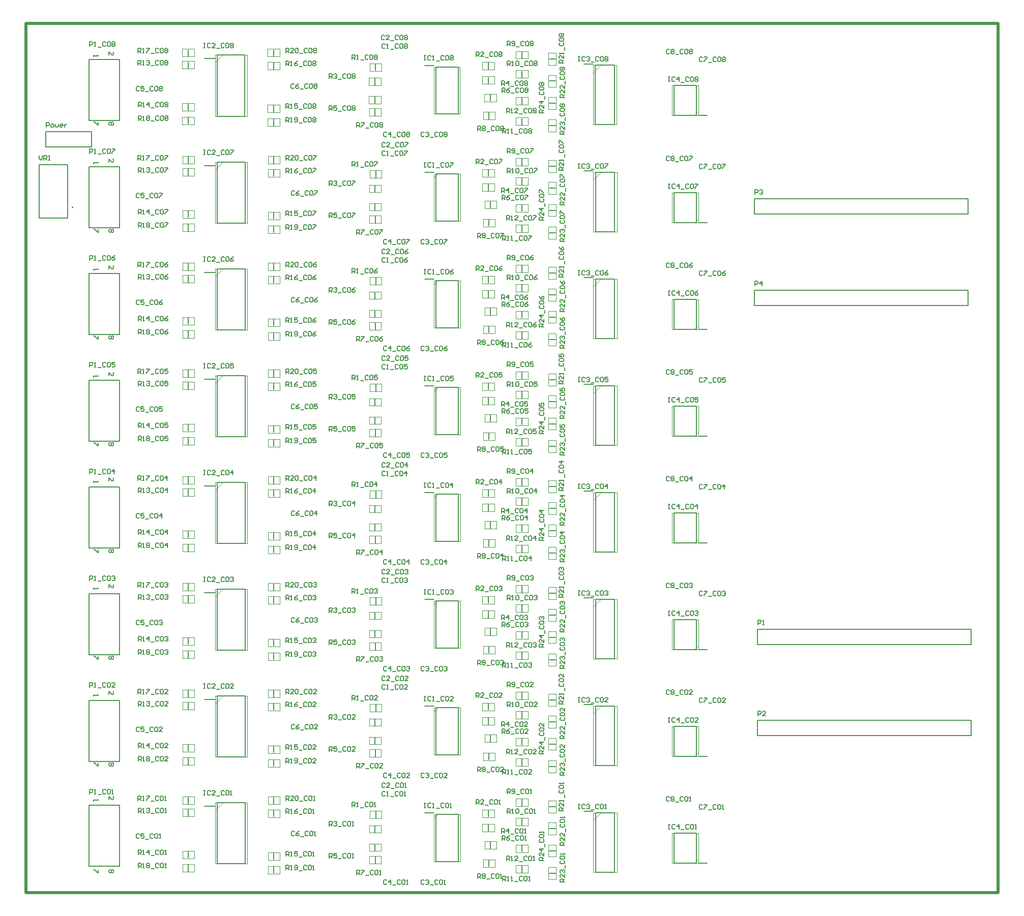
<source format=gto>
G04*
G04 #@! TF.GenerationSoftware,Altium Limited,Altium Designer,19.0.10 (269)*
G04*
G04 Layer_Color=65535*
%FSLAX23Y23*%
%MOIN*%
G70*
G01*
G75*
%ADD10C,0.008*%
%ADD11C,0.006*%
%ADD12C,0.010*%
%ADD13C,0.020*%
%ADD14C,0.004*%
D10*
X1308Y4493D02*
G03*
X1308Y4493I-3J0D01*
G01*
X4657Y533D02*
X4718D01*
X4732Y135D02*
Y525D01*
Y135D02*
X4858D01*
Y525D01*
X4732D02*
X4858D01*
X5407Y194D02*
X5465D01*
X5393Y195D02*
Y391D01*
X5248D02*
X5393D01*
X5248Y195D02*
Y391D01*
Y195D02*
X5393D01*
X4429Y565D02*
X4471D01*
X4429Y420D02*
X4471D01*
X4429Y127D02*
X4471D01*
X4429Y275D02*
X4471D01*
X4732Y1225D02*
X4858D01*
Y835D02*
Y1225D01*
X4732Y835D02*
X4858D01*
X4732D02*
Y1225D01*
X4657Y1233D02*
X4718D01*
X5407Y894D02*
X5465D01*
X5393Y895D02*
Y1091D01*
X5248D02*
X5393D01*
X5248Y895D02*
Y1091D01*
Y895D02*
X5393D01*
X4429Y1265D02*
X4471D01*
X4429Y1120D02*
X4471D01*
X4429Y827D02*
X4471D01*
X4429Y975D02*
X4471D01*
X4657Y1933D02*
X4718D01*
X4732Y1535D02*
Y1925D01*
Y1535D02*
X4858D01*
Y1925D01*
X4732D02*
X4858D01*
X5407Y1594D02*
X5465D01*
X5393Y1595D02*
Y1791D01*
X5248D02*
X5393D01*
X5248Y1595D02*
Y1791D01*
Y1595D02*
X5393D01*
X4429Y1965D02*
X4471D01*
X4429Y1820D02*
X4471D01*
X4429Y1527D02*
X4471D01*
X4429Y1675D02*
X4471D01*
X4657Y2633D02*
X4718D01*
X4732Y2235D02*
Y2625D01*
Y2235D02*
X4858D01*
Y2625D01*
X4732D02*
X4858D01*
X5407Y2294D02*
X5465D01*
X5393Y2295D02*
Y2491D01*
X5248D02*
X5393D01*
X5248Y2295D02*
Y2491D01*
Y2295D02*
X5393D01*
X4429Y2665D02*
X4471D01*
X4429Y2520D02*
X4471D01*
X4429Y2227D02*
X4471D01*
X4429Y2375D02*
X4471D01*
X4657Y3333D02*
X4718D01*
X4732Y2935D02*
Y3325D01*
Y2935D02*
X4858D01*
Y3325D01*
X4732D02*
X4858D01*
X5407Y2994D02*
X5465D01*
X5393Y2995D02*
Y3191D01*
X5248D02*
X5393D01*
X5248Y2995D02*
Y3191D01*
Y2995D02*
X5393D01*
X4429Y3365D02*
X4471D01*
X4429Y3220D02*
X4471D01*
X4429Y2927D02*
X4471D01*
X4429Y3075D02*
X4471D01*
X4657Y4033D02*
X4718D01*
X4732Y3635D02*
Y4025D01*
Y3635D02*
X4858D01*
Y4025D01*
X4732D02*
X4858D01*
X5407Y3694D02*
X5465D01*
X5393Y3695D02*
Y3891D01*
X5248D02*
X5393D01*
X5248Y3695D02*
Y3891D01*
Y3695D02*
X5393D01*
X4429Y4065D02*
X4471D01*
X4429Y3920D02*
X4471D01*
X4429Y3627D02*
X4471D01*
X4429Y3775D02*
X4471D01*
X4657Y4733D02*
X4718D01*
X4732Y4335D02*
Y4725D01*
Y4335D02*
X4858D01*
Y4725D01*
X4732D02*
X4858D01*
X5407Y4394D02*
X5465D01*
X5393Y4395D02*
Y4591D01*
X5248D02*
X5393D01*
X5248Y4395D02*
Y4591D01*
Y4395D02*
X5393D01*
X4429Y4765D02*
X4471D01*
X4429Y4620D02*
X4471D01*
X4429Y4327D02*
X4471D01*
X4429Y4475D02*
X4471D01*
X5407Y5096D02*
X5465D01*
X5393Y5097D02*
Y5293D01*
X5247D02*
X5393D01*
X5247Y5097D02*
Y5293D01*
Y5097D02*
X5393D01*
X4657Y5435D02*
X4718D01*
X4731Y5037D02*
Y5427D01*
Y5037D02*
X4857D01*
Y5427D01*
X4731D02*
X4857D01*
X4429Y5029D02*
X4470D01*
X4429Y5177D02*
X4470D01*
X4429Y5466D02*
X4470D01*
X4429Y5322D02*
X4470D01*
X1415Y1561D02*
X1615D01*
X1415Y1961D02*
X1615D01*
Y1561D02*
Y1961D01*
X1415Y1561D02*
Y1961D01*
X2625Y3384D02*
Y3426D01*
Y829D02*
Y871D01*
Y1284D02*
Y1326D01*
X2625Y5031D02*
Y5073D01*
X1415Y172D02*
X1615D01*
X1415Y572D02*
X1615D01*
Y172D02*
Y572D01*
X1415Y172D02*
Y572D01*
X2625Y2684D02*
Y2726D01*
Y2929D02*
Y2971D01*
X1415Y2261D02*
X1615D01*
X1415Y2661D02*
X1615D01*
Y2261D02*
Y2661D01*
X1415Y2261D02*
Y2661D01*
X5795Y1030D02*
Y1130D01*
X7195D01*
Y1030D02*
Y1130D01*
X7120Y1030D02*
X7195D01*
X5795D02*
X7120D01*
X1415Y861D02*
X1615D01*
X1415Y1261D02*
X1615D01*
Y861D02*
Y1261D01*
X1415Y861D02*
Y1261D01*
X2625Y2229D02*
Y2271D01*
Y4084D02*
Y4126D01*
X1415Y2961D02*
X1615D01*
X1415Y3361D02*
X1615D01*
Y2961D02*
Y3361D01*
X1415Y2961D02*
Y3361D01*
Y3661D02*
X1615D01*
X1415Y4061D02*
X1615D01*
Y3661D02*
Y4061D01*
X1415Y3661D02*
Y4061D01*
Y4361D02*
X1615D01*
X1415Y4761D02*
X1615D01*
Y4361D02*
Y4761D01*
X1415Y4361D02*
Y4761D01*
X2625Y129D02*
Y171D01*
Y4784D02*
Y4826D01*
X2625Y5486D02*
Y5528D01*
X2625Y4329D02*
Y4371D01*
Y1984D02*
Y2026D01*
X1415Y5063D02*
X1615D01*
X1415Y5463D02*
X1615D01*
Y5063D02*
Y5463D01*
X1415Y5063D02*
Y5463D01*
X2625Y3629D02*
Y3671D01*
Y584D02*
Y626D01*
Y1529D02*
Y1571D01*
X5795Y1627D02*
Y1727D01*
X7195D01*
Y1627D02*
Y1727D01*
X7120Y1627D02*
X7195D01*
X5795D02*
X7120D01*
X4250Y5171D02*
Y5213D01*
X4250Y269D02*
Y311D01*
Y834D02*
Y876D01*
X3289Y4395D02*
Y4437D01*
X4250Y1845D02*
Y1886D01*
X4035Y4372D02*
Y4414D01*
X4250Y134D02*
Y176D01*
X4035Y3672D02*
Y3714D01*
X4250Y969D02*
Y1011D01*
X3289Y3695D02*
Y3737D01*
X4250Y571D02*
Y612D01*
X3289Y1595D02*
Y1637D01*
X4250Y3069D02*
Y3111D01*
Y3769D02*
Y3811D01*
Y1534D02*
Y1576D01*
Y4469D02*
Y4511D01*
X3289Y2295D02*
Y2337D01*
X4250Y4771D02*
Y4812D01*
X4035Y5074D02*
Y5116D01*
X4035Y2272D02*
Y2314D01*
X4045Y3090D02*
Y3132D01*
X3289Y2995D02*
Y3037D01*
X4250Y1145D02*
Y1186D01*
Y2545D02*
Y2586D01*
X4035Y2972D02*
Y3014D01*
X3289Y895D02*
Y937D01*
X4250Y1669D02*
Y1711D01*
X4045Y2390D02*
Y2432D01*
X4250Y1971D02*
Y2012D01*
X3289Y195D02*
Y237D01*
X4250Y445D02*
Y486D01*
X4250Y5473D02*
Y5514D01*
X4250Y1271D02*
Y1312D01*
X4045Y5192D02*
Y5234D01*
X4035Y1572D02*
Y1614D01*
X4250Y4334D02*
Y4376D01*
Y3634D02*
Y3676D01*
X4035Y872D02*
Y914D01*
X4250Y2234D02*
Y2276D01*
Y2369D02*
Y2411D01*
Y4645D02*
Y4686D01*
X4250Y5347D02*
Y5388D01*
X4250Y2934D02*
Y2976D01*
X4250Y5036D02*
Y5078D01*
X4045Y3790D02*
Y3832D01*
Y1690D02*
Y1732D01*
X4250Y3371D02*
Y3412D01*
Y4071D02*
Y4112D01*
Y3245D02*
Y3286D01*
X3288Y5097D02*
Y5139D01*
X4045Y4490D02*
Y4532D01*
X4250Y3945D02*
Y3986D01*
X4045Y990D02*
Y1032D01*
X4250Y2671D02*
Y2712D01*
X4035Y172D02*
Y214D01*
X2065Y4784D02*
Y4826D01*
X2169Y4768D02*
X2241D01*
X2255Y4389D02*
Y4791D01*
Y4389D02*
X2436D01*
Y4791D01*
X2255D02*
X2436D01*
X2065Y840D02*
Y882D01*
Y2240D02*
Y2282D01*
X2169Y2668D02*
X2241D01*
X2255Y2289D02*
Y2691D01*
Y2289D02*
X2436D01*
Y2691D01*
X2255D02*
X2436D01*
X2169Y3368D02*
X2241D01*
X2255Y2989D02*
Y3391D01*
Y2989D02*
X2436D01*
Y3391D01*
X2255D02*
X2436D01*
X2065Y1284D02*
Y1326D01*
Y229D02*
Y271D01*
X2625Y3999D02*
Y4041D01*
X2065Y5042D02*
Y5084D01*
X2169Y5470D02*
X2240D01*
X2254Y5091D02*
Y5493D01*
Y5091D02*
X2435D01*
Y5493D01*
X2254D02*
X2435D01*
X2065Y1904D02*
Y1946D01*
X2625Y1619D02*
Y1661D01*
X2065Y2684D02*
Y2726D01*
Y4004D02*
Y4046D01*
X2169Y1968D02*
X2241D01*
X2255Y1589D02*
Y1991D01*
Y1589D02*
X2436D01*
Y1991D01*
X2255D02*
X2436D01*
X2065Y1984D02*
Y2026D01*
Y4704D02*
Y4746D01*
X2625Y499D02*
Y541D01*
X2065Y3304D02*
Y3346D01*
X2625Y2599D02*
Y2641D01*
Y919D02*
Y961D01*
X2065Y1629D02*
Y1671D01*
Y3729D02*
Y3771D01*
X2625Y219D02*
Y261D01*
Y1899D02*
Y1941D01*
Y4419D02*
Y4461D01*
X2065Y5406D02*
Y5448D01*
X2065Y2329D02*
Y2371D01*
X2065Y5131D02*
Y5173D01*
X2625Y3299D02*
Y3341D01*
Y1199D02*
Y1241D01*
Y4699D02*
Y4741D01*
X2065Y140D02*
Y182D01*
X2625Y5121D02*
Y5163D01*
X2065Y4429D02*
Y4471D01*
X2065Y5486D02*
Y5528D01*
X2065Y1540D02*
Y1582D01*
Y929D02*
Y971D01*
Y4340D02*
Y4382D01*
Y2604D02*
Y2646D01*
X2169Y568D02*
X2241D01*
X2255Y189D02*
Y591D01*
Y189D02*
X2436D01*
Y591D01*
X2255D02*
X2436D01*
X2065Y2940D02*
Y2982D01*
X2169Y4068D02*
X2241D01*
X2255Y3689D02*
Y4091D01*
Y3689D02*
X2436D01*
Y4091D01*
X2255D02*
X2436D01*
X2065Y3640D02*
Y3682D01*
Y1204D02*
Y1246D01*
Y504D02*
Y546D01*
Y4084D02*
Y4126D01*
Y3384D02*
Y3426D01*
X2255Y1291D02*
X2436D01*
Y889D02*
Y1291D01*
X2255Y889D02*
X2436D01*
X2255D02*
Y1291D01*
X2169Y1268D02*
X2241D01*
X2065Y3029D02*
Y3071D01*
X2625Y3719D02*
Y3761D01*
X2625Y5401D02*
Y5443D01*
X2625Y3019D02*
Y3061D01*
X2065Y584D02*
Y626D01*
X2625Y2319D02*
Y2361D01*
X4045Y290D02*
Y332D01*
X3288Y5178D02*
Y5219D01*
X3288Y4476D02*
Y4517D01*
Y3776D02*
Y3817D01*
Y3076D02*
Y3117D01*
Y2376D02*
Y2417D01*
Y1676D02*
Y1717D01*
Y976D02*
Y1017D01*
Y276D02*
Y317D01*
X4030Y5307D02*
Y5348D01*
X4030Y4605D02*
Y4646D01*
Y3905D02*
Y3946D01*
Y3205D02*
Y3246D01*
Y2505D02*
Y2546D01*
Y1805D02*
Y1846D01*
Y1105D02*
Y1146D01*
Y405D02*
Y446D01*
X3288Y5298D02*
Y5339D01*
X3288Y4596D02*
Y4637D01*
Y3896D02*
Y3937D01*
Y3196D02*
Y3237D01*
Y2496D02*
Y2537D01*
Y1796D02*
Y1837D01*
Y1096D02*
Y1137D01*
Y396D02*
Y437D01*
X4030Y5401D02*
Y5443D01*
X4030Y4699D02*
Y4741D01*
Y3999D02*
Y4041D01*
Y3299D02*
Y3341D01*
Y2599D02*
Y2641D01*
Y1899D02*
Y1941D01*
Y1199D02*
Y1241D01*
Y499D02*
Y541D01*
X3291Y5392D02*
Y5434D01*
X3292Y4690D02*
Y4732D01*
Y3990D02*
Y4032D01*
Y3290D02*
Y3332D01*
Y2590D02*
Y2632D01*
Y1890D02*
Y1932D01*
Y1190D02*
Y1232D01*
Y490D02*
Y532D01*
X1130Y4890D02*
X1430D01*
Y4990D01*
X1130D02*
X1430D01*
X1130Y4890D02*
Y4990D01*
X3686Y5414D02*
X3832D01*
Y5107D02*
Y5414D01*
X3686Y5107D02*
X3832D01*
X3686D02*
Y5414D01*
X3614Y5424D02*
X3672D01*
X3686Y4712D02*
X3832D01*
Y4405D02*
Y4712D01*
X3686Y4405D02*
X3832D01*
X3686D02*
Y4712D01*
X3615Y4722D02*
X3673D01*
X3686Y4012D02*
X3832D01*
Y3705D02*
Y4012D01*
X3686Y3705D02*
X3832D01*
X3686D02*
Y4012D01*
X3615Y4022D02*
X3673D01*
X3686Y3312D02*
X3832D01*
Y3005D02*
Y3312D01*
X3686Y3005D02*
X3832D01*
X3686D02*
Y3312D01*
X3615Y3322D02*
X3673D01*
X3615Y2622D02*
X3673D01*
X3686Y2305D02*
Y2612D01*
Y2305D02*
X3832D01*
Y2612D01*
X3686D02*
X3832D01*
X3686Y1912D02*
X3832D01*
Y1605D02*
Y1912D01*
X3686Y1605D02*
X3832D01*
X3686D02*
Y1912D01*
X3615Y1922D02*
X3673D01*
X3686Y1212D02*
X3832D01*
Y905D02*
Y1212D01*
X3686Y905D02*
X3832D01*
X3686D02*
Y1212D01*
X3615Y1222D02*
X3673D01*
X3686Y512D02*
X3832D01*
Y205D02*
Y512D01*
X3686Y205D02*
X3832D01*
X3686D02*
Y512D01*
X3615Y522D02*
X3673D01*
X1086Y4424D02*
X1275D01*
Y4774D01*
X1086D02*
X1275D01*
X1086Y4424D02*
Y4774D01*
X7175Y3850D02*
Y3950D01*
X5775Y3850D02*
X7175D01*
X5775D02*
Y3950D01*
X5850D01*
X7175D01*
Y4449D02*
Y4549D01*
X5775Y4449D02*
X7175D01*
X5775D02*
Y4549D01*
X5850D01*
X7175D01*
X1086Y4424D02*
Y4774D01*
Y4424D02*
X1275D01*
Y4774D01*
X1086D02*
X1275D01*
D11*
X4620Y580D02*
X4630D01*
X4625D01*
Y550D01*
X4620D01*
X4630D01*
X4665Y575D02*
X4660Y580D01*
X4650D01*
X4645Y575D01*
Y555D01*
X4650Y550D01*
X4660D01*
X4665Y555D01*
X4675Y575D02*
X4680Y580D01*
X4690D01*
X4695Y575D01*
Y570D01*
X4690Y565D01*
X4685D01*
X4690D01*
X4695Y560D01*
Y555D01*
X4690Y550D01*
X4680D01*
X4675Y555D01*
X4705Y545D02*
X4725D01*
X4755Y575D02*
X4750Y580D01*
X4740D01*
X4735Y575D01*
Y555D01*
X4740Y550D01*
X4750D01*
X4755Y555D01*
X4780Y580D02*
X4770D01*
X4765Y575D01*
Y555D01*
X4770Y550D01*
X4780D01*
X4785Y555D01*
Y575D01*
X4780Y580D01*
X4795Y550D02*
X4805D01*
X4800D01*
Y580D01*
X4795Y575D01*
X5210Y448D02*
X5220D01*
X5215D01*
Y418D01*
X5210D01*
X5220D01*
X5255Y443D02*
X5250Y448D01*
X5240D01*
X5235Y443D01*
Y423D01*
X5240Y418D01*
X5250D01*
X5255Y423D01*
X5280Y418D02*
Y448D01*
X5265Y433D01*
X5285D01*
X5295Y413D02*
X5315D01*
X5345Y443D02*
X5340Y448D01*
X5330D01*
X5325Y443D01*
Y423D01*
X5330Y418D01*
X5340D01*
X5345Y423D01*
X5370Y448D02*
X5360D01*
X5355Y443D01*
Y423D01*
X5360Y418D01*
X5370D01*
X5375Y423D01*
Y443D01*
X5370Y448D01*
X5385Y418D02*
X5395D01*
X5390D01*
Y448D01*
X5385Y443D01*
X4525Y537D02*
X4495D01*
Y552D01*
X4500Y557D01*
X4510D01*
X4515Y552D01*
Y537D01*
Y547D02*
X4525Y557D01*
Y587D02*
Y567D01*
X4505Y587D01*
X4500D01*
X4495Y582D01*
Y572D01*
X4500Y567D01*
X4525Y597D02*
Y607D01*
Y602D01*
X4495D01*
X4500Y597D01*
X4530Y622D02*
Y642D01*
X4500Y672D02*
X4495Y667D01*
Y657D01*
X4500Y652D01*
X4520D01*
X4525Y657D01*
Y667D01*
X4520Y672D01*
X4495Y697D02*
Y687D01*
X4500Y682D01*
X4520D01*
X4525Y687D01*
Y697D01*
X4520Y702D01*
X4500D01*
X4495Y697D01*
X4525Y712D02*
Y722D01*
Y717D01*
X4495D01*
X4500Y712D01*
X4531Y310D02*
X4501D01*
Y325D01*
X4506Y330D01*
X4516D01*
X4521Y325D01*
Y310D01*
Y320D02*
X4531Y330D01*
Y360D02*
Y340D01*
X4511Y360D01*
X4506D01*
X4501Y355D01*
Y345D01*
X4506Y340D01*
X4531Y390D02*
Y370D01*
X4511Y390D01*
X4506D01*
X4501Y385D01*
Y375D01*
X4506Y370D01*
X4536Y400D02*
Y420D01*
X4506Y450D02*
X4501Y445D01*
Y435D01*
X4506Y430D01*
X4526D01*
X4531Y435D01*
Y445D01*
X4526Y450D01*
X4501Y475D02*
Y465D01*
X4506Y460D01*
X4526D01*
X4531Y465D01*
Y475D01*
X4526Y480D01*
X4506D01*
X4501Y475D01*
X4531Y490D02*
Y500D01*
Y495D01*
X4501D01*
X4506Y490D01*
X4530Y70D02*
X4500D01*
Y85D01*
X4505Y90D01*
X4515D01*
X4520Y85D01*
Y70D01*
Y80D02*
X4530Y90D01*
Y120D02*
Y100D01*
X4510Y120D01*
X4505D01*
X4500Y115D01*
Y105D01*
X4505Y100D01*
Y130D02*
X4500Y135D01*
Y145D01*
X4505Y150D01*
X4510D01*
X4515Y145D01*
Y140D01*
Y145D01*
X4520Y150D01*
X4525D01*
X4530Y145D01*
Y135D01*
X4525Y130D01*
X4535Y160D02*
Y180D01*
X4505Y210D02*
X4500Y205D01*
Y195D01*
X4505Y190D01*
X4525D01*
X4530Y195D01*
Y205D01*
X4525Y210D01*
X4500Y235D02*
Y225D01*
X4505Y220D01*
X4525D01*
X4530Y225D01*
Y235D01*
X4525Y240D01*
X4505D01*
X4500Y235D01*
X4530Y250D02*
Y260D01*
Y255D01*
X4500D01*
X4505Y250D01*
X4395Y211D02*
X4365D01*
Y226D01*
X4370Y231D01*
X4380D01*
X4385Y226D01*
Y211D01*
Y221D02*
X4395Y231D01*
Y261D02*
Y241D01*
X4375Y261D01*
X4370D01*
X4365Y256D01*
Y246D01*
X4370Y241D01*
X4395Y286D02*
X4365D01*
X4380Y271D01*
Y291D01*
X4400Y301D02*
Y321D01*
X4370Y351D02*
X4365Y346D01*
Y336D01*
X4370Y331D01*
X4390D01*
X4395Y336D01*
Y346D01*
X4390Y351D01*
X4365Y376D02*
Y366D01*
X4370Y361D01*
X4390D01*
X4395Y366D01*
Y376D01*
X4390Y381D01*
X4370D01*
X4365Y376D01*
X4395Y391D02*
Y401D01*
Y396D01*
X4365D01*
X4370Y391D01*
X4620Y1280D02*
X4630D01*
X4625D01*
Y1250D01*
X4620D01*
X4630D01*
X4665Y1275D02*
X4660Y1280D01*
X4650D01*
X4645Y1275D01*
Y1255D01*
X4650Y1250D01*
X4660D01*
X4665Y1255D01*
X4675Y1275D02*
X4680Y1280D01*
X4690D01*
X4695Y1275D01*
Y1270D01*
X4690Y1265D01*
X4685D01*
X4690D01*
X4695Y1260D01*
Y1255D01*
X4690Y1250D01*
X4680D01*
X4675Y1255D01*
X4705Y1245D02*
X4725D01*
X4755Y1275D02*
X4750Y1280D01*
X4740D01*
X4735Y1275D01*
Y1255D01*
X4740Y1250D01*
X4750D01*
X4755Y1255D01*
X4780Y1280D02*
X4770D01*
X4765Y1275D01*
Y1255D01*
X4770Y1250D01*
X4780D01*
X4785Y1255D01*
Y1275D01*
X4780Y1280D01*
X4815Y1250D02*
X4795D01*
X4815Y1270D01*
Y1275D01*
X4810Y1280D01*
X4800D01*
X4795Y1275D01*
X5210Y1148D02*
X5220D01*
X5215D01*
Y1118D01*
X5210D01*
X5220D01*
X5255Y1143D02*
X5250Y1148D01*
X5240D01*
X5235Y1143D01*
Y1123D01*
X5240Y1118D01*
X5250D01*
X5255Y1123D01*
X5280Y1118D02*
Y1148D01*
X5265Y1133D01*
X5285D01*
X5295Y1113D02*
X5315D01*
X5345Y1143D02*
X5340Y1148D01*
X5330D01*
X5325Y1143D01*
Y1123D01*
X5330Y1118D01*
X5340D01*
X5345Y1123D01*
X5370Y1148D02*
X5360D01*
X5355Y1143D01*
Y1123D01*
X5360Y1118D01*
X5370D01*
X5375Y1123D01*
Y1143D01*
X5370Y1148D01*
X5405Y1118D02*
X5385D01*
X5405Y1138D01*
Y1143D01*
X5400Y1148D01*
X5390D01*
X5385Y1143D01*
X4525Y1237D02*
X4495D01*
Y1252D01*
X4500Y1257D01*
X4510D01*
X4515Y1252D01*
Y1237D01*
Y1247D02*
X4525Y1257D01*
Y1287D02*
Y1267D01*
X4505Y1287D01*
X4500D01*
X4495Y1282D01*
Y1272D01*
X4500Y1267D01*
X4525Y1297D02*
Y1307D01*
Y1302D01*
X4495D01*
X4500Y1297D01*
X4530Y1322D02*
Y1342D01*
X4500Y1372D02*
X4495Y1367D01*
Y1357D01*
X4500Y1352D01*
X4520D01*
X4525Y1357D01*
Y1367D01*
X4520Y1372D01*
X4495Y1397D02*
Y1387D01*
X4500Y1382D01*
X4520D01*
X4525Y1387D01*
Y1397D01*
X4520Y1402D01*
X4500D01*
X4495Y1397D01*
X4525Y1432D02*
Y1412D01*
X4505Y1432D01*
X4500D01*
X4495Y1427D01*
Y1417D01*
X4500Y1412D01*
X4531Y1010D02*
X4501D01*
Y1025D01*
X4506Y1030D01*
X4516D01*
X4521Y1025D01*
Y1010D01*
Y1020D02*
X4531Y1030D01*
Y1060D02*
Y1040D01*
X4511Y1060D01*
X4506D01*
X4501Y1055D01*
Y1045D01*
X4506Y1040D01*
X4531Y1090D02*
Y1070D01*
X4511Y1090D01*
X4506D01*
X4501Y1085D01*
Y1075D01*
X4506Y1070D01*
X4536Y1100D02*
Y1120D01*
X4506Y1150D02*
X4501Y1145D01*
Y1135D01*
X4506Y1130D01*
X4526D01*
X4531Y1135D01*
Y1145D01*
X4526Y1150D01*
X4501Y1175D02*
Y1165D01*
X4506Y1160D01*
X4526D01*
X4531Y1165D01*
Y1175D01*
X4526Y1180D01*
X4506D01*
X4501Y1175D01*
X4531Y1210D02*
Y1190D01*
X4511Y1210D01*
X4506D01*
X4501Y1205D01*
Y1195D01*
X4506Y1190D01*
X4530Y770D02*
X4500D01*
Y785D01*
X4505Y790D01*
X4515D01*
X4520Y785D01*
Y770D01*
Y780D02*
X4530Y790D01*
Y820D02*
Y800D01*
X4510Y820D01*
X4505D01*
X4500Y815D01*
Y805D01*
X4505Y800D01*
Y830D02*
X4500Y835D01*
Y845D01*
X4505Y850D01*
X4510D01*
X4515Y845D01*
Y840D01*
Y845D01*
X4520Y850D01*
X4525D01*
X4530Y845D01*
Y835D01*
X4525Y830D01*
X4535Y860D02*
Y880D01*
X4505Y910D02*
X4500Y905D01*
Y895D01*
X4505Y890D01*
X4525D01*
X4530Y895D01*
Y905D01*
X4525Y910D01*
X4500Y935D02*
Y925D01*
X4505Y920D01*
X4525D01*
X4530Y925D01*
Y935D01*
X4525Y940D01*
X4505D01*
X4500Y935D01*
X4530Y970D02*
Y950D01*
X4510Y970D01*
X4505D01*
X4500Y965D01*
Y955D01*
X4505Y950D01*
X4395Y911D02*
X4365D01*
Y926D01*
X4370Y931D01*
X4380D01*
X4385Y926D01*
Y911D01*
Y921D02*
X4395Y931D01*
Y961D02*
Y941D01*
X4375Y961D01*
X4370D01*
X4365Y956D01*
Y946D01*
X4370Y941D01*
X4395Y986D02*
X4365D01*
X4380Y971D01*
Y991D01*
X4400Y1001D02*
Y1021D01*
X4370Y1051D02*
X4365Y1046D01*
Y1036D01*
X4370Y1031D01*
X4390D01*
X4395Y1036D01*
Y1046D01*
X4390Y1051D01*
X4365Y1076D02*
Y1066D01*
X4370Y1061D01*
X4390D01*
X4395Y1066D01*
Y1076D01*
X4390Y1081D01*
X4370D01*
X4365Y1076D01*
X4395Y1111D02*
Y1091D01*
X4375Y1111D01*
X4370D01*
X4365Y1106D01*
Y1096D01*
X4370Y1091D01*
X4620Y1980D02*
X4630D01*
X4625D01*
Y1950D01*
X4620D01*
X4630D01*
X4665Y1975D02*
X4660Y1980D01*
X4650D01*
X4645Y1975D01*
Y1955D01*
X4650Y1950D01*
X4660D01*
X4665Y1955D01*
X4675Y1975D02*
X4680Y1980D01*
X4690D01*
X4695Y1975D01*
Y1970D01*
X4690Y1965D01*
X4685D01*
X4690D01*
X4695Y1960D01*
Y1955D01*
X4690Y1950D01*
X4680D01*
X4675Y1955D01*
X4705Y1945D02*
X4725D01*
X4755Y1975D02*
X4750Y1980D01*
X4740D01*
X4735Y1975D01*
Y1955D01*
X4740Y1950D01*
X4750D01*
X4755Y1955D01*
X4780Y1980D02*
X4770D01*
X4765Y1975D01*
Y1955D01*
X4770Y1950D01*
X4780D01*
X4785Y1955D01*
Y1975D01*
X4780Y1980D01*
X4795Y1975D02*
X4800Y1980D01*
X4810D01*
X4815Y1975D01*
Y1970D01*
X4810Y1965D01*
X4805D01*
X4810D01*
X4815Y1960D01*
Y1955D01*
X4810Y1950D01*
X4800D01*
X4795Y1955D01*
X5210Y1848D02*
X5220D01*
X5215D01*
Y1818D01*
X5210D01*
X5220D01*
X5255Y1843D02*
X5250Y1848D01*
X5240D01*
X5235Y1843D01*
Y1823D01*
X5240Y1818D01*
X5250D01*
X5255Y1823D01*
X5280Y1818D02*
Y1848D01*
X5265Y1833D01*
X5285D01*
X5295Y1813D02*
X5315D01*
X5345Y1843D02*
X5340Y1848D01*
X5330D01*
X5325Y1843D01*
Y1823D01*
X5330Y1818D01*
X5340D01*
X5345Y1823D01*
X5370Y1848D02*
X5360D01*
X5355Y1843D01*
Y1823D01*
X5360Y1818D01*
X5370D01*
X5375Y1823D01*
Y1843D01*
X5370Y1848D01*
X5385Y1843D02*
X5390Y1848D01*
X5400D01*
X5405Y1843D01*
Y1838D01*
X5400Y1833D01*
X5395D01*
X5400D01*
X5405Y1828D01*
Y1823D01*
X5400Y1818D01*
X5390D01*
X5385Y1823D01*
X4525Y1937D02*
X4495D01*
Y1952D01*
X4500Y1957D01*
X4510D01*
X4515Y1952D01*
Y1937D01*
Y1947D02*
X4525Y1957D01*
Y1987D02*
Y1967D01*
X4505Y1987D01*
X4500D01*
X4495Y1982D01*
Y1972D01*
X4500Y1967D01*
X4525Y1997D02*
Y2007D01*
Y2002D01*
X4495D01*
X4500Y1997D01*
X4530Y2022D02*
Y2042D01*
X4500Y2072D02*
X4495Y2067D01*
Y2057D01*
X4500Y2052D01*
X4520D01*
X4525Y2057D01*
Y2067D01*
X4520Y2072D01*
X4495Y2097D02*
Y2087D01*
X4500Y2082D01*
X4520D01*
X4525Y2087D01*
Y2097D01*
X4520Y2102D01*
X4500D01*
X4495Y2097D01*
X4500Y2112D02*
X4495Y2117D01*
Y2127D01*
X4500Y2132D01*
X4505D01*
X4510Y2127D01*
Y2122D01*
Y2127D01*
X4515Y2132D01*
X4520D01*
X4525Y2127D01*
Y2117D01*
X4520Y2112D01*
X4531Y1710D02*
X4501D01*
Y1725D01*
X4506Y1730D01*
X4516D01*
X4521Y1725D01*
Y1710D01*
Y1720D02*
X4531Y1730D01*
Y1760D02*
Y1740D01*
X4511Y1760D01*
X4506D01*
X4501Y1755D01*
Y1745D01*
X4506Y1740D01*
X4531Y1790D02*
Y1770D01*
X4511Y1790D01*
X4506D01*
X4501Y1785D01*
Y1775D01*
X4506Y1770D01*
X4536Y1800D02*
Y1820D01*
X4506Y1850D02*
X4501Y1845D01*
Y1835D01*
X4506Y1830D01*
X4526D01*
X4531Y1835D01*
Y1845D01*
X4526Y1850D01*
X4501Y1875D02*
Y1865D01*
X4506Y1860D01*
X4526D01*
X4531Y1865D01*
Y1875D01*
X4526Y1880D01*
X4506D01*
X4501Y1875D01*
X4506Y1890D02*
X4501Y1895D01*
Y1905D01*
X4506Y1910D01*
X4511D01*
X4516Y1905D01*
Y1900D01*
Y1905D01*
X4521Y1910D01*
X4526D01*
X4531Y1905D01*
Y1895D01*
X4526Y1890D01*
X4530Y1470D02*
X4500D01*
Y1485D01*
X4505Y1490D01*
X4515D01*
X4520Y1485D01*
Y1470D01*
Y1480D02*
X4530Y1490D01*
Y1520D02*
Y1500D01*
X4510Y1520D01*
X4505D01*
X4500Y1515D01*
Y1505D01*
X4505Y1500D01*
Y1530D02*
X4500Y1535D01*
Y1545D01*
X4505Y1550D01*
X4510D01*
X4515Y1545D01*
Y1540D01*
Y1545D01*
X4520Y1550D01*
X4525D01*
X4530Y1545D01*
Y1535D01*
X4525Y1530D01*
X4535Y1560D02*
Y1580D01*
X4505Y1610D02*
X4500Y1605D01*
Y1595D01*
X4505Y1590D01*
X4525D01*
X4530Y1595D01*
Y1605D01*
X4525Y1610D01*
X4500Y1635D02*
Y1625D01*
X4505Y1620D01*
X4525D01*
X4530Y1625D01*
Y1635D01*
X4525Y1640D01*
X4505D01*
X4500Y1635D01*
X4505Y1650D02*
X4500Y1655D01*
Y1665D01*
X4505Y1670D01*
X4510D01*
X4515Y1665D01*
Y1660D01*
Y1665D01*
X4520Y1670D01*
X4525D01*
X4530Y1665D01*
Y1655D01*
X4525Y1650D01*
X4395Y1611D02*
X4365D01*
Y1626D01*
X4370Y1631D01*
X4380D01*
X4385Y1626D01*
Y1611D01*
Y1621D02*
X4395Y1631D01*
Y1661D02*
Y1641D01*
X4375Y1661D01*
X4370D01*
X4365Y1656D01*
Y1646D01*
X4370Y1641D01*
X4395Y1686D02*
X4365D01*
X4380Y1671D01*
Y1691D01*
X4400Y1701D02*
Y1721D01*
X4370Y1751D02*
X4365Y1746D01*
Y1736D01*
X4370Y1731D01*
X4390D01*
X4395Y1736D01*
Y1746D01*
X4390Y1751D01*
X4365Y1776D02*
Y1766D01*
X4370Y1761D01*
X4390D01*
X4395Y1766D01*
Y1776D01*
X4390Y1781D01*
X4370D01*
X4365Y1776D01*
X4370Y1791D02*
X4365Y1796D01*
Y1806D01*
X4370Y1811D01*
X4375D01*
X4380Y1806D01*
Y1801D01*
Y1806D01*
X4385Y1811D01*
X4390D01*
X4395Y1806D01*
Y1796D01*
X4390Y1791D01*
X4620Y2680D02*
X4630D01*
X4625D01*
Y2650D01*
X4620D01*
X4630D01*
X4665Y2675D02*
X4660Y2680D01*
X4650D01*
X4645Y2675D01*
Y2655D01*
X4650Y2650D01*
X4660D01*
X4665Y2655D01*
X4675Y2675D02*
X4680Y2680D01*
X4690D01*
X4695Y2675D01*
Y2670D01*
X4690Y2665D01*
X4685D01*
X4690D01*
X4695Y2660D01*
Y2655D01*
X4690Y2650D01*
X4680D01*
X4675Y2655D01*
X4705Y2645D02*
X4725D01*
X4755Y2675D02*
X4750Y2680D01*
X4740D01*
X4735Y2675D01*
Y2655D01*
X4740Y2650D01*
X4750D01*
X4755Y2655D01*
X4780Y2680D02*
X4770D01*
X4765Y2675D01*
Y2655D01*
X4770Y2650D01*
X4780D01*
X4785Y2655D01*
Y2675D01*
X4780Y2680D01*
X4810Y2650D02*
Y2680D01*
X4795Y2665D01*
X4815D01*
X5210Y2548D02*
X5220D01*
X5215D01*
Y2518D01*
X5210D01*
X5220D01*
X5255Y2543D02*
X5250Y2548D01*
X5240D01*
X5235Y2543D01*
Y2523D01*
X5240Y2518D01*
X5250D01*
X5255Y2523D01*
X5280Y2518D02*
Y2548D01*
X5265Y2533D01*
X5285D01*
X5295Y2513D02*
X5315D01*
X5345Y2543D02*
X5340Y2548D01*
X5330D01*
X5325Y2543D01*
Y2523D01*
X5330Y2518D01*
X5340D01*
X5345Y2523D01*
X5370Y2548D02*
X5360D01*
X5355Y2543D01*
Y2523D01*
X5360Y2518D01*
X5370D01*
X5375Y2523D01*
Y2543D01*
X5370Y2548D01*
X5400Y2518D02*
Y2548D01*
X5385Y2533D01*
X5405D01*
X4525Y2637D02*
X4495D01*
Y2652D01*
X4500Y2657D01*
X4510D01*
X4515Y2652D01*
Y2637D01*
Y2647D02*
X4525Y2657D01*
Y2687D02*
Y2667D01*
X4505Y2687D01*
X4500D01*
X4495Y2682D01*
Y2672D01*
X4500Y2667D01*
X4525Y2697D02*
Y2707D01*
Y2702D01*
X4495D01*
X4500Y2697D01*
X4530Y2722D02*
Y2742D01*
X4500Y2772D02*
X4495Y2767D01*
Y2757D01*
X4500Y2752D01*
X4520D01*
X4525Y2757D01*
Y2767D01*
X4520Y2772D01*
X4495Y2797D02*
Y2787D01*
X4500Y2782D01*
X4520D01*
X4525Y2787D01*
Y2797D01*
X4520Y2802D01*
X4500D01*
X4495Y2797D01*
X4525Y2827D02*
X4495D01*
X4510Y2812D01*
Y2832D01*
X4531Y2410D02*
X4501D01*
Y2425D01*
X4506Y2430D01*
X4516D01*
X4521Y2425D01*
Y2410D01*
Y2420D02*
X4531Y2430D01*
Y2460D02*
Y2440D01*
X4511Y2460D01*
X4506D01*
X4501Y2455D01*
Y2445D01*
X4506Y2440D01*
X4531Y2490D02*
Y2470D01*
X4511Y2490D01*
X4506D01*
X4501Y2485D01*
Y2475D01*
X4506Y2470D01*
X4536Y2500D02*
Y2520D01*
X4506Y2550D02*
X4501Y2545D01*
Y2535D01*
X4506Y2530D01*
X4526D01*
X4531Y2535D01*
Y2545D01*
X4526Y2550D01*
X4501Y2575D02*
Y2565D01*
X4506Y2560D01*
X4526D01*
X4531Y2565D01*
Y2575D01*
X4526Y2580D01*
X4506D01*
X4501Y2575D01*
X4531Y2605D02*
X4501D01*
X4516Y2590D01*
Y2610D01*
X4530Y2170D02*
X4500D01*
Y2185D01*
X4505Y2190D01*
X4515D01*
X4520Y2185D01*
Y2170D01*
Y2180D02*
X4530Y2190D01*
Y2220D02*
Y2200D01*
X4510Y2220D01*
X4505D01*
X4500Y2215D01*
Y2205D01*
X4505Y2200D01*
Y2230D02*
X4500Y2235D01*
Y2245D01*
X4505Y2250D01*
X4510D01*
X4515Y2245D01*
Y2240D01*
Y2245D01*
X4520Y2250D01*
X4525D01*
X4530Y2245D01*
Y2235D01*
X4525Y2230D01*
X4535Y2260D02*
Y2280D01*
X4505Y2310D02*
X4500Y2305D01*
Y2295D01*
X4505Y2290D01*
X4525D01*
X4530Y2295D01*
Y2305D01*
X4525Y2310D01*
X4500Y2335D02*
Y2325D01*
X4505Y2320D01*
X4525D01*
X4530Y2325D01*
Y2335D01*
X4525Y2340D01*
X4505D01*
X4500Y2335D01*
X4530Y2365D02*
X4500D01*
X4515Y2350D01*
Y2370D01*
X4395Y2311D02*
X4365D01*
Y2326D01*
X4370Y2331D01*
X4380D01*
X4385Y2326D01*
Y2311D01*
Y2321D02*
X4395Y2331D01*
Y2361D02*
Y2341D01*
X4375Y2361D01*
X4370D01*
X4365Y2356D01*
Y2346D01*
X4370Y2341D01*
X4395Y2386D02*
X4365D01*
X4380Y2371D01*
Y2391D01*
X4400Y2401D02*
Y2421D01*
X4370Y2451D02*
X4365Y2446D01*
Y2436D01*
X4370Y2431D01*
X4390D01*
X4395Y2436D01*
Y2446D01*
X4390Y2451D01*
X4365Y2476D02*
Y2466D01*
X4370Y2461D01*
X4390D01*
X4395Y2466D01*
Y2476D01*
X4390Y2481D01*
X4370D01*
X4365Y2476D01*
X4395Y2506D02*
X4365D01*
X4380Y2491D01*
Y2511D01*
X4620Y3380D02*
X4630D01*
X4625D01*
Y3350D01*
X4620D01*
X4630D01*
X4665Y3375D02*
X4660Y3380D01*
X4650D01*
X4645Y3375D01*
Y3355D01*
X4650Y3350D01*
X4660D01*
X4665Y3355D01*
X4675Y3375D02*
X4680Y3380D01*
X4690D01*
X4695Y3375D01*
Y3370D01*
X4690Y3365D01*
X4685D01*
X4690D01*
X4695Y3360D01*
Y3355D01*
X4690Y3350D01*
X4680D01*
X4675Y3355D01*
X4705Y3345D02*
X4725D01*
X4755Y3375D02*
X4750Y3380D01*
X4740D01*
X4735Y3375D01*
Y3355D01*
X4740Y3350D01*
X4750D01*
X4755Y3355D01*
X4780Y3380D02*
X4770D01*
X4765Y3375D01*
Y3355D01*
X4770Y3350D01*
X4780D01*
X4785Y3355D01*
Y3375D01*
X4780Y3380D01*
X4815D02*
X4795D01*
Y3365D01*
X4805Y3370D01*
X4810D01*
X4815Y3365D01*
Y3355D01*
X4810Y3350D01*
X4800D01*
X4795Y3355D01*
X5210Y3248D02*
X5220D01*
X5215D01*
Y3218D01*
X5210D01*
X5220D01*
X5255Y3243D02*
X5250Y3248D01*
X5240D01*
X5235Y3243D01*
Y3223D01*
X5240Y3218D01*
X5250D01*
X5255Y3223D01*
X5280Y3218D02*
Y3248D01*
X5265Y3233D01*
X5285D01*
X5295Y3213D02*
X5315D01*
X5345Y3243D02*
X5340Y3248D01*
X5330D01*
X5325Y3243D01*
Y3223D01*
X5330Y3218D01*
X5340D01*
X5345Y3223D01*
X5370Y3248D02*
X5360D01*
X5355Y3243D01*
Y3223D01*
X5360Y3218D01*
X5370D01*
X5375Y3223D01*
Y3243D01*
X5370Y3248D01*
X5405D02*
X5385D01*
Y3233D01*
X5395Y3238D01*
X5400D01*
X5405Y3233D01*
Y3223D01*
X5400Y3218D01*
X5390D01*
X5385Y3223D01*
X4525Y3337D02*
X4495D01*
Y3352D01*
X4500Y3357D01*
X4510D01*
X4515Y3352D01*
Y3337D01*
Y3347D02*
X4525Y3357D01*
Y3387D02*
Y3367D01*
X4505Y3387D01*
X4500D01*
X4495Y3382D01*
Y3372D01*
X4500Y3367D01*
X4525Y3397D02*
Y3407D01*
Y3402D01*
X4495D01*
X4500Y3397D01*
X4530Y3422D02*
Y3442D01*
X4500Y3472D02*
X4495Y3467D01*
Y3457D01*
X4500Y3452D01*
X4520D01*
X4525Y3457D01*
Y3467D01*
X4520Y3472D01*
X4495Y3497D02*
Y3487D01*
X4500Y3482D01*
X4520D01*
X4525Y3487D01*
Y3497D01*
X4520Y3502D01*
X4500D01*
X4495Y3497D01*
Y3532D02*
Y3512D01*
X4510D01*
X4505Y3522D01*
Y3527D01*
X4510Y3532D01*
X4520D01*
X4525Y3527D01*
Y3517D01*
X4520Y3512D01*
X4531Y3110D02*
X4501D01*
Y3125D01*
X4506Y3130D01*
X4516D01*
X4521Y3125D01*
Y3110D01*
Y3120D02*
X4531Y3130D01*
Y3160D02*
Y3140D01*
X4511Y3160D01*
X4506D01*
X4501Y3155D01*
Y3145D01*
X4506Y3140D01*
X4531Y3190D02*
Y3170D01*
X4511Y3190D01*
X4506D01*
X4501Y3185D01*
Y3175D01*
X4506Y3170D01*
X4536Y3200D02*
Y3220D01*
X4506Y3250D02*
X4501Y3245D01*
Y3235D01*
X4506Y3230D01*
X4526D01*
X4531Y3235D01*
Y3245D01*
X4526Y3250D01*
X4501Y3275D02*
Y3265D01*
X4506Y3260D01*
X4526D01*
X4531Y3265D01*
Y3275D01*
X4526Y3280D01*
X4506D01*
X4501Y3275D01*
Y3310D02*
Y3290D01*
X4516D01*
X4511Y3300D01*
Y3305D01*
X4516Y3310D01*
X4526D01*
X4531Y3305D01*
Y3295D01*
X4526Y3290D01*
X4530Y2870D02*
X4500D01*
Y2885D01*
X4505Y2890D01*
X4515D01*
X4520Y2885D01*
Y2870D01*
Y2880D02*
X4530Y2890D01*
Y2920D02*
Y2900D01*
X4510Y2920D01*
X4505D01*
X4500Y2915D01*
Y2905D01*
X4505Y2900D01*
Y2930D02*
X4500Y2935D01*
Y2945D01*
X4505Y2950D01*
X4510D01*
X4515Y2945D01*
Y2940D01*
Y2945D01*
X4520Y2950D01*
X4525D01*
X4530Y2945D01*
Y2935D01*
X4525Y2930D01*
X4535Y2960D02*
Y2980D01*
X4505Y3010D02*
X4500Y3005D01*
Y2995D01*
X4505Y2990D01*
X4525D01*
X4530Y2995D01*
Y3005D01*
X4525Y3010D01*
X4500Y3035D02*
Y3025D01*
X4505Y3020D01*
X4525D01*
X4530Y3025D01*
Y3035D01*
X4525Y3040D01*
X4505D01*
X4500Y3035D01*
Y3070D02*
Y3050D01*
X4515D01*
X4510Y3060D01*
Y3065D01*
X4515Y3070D01*
X4525D01*
X4530Y3065D01*
Y3055D01*
X4525Y3050D01*
X4395Y3011D02*
X4365D01*
Y3026D01*
X4370Y3031D01*
X4380D01*
X4385Y3026D01*
Y3011D01*
Y3021D02*
X4395Y3031D01*
Y3061D02*
Y3041D01*
X4375Y3061D01*
X4370D01*
X4365Y3056D01*
Y3046D01*
X4370Y3041D01*
X4395Y3086D02*
X4365D01*
X4380Y3071D01*
Y3091D01*
X4400Y3101D02*
Y3121D01*
X4370Y3151D02*
X4365Y3146D01*
Y3136D01*
X4370Y3131D01*
X4390D01*
X4395Y3136D01*
Y3146D01*
X4390Y3151D01*
X4365Y3176D02*
Y3166D01*
X4370Y3161D01*
X4390D01*
X4395Y3166D01*
Y3176D01*
X4390Y3181D01*
X4370D01*
X4365Y3176D01*
Y3211D02*
Y3191D01*
X4380D01*
X4375Y3201D01*
Y3206D01*
X4380Y3211D01*
X4390D01*
X4395Y3206D01*
Y3196D01*
X4390Y3191D01*
X4620Y4080D02*
X4630D01*
X4625D01*
Y4050D01*
X4620D01*
X4630D01*
X4665Y4075D02*
X4660Y4080D01*
X4650D01*
X4645Y4075D01*
Y4055D01*
X4650Y4050D01*
X4660D01*
X4665Y4055D01*
X4675Y4075D02*
X4680Y4080D01*
X4690D01*
X4695Y4075D01*
Y4070D01*
X4690Y4065D01*
X4685D01*
X4690D01*
X4695Y4060D01*
Y4055D01*
X4690Y4050D01*
X4680D01*
X4675Y4055D01*
X4705Y4045D02*
X4725D01*
X4755Y4075D02*
X4750Y4080D01*
X4740D01*
X4735Y4075D01*
Y4055D01*
X4740Y4050D01*
X4750D01*
X4755Y4055D01*
X4780Y4080D02*
X4770D01*
X4765Y4075D01*
Y4055D01*
X4770Y4050D01*
X4780D01*
X4785Y4055D01*
Y4075D01*
X4780Y4080D01*
X4815D02*
X4805Y4075D01*
X4795Y4065D01*
Y4055D01*
X4800Y4050D01*
X4810D01*
X4815Y4055D01*
Y4060D01*
X4810Y4065D01*
X4795D01*
X5210Y3948D02*
X5220D01*
X5215D01*
Y3918D01*
X5210D01*
X5220D01*
X5255Y3943D02*
X5250Y3948D01*
X5240D01*
X5235Y3943D01*
Y3923D01*
X5240Y3918D01*
X5250D01*
X5255Y3923D01*
X5280Y3918D02*
Y3948D01*
X5265Y3933D01*
X5285D01*
X5295Y3913D02*
X5315D01*
X5345Y3943D02*
X5340Y3948D01*
X5330D01*
X5325Y3943D01*
Y3923D01*
X5330Y3918D01*
X5340D01*
X5345Y3923D01*
X5370Y3948D02*
X5360D01*
X5355Y3943D01*
Y3923D01*
X5360Y3918D01*
X5370D01*
X5375Y3923D01*
Y3943D01*
X5370Y3948D01*
X5405D02*
X5395Y3943D01*
X5385Y3933D01*
Y3923D01*
X5390Y3918D01*
X5400D01*
X5405Y3923D01*
Y3928D01*
X5400Y3933D01*
X5385D01*
X4525Y4037D02*
X4495D01*
Y4052D01*
X4500Y4057D01*
X4510D01*
X4515Y4052D01*
Y4037D01*
Y4047D02*
X4525Y4057D01*
Y4087D02*
Y4067D01*
X4505Y4087D01*
X4500D01*
X4495Y4082D01*
Y4072D01*
X4500Y4067D01*
X4525Y4097D02*
Y4107D01*
Y4102D01*
X4495D01*
X4500Y4097D01*
X4530Y4122D02*
Y4142D01*
X4500Y4172D02*
X4495Y4167D01*
Y4157D01*
X4500Y4152D01*
X4520D01*
X4525Y4157D01*
Y4167D01*
X4520Y4172D01*
X4495Y4197D02*
Y4187D01*
X4500Y4182D01*
X4520D01*
X4525Y4187D01*
Y4197D01*
X4520Y4202D01*
X4500D01*
X4495Y4197D01*
Y4232D02*
X4500Y4222D01*
X4510Y4212D01*
X4520D01*
X4525Y4217D01*
Y4227D01*
X4520Y4232D01*
X4515D01*
X4510Y4227D01*
Y4212D01*
X4531Y3810D02*
X4501D01*
Y3825D01*
X4506Y3830D01*
X4516D01*
X4521Y3825D01*
Y3810D01*
Y3820D02*
X4531Y3830D01*
Y3860D02*
Y3840D01*
X4511Y3860D01*
X4506D01*
X4501Y3855D01*
Y3845D01*
X4506Y3840D01*
X4531Y3890D02*
Y3870D01*
X4511Y3890D01*
X4506D01*
X4501Y3885D01*
Y3875D01*
X4506Y3870D01*
X4536Y3900D02*
Y3920D01*
X4506Y3950D02*
X4501Y3945D01*
Y3935D01*
X4506Y3930D01*
X4526D01*
X4531Y3935D01*
Y3945D01*
X4526Y3950D01*
X4501Y3975D02*
Y3965D01*
X4506Y3960D01*
X4526D01*
X4531Y3965D01*
Y3975D01*
X4526Y3980D01*
X4506D01*
X4501Y3975D01*
Y4010D02*
X4506Y4000D01*
X4516Y3990D01*
X4526D01*
X4531Y3995D01*
Y4005D01*
X4526Y4010D01*
X4521D01*
X4516Y4005D01*
Y3990D01*
X4530Y3570D02*
X4500D01*
Y3585D01*
X4505Y3590D01*
X4515D01*
X4520Y3585D01*
Y3570D01*
Y3580D02*
X4530Y3590D01*
Y3620D02*
Y3600D01*
X4510Y3620D01*
X4505D01*
X4500Y3615D01*
Y3605D01*
X4505Y3600D01*
Y3630D02*
X4500Y3635D01*
Y3645D01*
X4505Y3650D01*
X4510D01*
X4515Y3645D01*
Y3640D01*
Y3645D01*
X4520Y3650D01*
X4525D01*
X4530Y3645D01*
Y3635D01*
X4525Y3630D01*
X4535Y3660D02*
Y3680D01*
X4505Y3710D02*
X4500Y3705D01*
Y3695D01*
X4505Y3690D01*
X4525D01*
X4530Y3695D01*
Y3705D01*
X4525Y3710D01*
X4500Y3735D02*
Y3725D01*
X4505Y3720D01*
X4525D01*
X4530Y3725D01*
Y3735D01*
X4525Y3740D01*
X4505D01*
X4500Y3735D01*
Y3770D02*
X4505Y3760D01*
X4515Y3750D01*
X4525D01*
X4530Y3755D01*
Y3765D01*
X4525Y3770D01*
X4520D01*
X4515Y3765D01*
Y3750D01*
X4395Y3711D02*
X4365D01*
Y3726D01*
X4370Y3731D01*
X4380D01*
X4385Y3726D01*
Y3711D01*
Y3721D02*
X4395Y3731D01*
Y3761D02*
Y3741D01*
X4375Y3761D01*
X4370D01*
X4365Y3756D01*
Y3746D01*
X4370Y3741D01*
X4395Y3786D02*
X4365D01*
X4380Y3771D01*
Y3791D01*
X4400Y3801D02*
Y3821D01*
X4370Y3851D02*
X4365Y3846D01*
Y3836D01*
X4370Y3831D01*
X4390D01*
X4395Y3836D01*
Y3846D01*
X4390Y3851D01*
X4365Y3876D02*
Y3866D01*
X4370Y3861D01*
X4390D01*
X4395Y3866D01*
Y3876D01*
X4390Y3881D01*
X4370D01*
X4365Y3876D01*
Y3911D02*
X4370Y3901D01*
X4380Y3891D01*
X4390D01*
X4395Y3896D01*
Y3906D01*
X4390Y3911D01*
X4385D01*
X4380Y3906D01*
Y3891D01*
X4620Y4780D02*
X4630D01*
X4625D01*
Y4750D01*
X4620D01*
X4630D01*
X4665Y4775D02*
X4660Y4780D01*
X4650D01*
X4645Y4775D01*
Y4755D01*
X4650Y4750D01*
X4660D01*
X4665Y4755D01*
X4675Y4775D02*
X4680Y4780D01*
X4690D01*
X4695Y4775D01*
Y4770D01*
X4690Y4765D01*
X4685D01*
X4690D01*
X4695Y4760D01*
Y4755D01*
X4690Y4750D01*
X4680D01*
X4675Y4755D01*
X4705Y4745D02*
X4725D01*
X4755Y4775D02*
X4750Y4780D01*
X4740D01*
X4735Y4775D01*
Y4755D01*
X4740Y4750D01*
X4750D01*
X4755Y4755D01*
X4780Y4780D02*
X4770D01*
X4765Y4775D01*
Y4755D01*
X4770Y4750D01*
X4780D01*
X4785Y4755D01*
Y4775D01*
X4780Y4780D01*
X4795D02*
X4815D01*
Y4775D01*
X4795Y4755D01*
Y4750D01*
X5210Y4648D02*
X5220D01*
X5215D01*
Y4618D01*
X5210D01*
X5220D01*
X5255Y4643D02*
X5250Y4648D01*
X5240D01*
X5235Y4643D01*
Y4623D01*
X5240Y4618D01*
X5250D01*
X5255Y4623D01*
X5280Y4618D02*
Y4648D01*
X5265Y4633D01*
X5285D01*
X5295Y4613D02*
X5315D01*
X5345Y4643D02*
X5340Y4648D01*
X5330D01*
X5325Y4643D01*
Y4623D01*
X5330Y4618D01*
X5340D01*
X5345Y4623D01*
X5370Y4648D02*
X5360D01*
X5355Y4643D01*
Y4623D01*
X5360Y4618D01*
X5370D01*
X5375Y4623D01*
Y4643D01*
X5370Y4648D01*
X5385D02*
X5405D01*
Y4643D01*
X5385Y4623D01*
Y4618D01*
X4525Y4737D02*
X4495D01*
Y4752D01*
X4500Y4757D01*
X4510D01*
X4515Y4752D01*
Y4737D01*
Y4747D02*
X4525Y4757D01*
Y4787D02*
Y4767D01*
X4505Y4787D01*
X4500D01*
X4495Y4782D01*
Y4772D01*
X4500Y4767D01*
X4525Y4797D02*
Y4807D01*
Y4802D01*
X4495D01*
X4500Y4797D01*
X4530Y4822D02*
Y4842D01*
X4500Y4872D02*
X4495Y4867D01*
Y4857D01*
X4500Y4852D01*
X4520D01*
X4525Y4857D01*
Y4867D01*
X4520Y4872D01*
X4495Y4897D02*
Y4887D01*
X4500Y4882D01*
X4520D01*
X4525Y4887D01*
Y4897D01*
X4520Y4902D01*
X4500D01*
X4495Y4897D01*
Y4912D02*
Y4932D01*
X4500D01*
X4520Y4912D01*
X4525D01*
X4531Y4510D02*
X4501D01*
Y4525D01*
X4506Y4530D01*
X4516D01*
X4521Y4525D01*
Y4510D01*
Y4520D02*
X4531Y4530D01*
Y4560D02*
Y4540D01*
X4511Y4560D01*
X4506D01*
X4501Y4555D01*
Y4545D01*
X4506Y4540D01*
X4531Y4590D02*
Y4570D01*
X4511Y4590D01*
X4506D01*
X4501Y4585D01*
Y4575D01*
X4506Y4570D01*
X4536Y4600D02*
Y4620D01*
X4506Y4650D02*
X4501Y4645D01*
Y4635D01*
X4506Y4630D01*
X4526D01*
X4531Y4635D01*
Y4645D01*
X4526Y4650D01*
X4501Y4675D02*
Y4665D01*
X4506Y4660D01*
X4526D01*
X4531Y4665D01*
Y4675D01*
X4526Y4680D01*
X4506D01*
X4501Y4675D01*
Y4690D02*
Y4710D01*
X4506D01*
X4526Y4690D01*
X4531D01*
X4530Y4270D02*
X4500D01*
Y4285D01*
X4505Y4290D01*
X4515D01*
X4520Y4285D01*
Y4270D01*
Y4280D02*
X4530Y4290D01*
Y4320D02*
Y4300D01*
X4510Y4320D01*
X4505D01*
X4500Y4315D01*
Y4305D01*
X4505Y4300D01*
Y4330D02*
X4500Y4335D01*
Y4345D01*
X4505Y4350D01*
X4510D01*
X4515Y4345D01*
Y4340D01*
Y4345D01*
X4520Y4350D01*
X4525D01*
X4530Y4345D01*
Y4335D01*
X4525Y4330D01*
X4535Y4360D02*
Y4380D01*
X4505Y4410D02*
X4500Y4405D01*
Y4395D01*
X4505Y4390D01*
X4525D01*
X4530Y4395D01*
Y4405D01*
X4525Y4410D01*
X4500Y4435D02*
Y4425D01*
X4505Y4420D01*
X4525D01*
X4530Y4425D01*
Y4435D01*
X4525Y4440D01*
X4505D01*
X4500Y4435D01*
Y4450D02*
Y4470D01*
X4505D01*
X4525Y4450D01*
X4530D01*
X4395Y4411D02*
X4365D01*
Y4426D01*
X4370Y4431D01*
X4380D01*
X4385Y4426D01*
Y4411D01*
Y4421D02*
X4395Y4431D01*
Y4461D02*
Y4441D01*
X4375Y4461D01*
X4370D01*
X4365Y4456D01*
Y4446D01*
X4370Y4441D01*
X4395Y4486D02*
X4365D01*
X4380Y4471D01*
Y4491D01*
X4400Y4501D02*
Y4521D01*
X4370Y4551D02*
X4365Y4546D01*
Y4536D01*
X4370Y4531D01*
X4390D01*
X4395Y4536D01*
Y4546D01*
X4390Y4551D01*
X4365Y4576D02*
Y4566D01*
X4370Y4561D01*
X4390D01*
X4395Y4566D01*
Y4576D01*
X4390Y4581D01*
X4370D01*
X4365Y4576D01*
Y4591D02*
Y4611D01*
X4370D01*
X4390Y4591D01*
X4395D01*
X5210Y5350D02*
X5220D01*
X5215D01*
Y5320D01*
X5210D01*
X5220D01*
X5255Y5345D02*
X5250Y5350D01*
X5240D01*
X5235Y5345D01*
Y5325D01*
X5240Y5320D01*
X5250D01*
X5255Y5325D01*
X5280Y5320D02*
Y5350D01*
X5265Y5335D01*
X5285D01*
X5295Y5315D02*
X5315D01*
X5345Y5345D02*
X5340Y5350D01*
X5330D01*
X5325Y5345D01*
Y5325D01*
X5330Y5320D01*
X5340D01*
X5345Y5325D01*
X5370Y5350D02*
X5360D01*
X5355Y5345D01*
Y5325D01*
X5360Y5320D01*
X5370D01*
X5375Y5325D01*
Y5345D01*
X5370Y5350D01*
X5385Y5345D02*
X5390Y5350D01*
X5400D01*
X5405Y5345D01*
Y5340D01*
X5400Y5335D01*
X5405Y5330D01*
Y5325D01*
X5400Y5320D01*
X5390D01*
X5385Y5325D01*
Y5330D01*
X5390Y5335D01*
X5385Y5340D01*
Y5345D01*
X5390Y5335D02*
X5400D01*
X4620Y5482D02*
X4630D01*
X4625D01*
Y5452D01*
X4620D01*
X4630D01*
X4665Y5477D02*
X4660Y5482D01*
X4650D01*
X4645Y5477D01*
Y5457D01*
X4650Y5452D01*
X4660D01*
X4665Y5457D01*
X4675Y5477D02*
X4680Y5482D01*
X4690D01*
X4695Y5477D01*
Y5472D01*
X4690Y5467D01*
X4685D01*
X4690D01*
X4695Y5462D01*
Y5457D01*
X4690Y5452D01*
X4680D01*
X4675Y5457D01*
X4705Y5447D02*
X4725D01*
X4755Y5477D02*
X4750Y5482D01*
X4740D01*
X4735Y5477D01*
Y5457D01*
X4740Y5452D01*
X4750D01*
X4755Y5457D01*
X4780Y5482D02*
X4770D01*
X4765Y5477D01*
Y5457D01*
X4770Y5452D01*
X4780D01*
X4785Y5457D01*
Y5477D01*
X4780Y5482D01*
X4795Y5477D02*
X4800Y5482D01*
X4810D01*
X4815Y5477D01*
Y5472D01*
X4810Y5467D01*
X4815Y5462D01*
Y5457D01*
X4810Y5452D01*
X4800D01*
X4795Y5457D01*
Y5462D01*
X4800Y5467D01*
X4795Y5472D01*
Y5477D01*
X4800Y5467D02*
X4810D01*
X4530Y4972D02*
X4500D01*
Y4987D01*
X4505Y4992D01*
X4515D01*
X4520Y4987D01*
Y4972D01*
Y4982D02*
X4530Y4992D01*
Y5022D02*
Y5002D01*
X4510Y5022D01*
X4505D01*
X4500Y5017D01*
Y5007D01*
X4505Y5002D01*
Y5032D02*
X4500Y5037D01*
Y5047D01*
X4505Y5052D01*
X4510D01*
X4515Y5047D01*
Y5042D01*
Y5047D01*
X4520Y5052D01*
X4525D01*
X4530Y5047D01*
Y5037D01*
X4525Y5032D01*
X4535Y5062D02*
Y5082D01*
X4505Y5112D02*
X4500Y5107D01*
Y5097D01*
X4505Y5092D01*
X4525D01*
X4530Y5097D01*
Y5107D01*
X4525Y5112D01*
X4500Y5137D02*
Y5127D01*
X4505Y5122D01*
X4525D01*
X4530Y5127D01*
Y5137D01*
X4525Y5142D01*
X4505D01*
X4500Y5137D01*
X4505Y5152D02*
X4500Y5157D01*
Y5167D01*
X4505Y5172D01*
X4510D01*
X4515Y5167D01*
X4520Y5172D01*
X4525D01*
X4530Y5167D01*
Y5157D01*
X4525Y5152D01*
X4520D01*
X4515Y5157D01*
X4510Y5152D01*
X4505D01*
X4515Y5157D02*
Y5167D01*
X4395Y5113D02*
X4365D01*
Y5128D01*
X4370Y5133D01*
X4380D01*
X4385Y5128D01*
Y5113D01*
Y5123D02*
X4395Y5133D01*
Y5163D02*
Y5143D01*
X4375Y5163D01*
X4370D01*
X4365Y5158D01*
Y5148D01*
X4370Y5143D01*
X4395Y5188D02*
X4365D01*
X4380Y5173D01*
Y5193D01*
X4400Y5203D02*
Y5223D01*
X4370Y5253D02*
X4365Y5248D01*
Y5238D01*
X4370Y5233D01*
X4390D01*
X4395Y5238D01*
Y5248D01*
X4390Y5253D01*
X4365Y5278D02*
Y5268D01*
X4370Y5263D01*
X4390D01*
X4395Y5268D01*
Y5278D01*
X4390Y5283D01*
X4370D01*
X4365Y5278D01*
X4370Y5293D02*
X4365Y5298D01*
Y5308D01*
X4370Y5313D01*
X4375D01*
X4380Y5308D01*
X4385Y5313D01*
X4390D01*
X4395Y5308D01*
Y5298D01*
X4390Y5293D01*
X4385D01*
X4380Y5298D01*
X4375Y5293D01*
X4370D01*
X4380Y5298D02*
Y5308D01*
X4525Y5439D02*
X4495D01*
Y5454D01*
X4500Y5459D01*
X4510D01*
X4515Y5454D01*
Y5439D01*
Y5449D02*
X4525Y5459D01*
Y5489D02*
Y5469D01*
X4505Y5489D01*
X4500D01*
X4495Y5484D01*
Y5474D01*
X4500Y5469D01*
X4525Y5499D02*
Y5509D01*
Y5504D01*
X4495D01*
X4500Y5499D01*
X4530Y5524D02*
Y5544D01*
X4500Y5574D02*
X4495Y5569D01*
Y5559D01*
X4500Y5554D01*
X4520D01*
X4525Y5559D01*
Y5569D01*
X4520Y5574D01*
X4495Y5599D02*
Y5589D01*
X4500Y5584D01*
X4520D01*
X4525Y5589D01*
Y5599D01*
X4520Y5604D01*
X4500D01*
X4495Y5599D01*
X4500Y5614D02*
X4495Y5619D01*
Y5629D01*
X4500Y5634D01*
X4505D01*
X4510Y5629D01*
X4515Y5634D01*
X4520D01*
X4525Y5629D01*
Y5619D01*
X4520Y5614D01*
X4515D01*
X4510Y5619D01*
X4505Y5614D01*
X4500D01*
X4510Y5619D02*
Y5629D01*
X4530Y5212D02*
X4500D01*
Y5227D01*
X4505Y5232D01*
X4515D01*
X4520Y5227D01*
Y5212D01*
Y5222D02*
X4530Y5232D01*
Y5262D02*
Y5242D01*
X4510Y5262D01*
X4505D01*
X4500Y5257D01*
Y5247D01*
X4505Y5242D01*
X4530Y5292D02*
Y5272D01*
X4510Y5292D01*
X4505D01*
X4500Y5287D01*
Y5277D01*
X4505Y5272D01*
X4535Y5302D02*
Y5322D01*
X4505Y5352D02*
X4500Y5347D01*
Y5337D01*
X4505Y5332D01*
X4525D01*
X4530Y5337D01*
Y5347D01*
X4525Y5352D01*
X4500Y5377D02*
Y5367D01*
X4505Y5362D01*
X4525D01*
X4530Y5367D01*
Y5377D01*
X4525Y5382D01*
X4505D01*
X4500Y5377D01*
X4505Y5392D02*
X4500Y5397D01*
Y5407D01*
X4505Y5412D01*
X4510D01*
X4515Y5407D01*
X4520Y5412D01*
X4525D01*
X4530Y5407D01*
Y5397D01*
X4525Y5392D01*
X4520D01*
X4515Y5397D01*
X4510Y5392D01*
X4505D01*
X4515Y5397D02*
Y5407D01*
X1417Y2048D02*
Y2078D01*
X1432D01*
X1437Y2073D01*
Y2063D01*
X1432Y2058D01*
X1417D01*
X1447Y2048D02*
X1457D01*
X1452D01*
Y2078D01*
X1447Y2073D01*
X1472Y2043D02*
X1492D01*
X1522Y2073D02*
X1517Y2078D01*
X1507D01*
X1502Y2073D01*
Y2053D01*
X1507Y2048D01*
X1517D01*
X1522Y2053D01*
X1547Y2078D02*
X1537D01*
X1532Y2073D01*
Y2053D01*
X1537Y2048D01*
X1547D01*
X1552Y2053D01*
Y2073D01*
X1547Y2078D01*
X1562Y2073D02*
X1567Y2078D01*
X1577D01*
X1582Y2073D01*
Y2068D01*
X1577Y2063D01*
X1572D01*
X1577D01*
X1582Y2058D01*
Y2053D01*
X1577Y2048D01*
X1567D01*
X1562Y2053D01*
X1570Y1551D02*
X1575Y1546D01*
Y1536D01*
X1570Y1531D01*
X1565D01*
X1560Y1536D01*
X1555Y1531D01*
X1550D01*
X1545Y1536D01*
Y1546D01*
X1550Y1551D01*
X1555D01*
X1560Y1546D01*
X1565Y1551D01*
X1570D01*
X1560Y1546D02*
Y1536D01*
X1475Y1551D02*
Y1531D01*
X1470D01*
X1450Y1551D01*
X1445D01*
Y2000D02*
Y1990D01*
Y1995D01*
X1475D01*
X1470Y2000D01*
X1545Y2000D02*
Y2020D01*
X1565Y2000D01*
X1570D01*
X1575Y2005D01*
Y2015D01*
X1570Y2020D01*
X2705Y3405D02*
Y3435D01*
X2720D01*
X2725Y3430D01*
Y3420D01*
X2720Y3415D01*
X2705D01*
X2715D02*
X2725Y3405D01*
X2755D02*
X2735D01*
X2755Y3425D01*
Y3430D01*
X2750Y3435D01*
X2740D01*
X2735Y3430D01*
X2765D02*
X2770Y3435D01*
X2780D01*
X2785Y3430D01*
Y3410D01*
X2780Y3405D01*
X2770D01*
X2765Y3410D01*
Y3430D01*
X2795Y3400D02*
X2815D01*
X2845Y3430D02*
X2840Y3435D01*
X2830D01*
X2825Y3430D01*
Y3410D01*
X2830Y3405D01*
X2840D01*
X2845Y3410D01*
X2870Y3435D02*
X2860D01*
X2855Y3430D01*
Y3410D01*
X2860Y3405D01*
X2870D01*
X2875Y3410D01*
Y3430D01*
X2870Y3435D01*
X2905D02*
X2885D01*
Y3420D01*
X2895Y3425D01*
X2900D01*
X2905Y3420D01*
Y3410D01*
X2900Y3405D01*
X2890D01*
X2885Y3410D01*
X2704Y850D02*
Y880D01*
X2719D01*
X2724Y875D01*
Y865D01*
X2719Y860D01*
X2704D01*
X2714D02*
X2724Y850D01*
X2734D02*
X2744D01*
X2739D01*
Y880D01*
X2734Y875D01*
X2759Y855D02*
X2764Y850D01*
X2774D01*
X2779Y855D01*
Y875D01*
X2774Y880D01*
X2764D01*
X2759Y875D01*
Y870D01*
X2764Y865D01*
X2779D01*
X2789Y845D02*
X2809D01*
X2839Y875D02*
X2834Y880D01*
X2824D01*
X2819Y875D01*
Y855D01*
X2824Y850D01*
X2834D01*
X2839Y855D01*
X2864Y880D02*
X2854D01*
X2849Y875D01*
Y855D01*
X2854Y850D01*
X2864D01*
X2869Y855D01*
Y875D01*
X2864Y880D01*
X2899Y850D02*
X2879D01*
X2899Y870D01*
Y875D01*
X2894Y880D01*
X2884D01*
X2879Y875D01*
X2705Y1305D02*
Y1335D01*
X2720D01*
X2725Y1330D01*
Y1320D01*
X2720Y1315D01*
X2705D01*
X2715D02*
X2725Y1305D01*
X2755D02*
X2735D01*
X2755Y1325D01*
Y1330D01*
X2750Y1335D01*
X2740D01*
X2735Y1330D01*
X2765D02*
X2770Y1335D01*
X2780D01*
X2785Y1330D01*
Y1310D01*
X2780Y1305D01*
X2770D01*
X2765Y1310D01*
Y1330D01*
X2795Y1300D02*
X2815D01*
X2845Y1330D02*
X2840Y1335D01*
X2830D01*
X2825Y1330D01*
Y1310D01*
X2830Y1305D01*
X2840D01*
X2845Y1310D01*
X2870Y1335D02*
X2860D01*
X2855Y1330D01*
Y1310D01*
X2860Y1305D01*
X2870D01*
X2875Y1310D01*
Y1330D01*
X2870Y1335D01*
X2905Y1305D02*
X2885D01*
X2905Y1325D01*
Y1330D01*
X2900Y1335D01*
X2890D01*
X2885Y1330D01*
X2704Y5052D02*
Y5082D01*
X2719D01*
X2724Y5077D01*
Y5067D01*
X2719Y5062D01*
X2704D01*
X2714D02*
X2724Y5052D01*
X2734D02*
X2744D01*
X2739D01*
Y5082D01*
X2734Y5077D01*
X2759Y5057D02*
X2764Y5052D01*
X2774D01*
X2779Y5057D01*
Y5077D01*
X2774Y5082D01*
X2764D01*
X2759Y5077D01*
Y5072D01*
X2764Y5067D01*
X2779D01*
X2789Y5047D02*
X2809D01*
X2839Y5077D02*
X2834Y5082D01*
X2824D01*
X2819Y5077D01*
Y5057D01*
X2824Y5052D01*
X2834D01*
X2839Y5057D01*
X2864Y5082D02*
X2854D01*
X2849Y5077D01*
Y5057D01*
X2854Y5052D01*
X2864D01*
X2869Y5057D01*
Y5077D01*
X2864Y5082D01*
X2879Y5077D02*
X2884Y5082D01*
X2894D01*
X2899Y5077D01*
Y5072D01*
X2894Y5067D01*
X2899Y5062D01*
Y5057D01*
X2894Y5052D01*
X2884D01*
X2879Y5057D01*
Y5062D01*
X2884Y5067D01*
X2879Y5072D01*
Y5077D01*
X2884Y5067D02*
X2894D01*
X1417Y648D02*
Y678D01*
X1432D01*
X1437Y673D01*
Y663D01*
X1432Y658D01*
X1417D01*
X1447Y648D02*
X1457D01*
X1452D01*
Y678D01*
X1447Y673D01*
X1472Y643D02*
X1492D01*
X1522Y673D02*
X1517Y678D01*
X1507D01*
X1502Y673D01*
Y653D01*
X1507Y648D01*
X1517D01*
X1522Y653D01*
X1547Y678D02*
X1537D01*
X1532Y673D01*
Y653D01*
X1537Y648D01*
X1547D01*
X1552Y653D01*
Y673D01*
X1547Y678D01*
X1562Y648D02*
X1572D01*
X1567D01*
Y678D01*
X1562Y673D01*
X1570Y151D02*
X1575Y146D01*
Y136D01*
X1570Y131D01*
X1565D01*
X1560Y136D01*
X1555Y131D01*
X1550D01*
X1545Y136D01*
Y146D01*
X1550Y151D01*
X1555D01*
X1560Y146D01*
X1565Y151D01*
X1570D01*
X1560Y146D02*
Y136D01*
X1475Y151D02*
Y131D01*
X1470D01*
X1450Y151D01*
X1445D01*
Y611D02*
Y601D01*
Y606D01*
X1475D01*
X1470Y611D01*
X1545Y611D02*
Y631D01*
X1565Y611D01*
X1570D01*
X1575Y616D01*
Y626D01*
X1570Y631D01*
X2705Y2705D02*
Y2735D01*
X2720D01*
X2725Y2730D01*
Y2720D01*
X2720Y2715D01*
X2705D01*
X2715D02*
X2725Y2705D01*
X2755D02*
X2735D01*
X2755Y2725D01*
Y2730D01*
X2750Y2735D01*
X2740D01*
X2735Y2730D01*
X2765D02*
X2770Y2735D01*
X2780D01*
X2785Y2730D01*
Y2710D01*
X2780Y2705D01*
X2770D01*
X2765Y2710D01*
Y2730D01*
X2795Y2700D02*
X2815D01*
X2845Y2730D02*
X2840Y2735D01*
X2830D01*
X2825Y2730D01*
Y2710D01*
X2830Y2705D01*
X2840D01*
X2845Y2710D01*
X2870Y2735D02*
X2860D01*
X2855Y2730D01*
Y2710D01*
X2860Y2705D01*
X2870D01*
X2875Y2710D01*
Y2730D01*
X2870Y2735D01*
X2900Y2705D02*
Y2735D01*
X2885Y2720D01*
X2905D01*
X2704Y2950D02*
Y2980D01*
X2719D01*
X2724Y2975D01*
Y2965D01*
X2719Y2960D01*
X2704D01*
X2714D02*
X2724Y2950D01*
X2734D02*
X2744D01*
X2739D01*
Y2980D01*
X2734Y2975D01*
X2759Y2955D02*
X2764Y2950D01*
X2774D01*
X2779Y2955D01*
Y2975D01*
X2774Y2980D01*
X2764D01*
X2759Y2975D01*
Y2970D01*
X2764Y2965D01*
X2779D01*
X2789Y2945D02*
X2809D01*
X2839Y2975D02*
X2834Y2980D01*
X2824D01*
X2819Y2975D01*
Y2955D01*
X2824Y2950D01*
X2834D01*
X2839Y2955D01*
X2864Y2980D02*
X2854D01*
X2849Y2975D01*
Y2955D01*
X2854Y2950D01*
X2864D01*
X2869Y2955D01*
Y2975D01*
X2864Y2980D01*
X2899D02*
X2879D01*
Y2965D01*
X2889Y2970D01*
X2894D01*
X2899Y2965D01*
Y2955D01*
X2894Y2950D01*
X2884D01*
X2879Y2955D01*
X1417Y2748D02*
Y2778D01*
X1432D01*
X1437Y2773D01*
Y2763D01*
X1432Y2758D01*
X1417D01*
X1447Y2748D02*
X1457D01*
X1452D01*
Y2778D01*
X1447Y2773D01*
X1472Y2743D02*
X1492D01*
X1522Y2773D02*
X1517Y2778D01*
X1507D01*
X1502Y2773D01*
Y2753D01*
X1507Y2748D01*
X1517D01*
X1522Y2753D01*
X1547Y2778D02*
X1537D01*
X1532Y2773D01*
Y2753D01*
X1537Y2748D01*
X1547D01*
X1552Y2753D01*
Y2773D01*
X1547Y2778D01*
X1577Y2748D02*
Y2778D01*
X1562Y2763D01*
X1582D01*
X1570Y2251D02*
X1575Y2246D01*
Y2236D01*
X1570Y2231D01*
X1565D01*
X1560Y2236D01*
X1555Y2231D01*
X1550D01*
X1545Y2236D01*
Y2246D01*
X1550Y2251D01*
X1555D01*
X1560Y2246D01*
X1565Y2251D01*
X1570D01*
X1560Y2246D02*
Y2236D01*
X1475Y2251D02*
Y2231D01*
X1470D01*
X1450Y2251D01*
X1445D01*
Y2700D02*
Y2690D01*
Y2695D01*
X1475D01*
X1470Y2700D01*
X1545Y2700D02*
Y2720D01*
X1565Y2700D01*
X1570D01*
X1575Y2705D01*
Y2715D01*
X1570Y2720D01*
X5797Y1160D02*
Y1190D01*
X5812D01*
X5817Y1185D01*
Y1175D01*
X5812Y1170D01*
X5797D01*
X5847Y1160D02*
X5827D01*
X5847Y1180D01*
Y1185D01*
X5842Y1190D01*
X5832D01*
X5827Y1185D01*
X1417Y1348D02*
Y1378D01*
X1432D01*
X1437Y1373D01*
Y1363D01*
X1432Y1358D01*
X1417D01*
X1447Y1348D02*
X1457D01*
X1452D01*
Y1378D01*
X1447Y1373D01*
X1472Y1343D02*
X1492D01*
X1522Y1373D02*
X1517Y1378D01*
X1507D01*
X1502Y1373D01*
Y1353D01*
X1507Y1348D01*
X1517D01*
X1522Y1353D01*
X1547Y1378D02*
X1537D01*
X1532Y1373D01*
Y1353D01*
X1537Y1348D01*
X1547D01*
X1552Y1353D01*
Y1373D01*
X1547Y1378D01*
X1582Y1348D02*
X1562D01*
X1582Y1368D01*
Y1373D01*
X1577Y1378D01*
X1567D01*
X1562Y1373D01*
X1570Y851D02*
X1575Y846D01*
Y836D01*
X1570Y831D01*
X1565D01*
X1560Y836D01*
X1555Y831D01*
X1550D01*
X1545Y836D01*
Y846D01*
X1550Y851D01*
X1555D01*
X1560Y846D01*
X1565Y851D01*
X1570D01*
X1560Y846D02*
Y836D01*
X1475Y851D02*
Y831D01*
X1470D01*
X1450Y851D01*
X1445D01*
Y1300D02*
Y1290D01*
Y1295D01*
X1475D01*
X1470Y1300D01*
X1545Y1300D02*
Y1320D01*
X1565Y1300D01*
X1570D01*
X1575Y1305D01*
Y1315D01*
X1570Y1320D01*
X2704Y2250D02*
Y2280D01*
X2719D01*
X2724Y2275D01*
Y2265D01*
X2719Y2260D01*
X2704D01*
X2714D02*
X2724Y2250D01*
X2734D02*
X2744D01*
X2739D01*
Y2280D01*
X2734Y2275D01*
X2759Y2255D02*
X2764Y2250D01*
X2774D01*
X2779Y2255D01*
Y2275D01*
X2774Y2280D01*
X2764D01*
X2759Y2275D01*
Y2270D01*
X2764Y2265D01*
X2779D01*
X2789Y2245D02*
X2809D01*
X2839Y2275D02*
X2834Y2280D01*
X2824D01*
X2819Y2275D01*
Y2255D01*
X2824Y2250D01*
X2834D01*
X2839Y2255D01*
X2864Y2280D02*
X2854D01*
X2849Y2275D01*
Y2255D01*
X2854Y2250D01*
X2864D01*
X2869Y2255D01*
Y2275D01*
X2864Y2280D01*
X2894Y2250D02*
Y2280D01*
X2879Y2265D01*
X2899D01*
X2705Y4105D02*
Y4135D01*
X2720D01*
X2725Y4130D01*
Y4120D01*
X2720Y4115D01*
X2705D01*
X2715D02*
X2725Y4105D01*
X2755D02*
X2735D01*
X2755Y4125D01*
Y4130D01*
X2750Y4135D01*
X2740D01*
X2735Y4130D01*
X2765D02*
X2770Y4135D01*
X2780D01*
X2785Y4130D01*
Y4110D01*
X2780Y4105D01*
X2770D01*
X2765Y4110D01*
Y4130D01*
X2795Y4100D02*
X2815D01*
X2845Y4130D02*
X2840Y4135D01*
X2830D01*
X2825Y4130D01*
Y4110D01*
X2830Y4105D01*
X2840D01*
X2845Y4110D01*
X2870Y4135D02*
X2860D01*
X2855Y4130D01*
Y4110D01*
X2860Y4105D01*
X2870D01*
X2875Y4110D01*
Y4130D01*
X2870Y4135D01*
X2905D02*
X2895Y4130D01*
X2885Y4120D01*
Y4110D01*
X2890Y4105D01*
X2900D01*
X2905Y4110D01*
Y4115D01*
X2900Y4120D01*
X2885D01*
X1417Y3448D02*
Y3478D01*
X1432D01*
X1437Y3473D01*
Y3463D01*
X1432Y3458D01*
X1417D01*
X1447Y3448D02*
X1457D01*
X1452D01*
Y3478D01*
X1447Y3473D01*
X1472Y3443D02*
X1492D01*
X1522Y3473D02*
X1517Y3478D01*
X1507D01*
X1502Y3473D01*
Y3453D01*
X1507Y3448D01*
X1517D01*
X1522Y3453D01*
X1547Y3478D02*
X1537D01*
X1532Y3473D01*
Y3453D01*
X1537Y3448D01*
X1547D01*
X1552Y3453D01*
Y3473D01*
X1547Y3478D01*
X1582D02*
X1562D01*
Y3463D01*
X1572Y3468D01*
X1577D01*
X1582Y3463D01*
Y3453D01*
X1577Y3448D01*
X1567D01*
X1562Y3453D01*
X1570Y2951D02*
X1575Y2946D01*
Y2936D01*
X1570Y2931D01*
X1565D01*
X1560Y2936D01*
X1555Y2931D01*
X1550D01*
X1545Y2936D01*
Y2946D01*
X1550Y2951D01*
X1555D01*
X1560Y2946D01*
X1565Y2951D01*
X1570D01*
X1560Y2946D02*
Y2936D01*
X1475Y2951D02*
Y2931D01*
X1470D01*
X1450Y2951D01*
X1445D01*
Y3391D02*
Y3381D01*
Y3386D01*
X1475D01*
X1470Y3391D01*
X1545Y3391D02*
Y3411D01*
X1565Y3391D01*
X1570D01*
X1575Y3396D01*
Y3406D01*
X1570Y3411D01*
X1417Y4148D02*
Y4178D01*
X1432D01*
X1437Y4173D01*
Y4163D01*
X1432Y4158D01*
X1417D01*
X1447Y4148D02*
X1457D01*
X1452D01*
Y4178D01*
X1447Y4173D01*
X1472Y4143D02*
X1492D01*
X1522Y4173D02*
X1517Y4178D01*
X1507D01*
X1502Y4173D01*
Y4153D01*
X1507Y4148D01*
X1517D01*
X1522Y4153D01*
X1547Y4178D02*
X1537D01*
X1532Y4173D01*
Y4153D01*
X1537Y4148D01*
X1547D01*
X1552Y4153D01*
Y4173D01*
X1547Y4178D01*
X1582D02*
X1572Y4173D01*
X1562Y4163D01*
Y4153D01*
X1567Y4148D01*
X1577D01*
X1582Y4153D01*
Y4158D01*
X1577Y4163D01*
X1562D01*
X1570Y3651D02*
X1575Y3646D01*
Y3636D01*
X1570Y3631D01*
X1565D01*
X1560Y3636D01*
X1555Y3631D01*
X1550D01*
X1545Y3636D01*
Y3646D01*
X1550Y3651D01*
X1555D01*
X1560Y3646D01*
X1565Y3651D01*
X1570D01*
X1560Y3646D02*
Y3636D01*
X1475Y3651D02*
Y3631D01*
X1470D01*
X1450Y3651D01*
X1445D01*
Y4091D02*
Y4081D01*
Y4086D01*
X1475D01*
X1470Y4091D01*
X1545Y4091D02*
Y4111D01*
X1565Y4091D01*
X1570D01*
X1575Y4096D01*
Y4106D01*
X1570Y4111D01*
X1417Y4848D02*
Y4878D01*
X1432D01*
X1437Y4873D01*
Y4863D01*
X1432Y4858D01*
X1417D01*
X1447Y4848D02*
X1457D01*
X1452D01*
Y4878D01*
X1447Y4873D01*
X1472Y4843D02*
X1492D01*
X1522Y4873D02*
X1517Y4878D01*
X1507D01*
X1502Y4873D01*
Y4853D01*
X1507Y4848D01*
X1517D01*
X1522Y4853D01*
X1547Y4878D02*
X1537D01*
X1532Y4873D01*
Y4853D01*
X1537Y4848D01*
X1547D01*
X1552Y4853D01*
Y4873D01*
X1547Y4878D01*
X1562D02*
X1582D01*
Y4873D01*
X1562Y4853D01*
Y4848D01*
X1570Y4351D02*
X1575Y4346D01*
Y4336D01*
X1570Y4331D01*
X1565D01*
X1560Y4336D01*
X1555Y4331D01*
X1550D01*
X1545Y4336D01*
Y4346D01*
X1550Y4351D01*
X1555D01*
X1560Y4346D01*
X1565Y4351D01*
X1570D01*
X1560Y4346D02*
Y4336D01*
X1475Y4351D02*
Y4331D01*
X1470D01*
X1450Y4351D01*
X1445D01*
Y4791D02*
Y4781D01*
Y4786D01*
X1475D01*
X1470Y4791D01*
X1545Y4791D02*
Y4811D01*
X1565Y4791D01*
X1570D01*
X1575Y4796D01*
Y4806D01*
X1570Y4811D01*
X2704Y150D02*
Y180D01*
X2719D01*
X2724Y175D01*
Y165D01*
X2719Y160D01*
X2704D01*
X2714D02*
X2724Y150D01*
X2734D02*
X2744D01*
X2739D01*
Y180D01*
X2734Y175D01*
X2759Y155D02*
X2764Y150D01*
X2774D01*
X2779Y155D01*
Y175D01*
X2774Y180D01*
X2764D01*
X2759Y175D01*
Y170D01*
X2764Y165D01*
X2779D01*
X2789Y145D02*
X2809D01*
X2839Y175D02*
X2834Y180D01*
X2824D01*
X2819Y175D01*
Y155D01*
X2824Y150D01*
X2834D01*
X2839Y155D01*
X2864Y180D02*
X2854D01*
X2849Y175D01*
Y155D01*
X2854Y150D01*
X2864D01*
X2869Y155D01*
Y175D01*
X2864Y180D01*
X2879Y150D02*
X2889D01*
X2884D01*
Y180D01*
X2879Y175D01*
X2705Y4805D02*
Y4835D01*
X2720D01*
X2725Y4830D01*
Y4820D01*
X2720Y4815D01*
X2705D01*
X2715D02*
X2725Y4805D01*
X2755D02*
X2735D01*
X2755Y4825D01*
Y4830D01*
X2750Y4835D01*
X2740D01*
X2735Y4830D01*
X2765D02*
X2770Y4835D01*
X2780D01*
X2785Y4830D01*
Y4810D01*
X2780Y4805D01*
X2770D01*
X2765Y4810D01*
Y4830D01*
X2795Y4800D02*
X2815D01*
X2845Y4830D02*
X2840Y4835D01*
X2830D01*
X2825Y4830D01*
Y4810D01*
X2830Y4805D01*
X2840D01*
X2845Y4810D01*
X2870Y4835D02*
X2860D01*
X2855Y4830D01*
Y4810D01*
X2860Y4805D01*
X2870D01*
X2875Y4810D01*
Y4830D01*
X2870Y4835D01*
X2885D02*
X2905D01*
Y4830D01*
X2885Y4810D01*
Y4805D01*
X2705Y5507D02*
Y5537D01*
X2720D01*
X2725Y5532D01*
Y5522D01*
X2720Y5517D01*
X2705D01*
X2715D02*
X2725Y5507D01*
X2755D02*
X2735D01*
X2755Y5527D01*
Y5532D01*
X2750Y5537D01*
X2740D01*
X2735Y5532D01*
X2765D02*
X2770Y5537D01*
X2780D01*
X2785Y5532D01*
Y5512D01*
X2780Y5507D01*
X2770D01*
X2765Y5512D01*
Y5532D01*
X2795Y5502D02*
X2815D01*
X2845Y5532D02*
X2840Y5537D01*
X2830D01*
X2825Y5532D01*
Y5512D01*
X2830Y5507D01*
X2840D01*
X2845Y5512D01*
X2870Y5537D02*
X2860D01*
X2855Y5532D01*
Y5512D01*
X2860Y5507D01*
X2870D01*
X2875Y5512D01*
Y5532D01*
X2870Y5537D01*
X2885Y5532D02*
X2890Y5537D01*
X2900D01*
X2905Y5532D01*
Y5527D01*
X2900Y5522D01*
X2905Y5517D01*
Y5512D01*
X2900Y5507D01*
X2890D01*
X2885Y5512D01*
Y5517D01*
X2890Y5522D01*
X2885Y5527D01*
Y5532D01*
X2890Y5522D02*
X2900D01*
X2704Y4350D02*
Y4380D01*
X2719D01*
X2724Y4375D01*
Y4365D01*
X2719Y4360D01*
X2704D01*
X2714D02*
X2724Y4350D01*
X2734D02*
X2744D01*
X2739D01*
Y4380D01*
X2734Y4375D01*
X2759Y4355D02*
X2764Y4350D01*
X2774D01*
X2779Y4355D01*
Y4375D01*
X2774Y4380D01*
X2764D01*
X2759Y4375D01*
Y4370D01*
X2764Y4365D01*
X2779D01*
X2789Y4345D02*
X2809D01*
X2839Y4375D02*
X2834Y4380D01*
X2824D01*
X2819Y4375D01*
Y4355D01*
X2824Y4350D01*
X2834D01*
X2839Y4355D01*
X2864Y4380D02*
X2854D01*
X2849Y4375D01*
Y4355D01*
X2854Y4350D01*
X2864D01*
X2869Y4355D01*
Y4375D01*
X2864Y4380D01*
X2879D02*
X2899D01*
Y4375D01*
X2879Y4355D01*
Y4350D01*
X2705Y2005D02*
Y2035D01*
X2720D01*
X2725Y2030D01*
Y2020D01*
X2720Y2015D01*
X2705D01*
X2715D02*
X2725Y2005D01*
X2755D02*
X2735D01*
X2755Y2025D01*
Y2030D01*
X2750Y2035D01*
X2740D01*
X2735Y2030D01*
X2765D02*
X2770Y2035D01*
X2780D01*
X2785Y2030D01*
Y2010D01*
X2780Y2005D01*
X2770D01*
X2765Y2010D01*
Y2030D01*
X2795Y2000D02*
X2815D01*
X2845Y2030D02*
X2840Y2035D01*
X2830D01*
X2825Y2030D01*
Y2010D01*
X2830Y2005D01*
X2840D01*
X2845Y2010D01*
X2870Y2035D02*
X2860D01*
X2855Y2030D01*
Y2010D01*
X2860Y2005D01*
X2870D01*
X2875Y2010D01*
Y2030D01*
X2870Y2035D01*
X2885Y2030D02*
X2890Y2035D01*
X2900D01*
X2905Y2030D01*
Y2025D01*
X2900Y2020D01*
X2895D01*
X2900D01*
X2905Y2015D01*
Y2010D01*
X2900Y2005D01*
X2890D01*
X2885Y2010D01*
X1417Y5550D02*
Y5580D01*
X1432D01*
X1437Y5575D01*
Y5565D01*
X1432Y5560D01*
X1417D01*
X1447Y5550D02*
X1457D01*
X1452D01*
Y5580D01*
X1447Y5575D01*
X1472Y5545D02*
X1492D01*
X1522Y5575D02*
X1517Y5580D01*
X1507D01*
X1502Y5575D01*
Y5555D01*
X1507Y5550D01*
X1517D01*
X1522Y5555D01*
X1547Y5580D02*
X1537D01*
X1532Y5575D01*
Y5555D01*
X1537Y5550D01*
X1547D01*
X1552Y5555D01*
Y5575D01*
X1547Y5580D01*
X1562Y5575D02*
X1567Y5580D01*
X1577D01*
X1582Y5575D01*
Y5570D01*
X1577Y5565D01*
X1582Y5560D01*
Y5555D01*
X1577Y5550D01*
X1567D01*
X1562Y5555D01*
Y5560D01*
X1567Y5565D01*
X1562Y5570D01*
Y5575D01*
X1567Y5565D02*
X1577D01*
X1570Y5053D02*
X1575Y5048D01*
Y5038D01*
X1570Y5033D01*
X1565D01*
X1560Y5038D01*
X1555Y5033D01*
X1550D01*
X1545Y5038D01*
Y5048D01*
X1550Y5053D01*
X1555D01*
X1560Y5048D01*
X1565Y5053D01*
X1570D01*
X1560Y5048D02*
Y5038D01*
X1475Y5053D02*
Y5033D01*
X1470D01*
X1450Y5053D01*
X1445D01*
Y5493D02*
Y5483D01*
Y5488D01*
X1475D01*
X1470Y5493D01*
X1545Y5493D02*
Y5513D01*
X1565Y5493D01*
X1570D01*
X1575Y5498D01*
Y5508D01*
X1570Y5513D01*
X2704Y3650D02*
Y3680D01*
X2719D01*
X2724Y3675D01*
Y3665D01*
X2719Y3660D01*
X2704D01*
X2714D02*
X2724Y3650D01*
X2734D02*
X2744D01*
X2739D01*
Y3680D01*
X2734Y3675D01*
X2759Y3655D02*
X2764Y3650D01*
X2774D01*
X2779Y3655D01*
Y3675D01*
X2774Y3680D01*
X2764D01*
X2759Y3675D01*
Y3670D01*
X2764Y3665D01*
X2779D01*
X2789Y3645D02*
X2809D01*
X2839Y3675D02*
X2834Y3680D01*
X2824D01*
X2819Y3675D01*
Y3655D01*
X2824Y3650D01*
X2834D01*
X2839Y3655D01*
X2864Y3680D02*
X2854D01*
X2849Y3675D01*
Y3655D01*
X2854Y3650D01*
X2864D01*
X2869Y3655D01*
Y3675D01*
X2864Y3680D01*
X2899D02*
X2889Y3675D01*
X2879Y3665D01*
Y3655D01*
X2884Y3650D01*
X2894D01*
X2899Y3655D01*
Y3660D01*
X2894Y3665D01*
X2879D01*
X2705Y605D02*
Y635D01*
X2720D01*
X2725Y630D01*
Y620D01*
X2720Y615D01*
X2705D01*
X2715D02*
X2725Y605D01*
X2755D02*
X2735D01*
X2755Y625D01*
Y630D01*
X2750Y635D01*
X2740D01*
X2735Y630D01*
X2765D02*
X2770Y635D01*
X2780D01*
X2785Y630D01*
Y610D01*
X2780Y605D01*
X2770D01*
X2765Y610D01*
Y630D01*
X2795Y600D02*
X2815D01*
X2845Y630D02*
X2840Y635D01*
X2830D01*
X2825Y630D01*
Y610D01*
X2830Y605D01*
X2840D01*
X2845Y610D01*
X2870Y635D02*
X2860D01*
X2855Y630D01*
Y610D01*
X2860Y605D01*
X2870D01*
X2875Y610D01*
Y630D01*
X2870Y635D01*
X2885Y605D02*
X2895D01*
X2890D01*
Y635D01*
X2885Y630D01*
X2704Y1550D02*
Y1580D01*
X2719D01*
X2724Y1575D01*
Y1565D01*
X2719Y1560D01*
X2704D01*
X2714D02*
X2724Y1550D01*
X2734D02*
X2744D01*
X2739D01*
Y1580D01*
X2734Y1575D01*
X2759Y1555D02*
X2764Y1550D01*
X2774D01*
X2779Y1555D01*
Y1575D01*
X2774Y1580D01*
X2764D01*
X2759Y1575D01*
Y1570D01*
X2764Y1565D01*
X2779D01*
X2789Y1545D02*
X2809D01*
X2839Y1575D02*
X2834Y1580D01*
X2824D01*
X2819Y1575D01*
Y1555D01*
X2824Y1550D01*
X2834D01*
X2839Y1555D01*
X2864Y1580D02*
X2854D01*
X2849Y1575D01*
Y1555D01*
X2854Y1550D01*
X2864D01*
X2869Y1555D01*
Y1575D01*
X2864Y1580D01*
X2879Y1575D02*
X2884Y1580D01*
X2894D01*
X2899Y1575D01*
Y1570D01*
X2894Y1565D01*
X2889D01*
X2894D01*
X2899Y1560D01*
Y1555D01*
X2894Y1550D01*
X2884D01*
X2879Y1555D01*
X5797Y1757D02*
Y1787D01*
X5812D01*
X5817Y1782D01*
Y1772D01*
X5812Y1767D01*
X5797D01*
X5827Y1757D02*
X5837D01*
X5832D01*
Y1787D01*
X5827Y1782D01*
X3355Y2759D02*
X3350Y2764D01*
X3340D01*
X3335Y2759D01*
Y2739D01*
X3340Y2734D01*
X3350D01*
X3355Y2739D01*
X3365Y2734D02*
X3375D01*
X3370D01*
Y2764D01*
X3365Y2759D01*
X3390Y2729D02*
X3410D01*
X3440Y2759D02*
X3435Y2764D01*
X3425D01*
X3420Y2759D01*
Y2739D01*
X3425Y2734D01*
X3435D01*
X3440Y2739D01*
X3465Y2764D02*
X3455D01*
X3450Y2759D01*
Y2739D01*
X3455Y2734D01*
X3465D01*
X3470Y2739D01*
Y2759D01*
X3465Y2764D01*
X3495Y2734D02*
Y2764D01*
X3480Y2749D01*
X3500D01*
X4150Y5112D02*
Y5142D01*
X4165D01*
X4170Y5137D01*
Y5127D01*
X4165Y5122D01*
X4150D01*
X4160D02*
X4170Y5112D01*
X4180D02*
X4190D01*
X4185D01*
Y5142D01*
X4180Y5137D01*
X4225Y5112D02*
X4205D01*
X4225Y5132D01*
Y5137D01*
X4220Y5142D01*
X4210D01*
X4205Y5137D01*
X4235Y5107D02*
X4255D01*
X4285Y5137D02*
X4280Y5142D01*
X4270D01*
X4265Y5137D01*
Y5117D01*
X4270Y5112D01*
X4280D01*
X4285Y5117D01*
X4310Y5142D02*
X4300D01*
X4295Y5137D01*
Y5117D01*
X4300Y5112D01*
X4310D01*
X4315Y5117D01*
Y5137D01*
X4310Y5142D01*
X4325Y5137D02*
X4330Y5142D01*
X4340D01*
X4345Y5137D01*
Y5132D01*
X4340Y5127D01*
X4345Y5122D01*
Y5117D01*
X4340Y5112D01*
X4330D01*
X4325Y5117D01*
Y5122D01*
X4330Y5127D01*
X4325Y5132D01*
Y5137D01*
X4330Y5127D02*
X4340D01*
X4150Y210D02*
Y240D01*
X4165D01*
X4170Y235D01*
Y225D01*
X4165Y220D01*
X4150D01*
X4160D02*
X4170Y210D01*
X4180D02*
X4190D01*
X4185D01*
Y240D01*
X4180Y235D01*
X4225Y210D02*
X4205D01*
X4225Y230D01*
Y235D01*
X4220Y240D01*
X4210D01*
X4205Y235D01*
X4235Y205D02*
X4255D01*
X4285Y235D02*
X4280Y240D01*
X4270D01*
X4265Y235D01*
Y215D01*
X4270Y210D01*
X4280D01*
X4285Y215D01*
X4310Y240D02*
X4300D01*
X4295Y235D01*
Y215D01*
X4300Y210D01*
X4310D01*
X4315Y215D01*
Y235D01*
X4310Y240D01*
X4325Y210D02*
X4335D01*
X4330D01*
Y240D01*
X4325Y235D01*
X3354Y5561D02*
X3349Y5566D01*
X3339D01*
X3334Y5561D01*
Y5541D01*
X3339Y5536D01*
X3349D01*
X3354Y5541D01*
X3364Y5536D02*
X3374D01*
X3369D01*
Y5566D01*
X3364Y5561D01*
X3389Y5531D02*
X3409D01*
X3439Y5561D02*
X3434Y5566D01*
X3424D01*
X3419Y5561D01*
Y5541D01*
X3424Y5536D01*
X3434D01*
X3439Y5541D01*
X3464Y5566D02*
X3454D01*
X3449Y5561D01*
Y5541D01*
X3454Y5536D01*
X3464D01*
X3469Y5541D01*
Y5561D01*
X3464Y5566D01*
X3479Y5561D02*
X3484Y5566D01*
X3494D01*
X3499Y5561D01*
Y5556D01*
X3494Y5551D01*
X3499Y5546D01*
Y5541D01*
X3494Y5536D01*
X3484D01*
X3479Y5541D01*
Y5546D01*
X3484Y5551D01*
X3479Y5556D01*
Y5561D01*
X3484Y5551D02*
X3494D01*
X4125Y778D02*
Y808D01*
X4140D01*
X4145Y803D01*
Y793D01*
X4140Y788D01*
X4125D01*
X4135D02*
X4145Y778D01*
X4155D02*
X4165D01*
X4160D01*
Y808D01*
X4155Y803D01*
X4180Y778D02*
X4190D01*
X4185D01*
Y808D01*
X4180Y803D01*
X4205Y773D02*
X4225D01*
X4255Y803D02*
X4250Y808D01*
X4240D01*
X4235Y803D01*
Y783D01*
X4240Y778D01*
X4250D01*
X4255Y783D01*
X4280Y808D02*
X4270D01*
X4265Y803D01*
Y783D01*
X4270Y778D01*
X4280D01*
X4285Y783D01*
Y803D01*
X4280Y808D01*
X4315Y778D02*
X4295D01*
X4315Y798D01*
Y803D01*
X4310Y808D01*
X4300D01*
X4295Y803D01*
X3355Y4859D02*
X3350Y4864D01*
X3340D01*
X3335Y4859D01*
Y4839D01*
X3340Y4834D01*
X3350D01*
X3355Y4839D01*
X3365Y4834D02*
X3375D01*
X3370D01*
Y4864D01*
X3365Y4859D01*
X3390Y4829D02*
X3410D01*
X3440Y4859D02*
X3435Y4864D01*
X3425D01*
X3420Y4859D01*
Y4839D01*
X3425Y4834D01*
X3435D01*
X3440Y4839D01*
X3465Y4864D02*
X3455D01*
X3450Y4859D01*
Y4839D01*
X3455Y4834D01*
X3465D01*
X3470Y4839D01*
Y4859D01*
X3465Y4864D01*
X3480D02*
X3500D01*
Y4859D01*
X3480Y4839D01*
Y4834D01*
X3610Y80D02*
X3605Y85D01*
X3595D01*
X3590Y80D01*
Y60D01*
X3595Y55D01*
X3605D01*
X3610Y60D01*
X3620Y80D02*
X3625Y85D01*
X3635D01*
X3640Y80D01*
Y75D01*
X3635Y70D01*
X3630D01*
X3635D01*
X3640Y65D01*
Y60D01*
X3635Y55D01*
X3625D01*
X3620Y60D01*
X3650Y50D02*
X3670D01*
X3700Y80D02*
X3695Y85D01*
X3685D01*
X3680Y80D01*
Y60D01*
X3685Y55D01*
X3695D01*
X3700Y60D01*
X3725Y85D02*
X3715D01*
X3710Y80D01*
Y60D01*
X3715Y55D01*
X3725D01*
X3730Y60D01*
Y80D01*
X3725Y85D01*
X3740Y55D02*
X3750D01*
X3745D01*
Y85D01*
X3740Y80D01*
X3610Y780D02*
X3605Y785D01*
X3595D01*
X3590Y780D01*
Y760D01*
X3595Y755D01*
X3605D01*
X3610Y760D01*
X3620Y780D02*
X3625Y785D01*
X3635D01*
X3640Y780D01*
Y775D01*
X3635Y770D01*
X3630D01*
X3635D01*
X3640Y765D01*
Y760D01*
X3635Y755D01*
X3625D01*
X3620Y760D01*
X3650Y750D02*
X3670D01*
X3700Y780D02*
X3695Y785D01*
X3685D01*
X3680Y780D01*
Y760D01*
X3685Y755D01*
X3695D01*
X3700Y760D01*
X3725Y785D02*
X3715D01*
X3710Y780D01*
Y760D01*
X3715Y755D01*
X3725D01*
X3730Y760D01*
Y780D01*
X3725Y785D01*
X3760Y755D02*
X3740D01*
X3760Y775D01*
Y780D01*
X3755Y785D01*
X3745D01*
X3740Y780D01*
X3610Y1480D02*
X3605Y1485D01*
X3595D01*
X3590Y1480D01*
Y1460D01*
X3595Y1455D01*
X3605D01*
X3610Y1460D01*
X3620Y1480D02*
X3625Y1485D01*
X3635D01*
X3640Y1480D01*
Y1475D01*
X3635Y1470D01*
X3630D01*
X3635D01*
X3640Y1465D01*
Y1460D01*
X3635Y1455D01*
X3625D01*
X3620Y1460D01*
X3650Y1450D02*
X3670D01*
X3700Y1480D02*
X3695Y1485D01*
X3685D01*
X3680Y1480D01*
Y1460D01*
X3685Y1455D01*
X3695D01*
X3700Y1460D01*
X3725Y1485D02*
X3715D01*
X3710Y1480D01*
Y1460D01*
X3715Y1455D01*
X3725D01*
X3730Y1460D01*
Y1480D01*
X3725Y1485D01*
X3740Y1480D02*
X3745Y1485D01*
X3755D01*
X3760Y1480D01*
Y1475D01*
X3755Y1470D01*
X3750D01*
X3755D01*
X3760Y1465D01*
Y1460D01*
X3755Y1455D01*
X3745D01*
X3740Y1460D01*
X3610Y2180D02*
X3605Y2185D01*
X3595D01*
X3590Y2180D01*
Y2160D01*
X3595Y2155D01*
X3605D01*
X3610Y2160D01*
X3620Y2180D02*
X3625Y2185D01*
X3635D01*
X3640Y2180D01*
Y2175D01*
X3635Y2170D01*
X3630D01*
X3635D01*
X3640Y2165D01*
Y2160D01*
X3635Y2155D01*
X3625D01*
X3620Y2160D01*
X3650Y2150D02*
X3670D01*
X3700Y2180D02*
X3695Y2185D01*
X3685D01*
X3680Y2180D01*
Y2160D01*
X3685Y2155D01*
X3695D01*
X3700Y2160D01*
X3725Y2185D02*
X3715D01*
X3710Y2180D01*
Y2160D01*
X3715Y2155D01*
X3725D01*
X3730Y2160D01*
Y2180D01*
X3725Y2185D01*
X3755Y2155D02*
Y2185D01*
X3740Y2170D01*
X3760D01*
X3610Y2880D02*
X3605Y2885D01*
X3595D01*
X3590Y2880D01*
Y2860D01*
X3595Y2855D01*
X3605D01*
X3610Y2860D01*
X3620Y2880D02*
X3625Y2885D01*
X3635D01*
X3640Y2880D01*
Y2875D01*
X3635Y2870D01*
X3630D01*
X3635D01*
X3640Y2865D01*
Y2860D01*
X3635Y2855D01*
X3625D01*
X3620Y2860D01*
X3650Y2850D02*
X3670D01*
X3700Y2880D02*
X3695Y2885D01*
X3685D01*
X3680Y2880D01*
Y2860D01*
X3685Y2855D01*
X3695D01*
X3700Y2860D01*
X3725Y2885D02*
X3715D01*
X3710Y2880D01*
Y2860D01*
X3715Y2855D01*
X3725D01*
X3730Y2860D01*
Y2880D01*
X3725Y2885D01*
X3760D02*
X3740D01*
Y2870D01*
X3750Y2875D01*
X3755D01*
X3760Y2870D01*
Y2860D01*
X3755Y2855D01*
X3745D01*
X3740Y2860D01*
X3610Y3580D02*
X3605Y3585D01*
X3595D01*
X3590Y3580D01*
Y3560D01*
X3595Y3555D01*
X3605D01*
X3610Y3560D01*
X3620Y3580D02*
X3625Y3585D01*
X3635D01*
X3640Y3580D01*
Y3575D01*
X3635Y3570D01*
X3630D01*
X3635D01*
X3640Y3565D01*
Y3560D01*
X3635Y3555D01*
X3625D01*
X3620Y3560D01*
X3650Y3550D02*
X3670D01*
X3700Y3580D02*
X3695Y3585D01*
X3685D01*
X3680Y3580D01*
Y3560D01*
X3685Y3555D01*
X3695D01*
X3700Y3560D01*
X3725Y3585D02*
X3715D01*
X3710Y3580D01*
Y3560D01*
X3715Y3555D01*
X3725D01*
X3730Y3560D01*
Y3580D01*
X3725Y3585D01*
X3760D02*
X3750Y3580D01*
X3740Y3570D01*
Y3560D01*
X3745Y3555D01*
X3755D01*
X3760Y3560D01*
Y3565D01*
X3755Y3570D01*
X3740D01*
X3355Y4159D02*
X3350Y4164D01*
X3340D01*
X3335Y4159D01*
Y4139D01*
X3340Y4134D01*
X3350D01*
X3355Y4139D01*
X3365Y4134D02*
X3375D01*
X3370D01*
Y4164D01*
X3365Y4159D01*
X3390Y4129D02*
X3410D01*
X3440Y4159D02*
X3435Y4164D01*
X3425D01*
X3420Y4159D01*
Y4139D01*
X3425Y4134D01*
X3435D01*
X3440Y4139D01*
X3465Y4164D02*
X3455D01*
X3450Y4159D01*
Y4139D01*
X3455Y4134D01*
X3465D01*
X3470Y4139D01*
Y4159D01*
X3465Y4164D01*
X3500D02*
X3490Y4159D01*
X3480Y4149D01*
Y4139D01*
X3485Y4134D01*
X3495D01*
X3500Y4139D01*
Y4144D01*
X3495Y4149D01*
X3480D01*
X3168Y4317D02*
Y4347D01*
X3183D01*
X3188Y4342D01*
Y4332D01*
X3183Y4327D01*
X3168D01*
X3178D02*
X3188Y4317D01*
X3198Y4347D02*
X3218D01*
Y4342D01*
X3198Y4322D01*
Y4317D01*
X3228Y4312D02*
X3248D01*
X3278Y4342D02*
X3273Y4347D01*
X3263D01*
X3258Y4342D01*
Y4322D01*
X3263Y4317D01*
X3273D01*
X3278Y4322D01*
X3303Y4347D02*
X3293D01*
X3288Y4342D01*
Y4322D01*
X3293Y4317D01*
X3303D01*
X3308Y4322D01*
Y4342D01*
X3303Y4347D01*
X3318D02*
X3338D01*
Y4342D01*
X3318Y4322D01*
Y4317D01*
X4155Y1920D02*
Y1950D01*
X4170D01*
X4175Y1945D01*
Y1935D01*
X4170Y1930D01*
X4155D01*
X4165D02*
X4175Y1920D01*
X4185D02*
X4195D01*
X4190D01*
Y1950D01*
X4185Y1945D01*
X4210D02*
X4215Y1950D01*
X4225D01*
X4230Y1945D01*
Y1925D01*
X4225Y1920D01*
X4215D01*
X4210Y1925D01*
Y1945D01*
X4240Y1915D02*
X4260D01*
X4290Y1945D02*
X4285Y1950D01*
X4275D01*
X4270Y1945D01*
Y1925D01*
X4275Y1920D01*
X4285D01*
X4290Y1925D01*
X4315Y1950D02*
X4305D01*
X4300Y1945D01*
Y1925D01*
X4305Y1920D01*
X4315D01*
X4320Y1925D01*
Y1945D01*
X4315Y1950D01*
X4330Y1945D02*
X4335Y1950D01*
X4345D01*
X4350Y1945D01*
Y1940D01*
X4345Y1935D01*
X4340D01*
X4345D01*
X4350Y1930D01*
Y1925D01*
X4345Y1920D01*
X4335D01*
X4330Y1925D01*
X3959Y4294D02*
Y4324D01*
X3974D01*
X3979Y4319D01*
Y4309D01*
X3974Y4304D01*
X3959D01*
X3969D02*
X3979Y4294D01*
X3989Y4319D02*
X3994Y4324D01*
X4004D01*
X4009Y4319D01*
Y4314D01*
X4004Y4309D01*
X4009Y4304D01*
Y4299D01*
X4004Y4294D01*
X3994D01*
X3989Y4299D01*
Y4304D01*
X3994Y4309D01*
X3989Y4314D01*
Y4319D01*
X3994Y4309D02*
X4004D01*
X4019Y4289D02*
X4039D01*
X4069Y4319D02*
X4064Y4324D01*
X4054D01*
X4049Y4319D01*
Y4299D01*
X4054Y4294D01*
X4064D01*
X4069Y4299D01*
X4094Y4324D02*
X4084D01*
X4079Y4319D01*
Y4299D01*
X4084Y4294D01*
X4094D01*
X4099Y4299D01*
Y4319D01*
X4094Y4324D01*
X4109D02*
X4129D01*
Y4319D01*
X4109Y4299D01*
Y4294D01*
X4125Y78D02*
Y108D01*
X4140D01*
X4145Y103D01*
Y93D01*
X4140Y88D01*
X4125D01*
X4135D02*
X4145Y78D01*
X4155D02*
X4165D01*
X4160D01*
Y108D01*
X4155Y103D01*
X4180Y78D02*
X4190D01*
X4185D01*
Y108D01*
X4180Y103D01*
X4205Y73D02*
X4225D01*
X4255Y103D02*
X4250Y108D01*
X4240D01*
X4235Y103D01*
Y83D01*
X4240Y78D01*
X4250D01*
X4255Y83D01*
X4280Y108D02*
X4270D01*
X4265Y103D01*
Y83D01*
X4270Y78D01*
X4280D01*
X4285Y83D01*
Y103D01*
X4280Y108D01*
X4295Y78D02*
X4305D01*
X4300D01*
Y108D01*
X4295Y103D01*
X3355Y1359D02*
X3350Y1364D01*
X3340D01*
X3335Y1359D01*
Y1339D01*
X3340Y1334D01*
X3350D01*
X3355Y1339D01*
X3365Y1334D02*
X3375D01*
X3370D01*
Y1364D01*
X3365Y1359D01*
X3390Y1329D02*
X3410D01*
X3440Y1359D02*
X3435Y1364D01*
X3425D01*
X3420Y1359D01*
Y1339D01*
X3425Y1334D01*
X3435D01*
X3440Y1339D01*
X3465Y1364D02*
X3455D01*
X3450Y1359D01*
Y1339D01*
X3455Y1334D01*
X3465D01*
X3470Y1339D01*
Y1359D01*
X3465Y1364D01*
X3500Y1334D02*
X3480D01*
X3500Y1354D01*
Y1359D01*
X3495Y1364D01*
X3485D01*
X3480Y1359D01*
X3959Y3594D02*
Y3624D01*
X3974D01*
X3979Y3619D01*
Y3609D01*
X3974Y3604D01*
X3959D01*
X3969D02*
X3979Y3594D01*
X3989Y3619D02*
X3994Y3624D01*
X4004D01*
X4009Y3619D01*
Y3614D01*
X4004Y3609D01*
X4009Y3604D01*
Y3599D01*
X4004Y3594D01*
X3994D01*
X3989Y3599D01*
Y3604D01*
X3994Y3609D01*
X3989Y3614D01*
Y3619D01*
X3994Y3609D02*
X4004D01*
X4019Y3589D02*
X4039D01*
X4069Y3619D02*
X4064Y3624D01*
X4054D01*
X4049Y3619D01*
Y3599D01*
X4054Y3594D01*
X4064D01*
X4069Y3599D01*
X4094Y3624D02*
X4084D01*
X4079Y3619D01*
Y3599D01*
X4084Y3594D01*
X4094D01*
X4099Y3599D01*
Y3619D01*
X4094Y3624D01*
X4129D02*
X4119Y3619D01*
X4109Y3609D01*
Y3599D01*
X4114Y3594D01*
X4124D01*
X4129Y3599D01*
Y3604D01*
X4124Y3609D01*
X4109D01*
X4150Y910D02*
Y940D01*
X4165D01*
X4170Y935D01*
Y925D01*
X4165Y920D01*
X4150D01*
X4160D02*
X4170Y910D01*
X4180D02*
X4190D01*
X4185D01*
Y940D01*
X4180Y935D01*
X4225Y910D02*
X4205D01*
X4225Y930D01*
Y935D01*
X4220Y940D01*
X4210D01*
X4205Y935D01*
X4235Y905D02*
X4255D01*
X4285Y935D02*
X4280Y940D01*
X4270D01*
X4265Y935D01*
Y915D01*
X4270Y910D01*
X4280D01*
X4285Y915D01*
X4310Y940D02*
X4300D01*
X4295Y935D01*
Y915D01*
X4300Y910D01*
X4310D01*
X4315Y915D01*
Y935D01*
X4310Y940D01*
X4345Y910D02*
X4325D01*
X4345Y930D01*
Y935D01*
X4340Y940D01*
X4330D01*
X4325Y935D01*
X3355Y659D02*
X3350Y664D01*
X3340D01*
X3335Y659D01*
Y639D01*
X3340Y634D01*
X3350D01*
X3355Y639D01*
X3365Y634D02*
X3375D01*
X3370D01*
Y664D01*
X3365Y659D01*
X3390Y629D02*
X3410D01*
X3440Y659D02*
X3435Y664D01*
X3425D01*
X3420Y659D01*
Y639D01*
X3425Y634D01*
X3435D01*
X3440Y639D01*
X3465Y664D02*
X3455D01*
X3450Y659D01*
Y639D01*
X3455Y634D01*
X3465D01*
X3470Y639D01*
Y659D01*
X3465Y664D01*
X3480Y634D02*
X3490D01*
X3485D01*
Y664D01*
X3480Y659D01*
X3168Y3617D02*
Y3647D01*
X3183D01*
X3188Y3642D01*
Y3632D01*
X3183Y3627D01*
X3168D01*
X3178D02*
X3188Y3617D01*
X3198Y3647D02*
X3218D01*
Y3642D01*
X3198Y3622D01*
Y3617D01*
X3228Y3612D02*
X3248D01*
X3278Y3642D02*
X3273Y3647D01*
X3263D01*
X3258Y3642D01*
Y3622D01*
X3263Y3617D01*
X3273D01*
X3278Y3622D01*
X3303Y3647D02*
X3293D01*
X3288Y3642D01*
Y3622D01*
X3293Y3617D01*
X3303D01*
X3308Y3622D01*
Y3642D01*
X3303Y3647D01*
X3338D02*
X3328Y3642D01*
X3318Y3632D01*
Y3622D01*
X3323Y3617D01*
X3333D01*
X3338Y3622D01*
Y3627D01*
X3333Y3632D01*
X3318D01*
X4155Y650D02*
Y680D01*
X4170D01*
X4175Y675D01*
Y665D01*
X4170Y660D01*
X4155D01*
X4165D02*
X4175Y650D01*
X4185Y655D02*
X4190Y650D01*
X4200D01*
X4205Y655D01*
Y675D01*
X4200Y680D01*
X4190D01*
X4185Y675D01*
Y670D01*
X4190Y665D01*
X4205D01*
X4215Y645D02*
X4235D01*
X4265Y675D02*
X4260Y680D01*
X4250D01*
X4245Y675D01*
Y655D01*
X4250Y650D01*
X4260D01*
X4265Y655D01*
X4290Y680D02*
X4280D01*
X4275Y675D01*
Y655D01*
X4280Y650D01*
X4290D01*
X4295Y655D01*
Y675D01*
X4290Y680D01*
X4305Y650D02*
X4315D01*
X4310D01*
Y680D01*
X4305Y675D01*
X3168Y1517D02*
Y1547D01*
X3183D01*
X3188Y1542D01*
Y1532D01*
X3183Y1527D01*
X3168D01*
X3178D02*
X3188Y1517D01*
X3198Y1547D02*
X3218D01*
Y1542D01*
X3198Y1522D01*
Y1517D01*
X3228Y1512D02*
X3248D01*
X3278Y1542D02*
X3273Y1547D01*
X3263D01*
X3258Y1542D01*
Y1522D01*
X3263Y1517D01*
X3273D01*
X3278Y1522D01*
X3303Y1547D02*
X3293D01*
X3288Y1542D01*
Y1522D01*
X3293Y1517D01*
X3303D01*
X3308Y1522D01*
Y1542D01*
X3303Y1547D01*
X3318Y1542D02*
X3323Y1547D01*
X3333D01*
X3338Y1542D01*
Y1537D01*
X3333Y1532D01*
X3328D01*
X3333D01*
X3338Y1527D01*
Y1522D01*
X3333Y1517D01*
X3323D01*
X3318Y1522D01*
X4150Y3010D02*
Y3040D01*
X4165D01*
X4170Y3035D01*
Y3025D01*
X4165Y3020D01*
X4150D01*
X4160D02*
X4170Y3010D01*
X4180D02*
X4190D01*
X4185D01*
Y3040D01*
X4180Y3035D01*
X4225Y3010D02*
X4205D01*
X4225Y3030D01*
Y3035D01*
X4220Y3040D01*
X4210D01*
X4205Y3035D01*
X4235Y3005D02*
X4255D01*
X4285Y3035D02*
X4280Y3040D01*
X4270D01*
X4265Y3035D01*
Y3015D01*
X4270Y3010D01*
X4280D01*
X4285Y3015D01*
X4310Y3040D02*
X4300D01*
X4295Y3035D01*
Y3015D01*
X4300Y3010D01*
X4310D01*
X4315Y3015D01*
Y3035D01*
X4310Y3040D01*
X4345D02*
X4325D01*
Y3025D01*
X4335Y3030D01*
X4340D01*
X4345Y3025D01*
Y3015D01*
X4340Y3010D01*
X4330D01*
X4325Y3015D01*
X4150Y3710D02*
Y3740D01*
X4165D01*
X4170Y3735D01*
Y3725D01*
X4165Y3720D01*
X4150D01*
X4160D02*
X4170Y3710D01*
X4180D02*
X4190D01*
X4185D01*
Y3740D01*
X4180Y3735D01*
X4225Y3710D02*
X4205D01*
X4225Y3730D01*
Y3735D01*
X4220Y3740D01*
X4210D01*
X4205Y3735D01*
X4235Y3705D02*
X4255D01*
X4285Y3735D02*
X4280Y3740D01*
X4270D01*
X4265Y3735D01*
Y3715D01*
X4270Y3710D01*
X4280D01*
X4285Y3715D01*
X4310Y3740D02*
X4300D01*
X4295Y3735D01*
Y3715D01*
X4300Y3710D01*
X4310D01*
X4315Y3715D01*
Y3735D01*
X4310Y3740D01*
X4345D02*
X4335Y3735D01*
X4325Y3725D01*
Y3715D01*
X4330Y3710D01*
X4340D01*
X4345Y3715D01*
Y3720D01*
X4340Y3725D01*
X4325D01*
X4125Y1478D02*
Y1508D01*
X4140D01*
X4145Y1503D01*
Y1493D01*
X4140Y1488D01*
X4125D01*
X4135D02*
X4145Y1478D01*
X4155D02*
X4165D01*
X4160D01*
Y1508D01*
X4155Y1503D01*
X4180Y1478D02*
X4190D01*
X4185D01*
Y1508D01*
X4180Y1503D01*
X4205Y1473D02*
X4225D01*
X4255Y1503D02*
X4250Y1508D01*
X4240D01*
X4235Y1503D01*
Y1483D01*
X4240Y1478D01*
X4250D01*
X4255Y1483D01*
X4280Y1508D02*
X4270D01*
X4265Y1503D01*
Y1483D01*
X4270Y1478D01*
X4280D01*
X4285Y1483D01*
Y1503D01*
X4280Y1508D01*
X4295Y1503D02*
X4300Y1508D01*
X4310D01*
X4315Y1503D01*
Y1498D01*
X4310Y1493D01*
X4305D01*
X4310D01*
X4315Y1488D01*
Y1483D01*
X4310Y1478D01*
X4300D01*
X4295Y1483D01*
X4150Y4410D02*
Y4440D01*
X4165D01*
X4170Y4435D01*
Y4425D01*
X4165Y4420D01*
X4150D01*
X4160D02*
X4170Y4410D01*
X4180D02*
X4190D01*
X4185D01*
Y4440D01*
X4180Y4435D01*
X4225Y4410D02*
X4205D01*
X4225Y4430D01*
Y4435D01*
X4220Y4440D01*
X4210D01*
X4205Y4435D01*
X4235Y4405D02*
X4255D01*
X4285Y4435D02*
X4280Y4440D01*
X4270D01*
X4265Y4435D01*
Y4415D01*
X4270Y4410D01*
X4280D01*
X4285Y4415D01*
X4310Y4440D02*
X4300D01*
X4295Y4435D01*
Y4415D01*
X4300Y4410D01*
X4310D01*
X4315Y4415D01*
Y4435D01*
X4310Y4440D01*
X4325D02*
X4345D01*
Y4435D01*
X4325Y4415D01*
Y4410D01*
X3168Y2217D02*
Y2247D01*
X3183D01*
X3188Y2242D01*
Y2232D01*
X3183Y2227D01*
X3168D01*
X3178D02*
X3188Y2217D01*
X3198Y2247D02*
X3218D01*
Y2242D01*
X3198Y2222D01*
Y2217D01*
X3228Y2212D02*
X3248D01*
X3278Y2242D02*
X3273Y2247D01*
X3263D01*
X3258Y2242D01*
Y2222D01*
X3263Y2217D01*
X3273D01*
X3278Y2222D01*
X3303Y2247D02*
X3293D01*
X3288Y2242D01*
Y2222D01*
X3293Y2217D01*
X3303D01*
X3308Y2222D01*
Y2242D01*
X3303Y2247D01*
X3333Y2217D02*
Y2247D01*
X3318Y2232D01*
X3338D01*
X4155Y4850D02*
Y4880D01*
X4170D01*
X4175Y4875D01*
Y4865D01*
X4170Y4860D01*
X4155D01*
X4165D02*
X4175Y4850D01*
X4185Y4855D02*
X4190Y4850D01*
X4200D01*
X4205Y4855D01*
Y4875D01*
X4200Y4880D01*
X4190D01*
X4185Y4875D01*
Y4870D01*
X4190Y4865D01*
X4205D01*
X4215Y4845D02*
X4235D01*
X4265Y4875D02*
X4260Y4880D01*
X4250D01*
X4245Y4875D01*
Y4855D01*
X4250Y4850D01*
X4260D01*
X4265Y4855D01*
X4290Y4880D02*
X4280D01*
X4275Y4875D01*
Y4855D01*
X4280Y4850D01*
X4290D01*
X4295Y4855D01*
Y4875D01*
X4290Y4880D01*
X4305D02*
X4325D01*
Y4875D01*
X4305Y4855D01*
Y4850D01*
X3959Y4996D02*
Y5026D01*
X3974D01*
X3979Y5021D01*
Y5011D01*
X3974Y5006D01*
X3959D01*
X3969D02*
X3979Y4996D01*
X3989Y5021D02*
X3994Y5026D01*
X4004D01*
X4009Y5021D01*
Y5016D01*
X4004Y5011D01*
X4009Y5006D01*
Y5001D01*
X4004Y4996D01*
X3994D01*
X3989Y5001D01*
Y5006D01*
X3994Y5011D01*
X3989Y5016D01*
Y5021D01*
X3994Y5011D02*
X4004D01*
X4019Y4991D02*
X4039D01*
X4069Y5021D02*
X4064Y5026D01*
X4054D01*
X4049Y5021D01*
Y5001D01*
X4054Y4996D01*
X4064D01*
X4069Y5001D01*
X4094Y5026D02*
X4084D01*
X4079Y5021D01*
Y5001D01*
X4084Y4996D01*
X4094D01*
X4099Y5001D01*
Y5021D01*
X4094Y5026D01*
X4109Y5021D02*
X4114Y5026D01*
X4124D01*
X4129Y5021D01*
Y5016D01*
X4124Y5011D01*
X4129Y5006D01*
Y5001D01*
X4124Y4996D01*
X4114D01*
X4109Y5001D01*
Y5006D01*
X4114Y5011D01*
X4109Y5016D01*
Y5021D01*
X4114Y5011D02*
X4124D01*
X3959Y2194D02*
Y2224D01*
X3974D01*
X3979Y2219D01*
Y2209D01*
X3974Y2204D01*
X3959D01*
X3969D02*
X3979Y2194D01*
X3989Y2219D02*
X3994Y2224D01*
X4004D01*
X4009Y2219D01*
Y2214D01*
X4004Y2209D01*
X4009Y2204D01*
Y2199D01*
X4004Y2194D01*
X3994D01*
X3989Y2199D01*
Y2204D01*
X3994Y2209D01*
X3989Y2214D01*
Y2219D01*
X3994Y2209D02*
X4004D01*
X4019Y2189D02*
X4039D01*
X4069Y2219D02*
X4064Y2224D01*
X4054D01*
X4049Y2219D01*
Y2199D01*
X4054Y2194D01*
X4064D01*
X4069Y2199D01*
X4094Y2224D02*
X4084D01*
X4079Y2219D01*
Y2199D01*
X4084Y2194D01*
X4094D01*
X4099Y2199D01*
Y2219D01*
X4094Y2224D01*
X4124Y2194D02*
Y2224D01*
X4109Y2209D01*
X4129D01*
X4120Y3145D02*
Y3175D01*
X4135D01*
X4140Y3170D01*
Y3160D01*
X4135Y3155D01*
X4120D01*
X4130D02*
X4140Y3145D01*
X4170Y3175D02*
X4160Y3170D01*
X4150Y3160D01*
Y3150D01*
X4155Y3145D01*
X4165D01*
X4170Y3150D01*
Y3155D01*
X4165Y3160D01*
X4150D01*
X4180Y3140D02*
X4200D01*
X4230Y3170D02*
X4225Y3175D01*
X4215D01*
X4210Y3170D01*
Y3150D01*
X4215Y3145D01*
X4225D01*
X4230Y3150D01*
X4255Y3175D02*
X4245D01*
X4240Y3170D01*
Y3150D01*
X4245Y3145D01*
X4255D01*
X4260Y3150D01*
Y3170D01*
X4255Y3175D01*
X4290D02*
X4270D01*
Y3160D01*
X4280Y3165D01*
X4285D01*
X4290Y3160D01*
Y3150D01*
X4285Y3145D01*
X4275D01*
X4270Y3150D01*
X3168Y2917D02*
Y2947D01*
X3183D01*
X3188Y2942D01*
Y2932D01*
X3183Y2927D01*
X3168D01*
X3178D02*
X3188Y2917D01*
X3198Y2947D02*
X3218D01*
Y2942D01*
X3198Y2922D01*
Y2917D01*
X3228Y2912D02*
X3248D01*
X3278Y2942D02*
X3273Y2947D01*
X3263D01*
X3258Y2942D01*
Y2922D01*
X3263Y2917D01*
X3273D01*
X3278Y2922D01*
X3303Y2947D02*
X3293D01*
X3288Y2942D01*
Y2922D01*
X3293Y2917D01*
X3303D01*
X3308Y2922D01*
Y2942D01*
X3303Y2947D01*
X3338D02*
X3318D01*
Y2932D01*
X3328Y2937D01*
X3333D01*
X3338Y2932D01*
Y2922D01*
X3333Y2917D01*
X3323D01*
X3318Y2922D01*
X4155Y1220D02*
Y1250D01*
X4170D01*
X4175Y1245D01*
Y1235D01*
X4170Y1230D01*
X4155D01*
X4165D02*
X4175Y1220D01*
X4185D02*
X4195D01*
X4190D01*
Y1250D01*
X4185Y1245D01*
X4210D02*
X4215Y1250D01*
X4225D01*
X4230Y1245D01*
Y1225D01*
X4225Y1220D01*
X4215D01*
X4210Y1225D01*
Y1245D01*
X4240Y1215D02*
X4260D01*
X4290Y1245D02*
X4285Y1250D01*
X4275D01*
X4270Y1245D01*
Y1225D01*
X4275Y1220D01*
X4285D01*
X4290Y1225D01*
X4315Y1250D02*
X4305D01*
X4300Y1245D01*
Y1225D01*
X4305Y1220D01*
X4315D01*
X4320Y1225D01*
Y1245D01*
X4315Y1250D01*
X4350Y1220D02*
X4330D01*
X4350Y1240D01*
Y1245D01*
X4345Y1250D01*
X4335D01*
X4330Y1245D01*
X4155Y2620D02*
Y2650D01*
X4170D01*
X4175Y2645D01*
Y2635D01*
X4170Y2630D01*
X4155D01*
X4165D02*
X4175Y2620D01*
X4185D02*
X4195D01*
X4190D01*
Y2650D01*
X4185Y2645D01*
X4210D02*
X4215Y2650D01*
X4225D01*
X4230Y2645D01*
Y2625D01*
X4225Y2620D01*
X4215D01*
X4210Y2625D01*
Y2645D01*
X4240Y2615D02*
X4260D01*
X4290Y2645D02*
X4285Y2650D01*
X4275D01*
X4270Y2645D01*
Y2625D01*
X4275Y2620D01*
X4285D01*
X4290Y2625D01*
X4315Y2650D02*
X4305D01*
X4300Y2645D01*
Y2625D01*
X4305Y2620D01*
X4315D01*
X4320Y2625D01*
Y2645D01*
X4315Y2650D01*
X4345Y2620D02*
Y2650D01*
X4330Y2635D01*
X4350D01*
X3959Y2894D02*
Y2924D01*
X3974D01*
X3979Y2919D01*
Y2909D01*
X3974Y2904D01*
X3959D01*
X3969D02*
X3979Y2894D01*
X3989Y2919D02*
X3994Y2924D01*
X4004D01*
X4009Y2919D01*
Y2914D01*
X4004Y2909D01*
X4009Y2904D01*
Y2899D01*
X4004Y2894D01*
X3994D01*
X3989Y2899D01*
Y2904D01*
X3994Y2909D01*
X3989Y2914D01*
Y2919D01*
X3994Y2909D02*
X4004D01*
X4019Y2889D02*
X4039D01*
X4069Y2919D02*
X4064Y2924D01*
X4054D01*
X4049Y2919D01*
Y2899D01*
X4054Y2894D01*
X4064D01*
X4069Y2899D01*
X4094Y2924D02*
X4084D01*
X4079Y2919D01*
Y2899D01*
X4084Y2894D01*
X4094D01*
X4099Y2899D01*
Y2919D01*
X4094Y2924D01*
X4129D02*
X4109D01*
Y2909D01*
X4119Y2914D01*
X4124D01*
X4129Y2909D01*
Y2899D01*
X4124Y2894D01*
X4114D01*
X4109Y2899D01*
X3168Y817D02*
Y847D01*
X3183D01*
X3188Y842D01*
Y832D01*
X3183Y827D01*
X3168D01*
X3178D02*
X3188Y817D01*
X3198Y847D02*
X3218D01*
Y842D01*
X3198Y822D01*
Y817D01*
X3228Y812D02*
X3248D01*
X3278Y842D02*
X3273Y847D01*
X3263D01*
X3258Y842D01*
Y822D01*
X3263Y817D01*
X3273D01*
X3278Y822D01*
X3303Y847D02*
X3293D01*
X3288Y842D01*
Y822D01*
X3293Y817D01*
X3303D01*
X3308Y822D01*
Y842D01*
X3303Y847D01*
X3338Y817D02*
X3318D01*
X3338Y837D01*
Y842D01*
X3333Y847D01*
X3323D01*
X3318Y842D01*
X3355Y2059D02*
X3350Y2064D01*
X3340D01*
X3335Y2059D01*
Y2039D01*
X3340Y2034D01*
X3350D01*
X3355Y2039D01*
X3365Y2034D02*
X3375D01*
X3370D01*
Y2064D01*
X3365Y2059D01*
X3390Y2029D02*
X3410D01*
X3440Y2059D02*
X3435Y2064D01*
X3425D01*
X3420Y2059D01*
Y2039D01*
X3425Y2034D01*
X3435D01*
X3440Y2039D01*
X3465Y2064D02*
X3455D01*
X3450Y2059D01*
Y2039D01*
X3455Y2034D01*
X3465D01*
X3470Y2039D01*
Y2059D01*
X3465Y2064D01*
X3480Y2059D02*
X3485Y2064D01*
X3495D01*
X3500Y2059D01*
Y2054D01*
X3495Y2049D01*
X3490D01*
X3495D01*
X3500Y2044D01*
Y2039D01*
X3495Y2034D01*
X3485D01*
X3480Y2039D01*
X4150Y1610D02*
Y1640D01*
X4165D01*
X4170Y1635D01*
Y1625D01*
X4165Y1620D01*
X4150D01*
X4160D02*
X4170Y1610D01*
X4180D02*
X4190D01*
X4185D01*
Y1640D01*
X4180Y1635D01*
X4225Y1610D02*
X4205D01*
X4225Y1630D01*
Y1635D01*
X4220Y1640D01*
X4210D01*
X4205Y1635D01*
X4235Y1605D02*
X4255D01*
X4285Y1635D02*
X4280Y1640D01*
X4270D01*
X4265Y1635D01*
Y1615D01*
X4270Y1610D01*
X4280D01*
X4285Y1615D01*
X4310Y1640D02*
X4300D01*
X4295Y1635D01*
Y1615D01*
X4300Y1610D01*
X4310D01*
X4315Y1615D01*
Y1635D01*
X4310Y1640D01*
X4325Y1635D02*
X4330Y1640D01*
X4340D01*
X4345Y1635D01*
Y1630D01*
X4340Y1625D01*
X4335D01*
X4340D01*
X4345Y1620D01*
Y1615D01*
X4340Y1610D01*
X4330D01*
X4325Y1615D01*
X4120Y2445D02*
Y2475D01*
X4135D01*
X4140Y2470D01*
Y2460D01*
X4135Y2455D01*
X4120D01*
X4130D02*
X4140Y2445D01*
X4170Y2475D02*
X4160Y2470D01*
X4150Y2460D01*
Y2450D01*
X4155Y2445D01*
X4165D01*
X4170Y2450D01*
Y2455D01*
X4165Y2460D01*
X4150D01*
X4180Y2440D02*
X4200D01*
X4230Y2470D02*
X4225Y2475D01*
X4215D01*
X4210Y2470D01*
Y2450D01*
X4215Y2445D01*
X4225D01*
X4230Y2450D01*
X4255Y2475D02*
X4245D01*
X4240Y2470D01*
Y2450D01*
X4245Y2445D01*
X4255D01*
X4260Y2450D01*
Y2470D01*
X4255Y2475D01*
X4285Y2445D02*
Y2475D01*
X4270Y2460D01*
X4290D01*
X4155Y2050D02*
Y2080D01*
X4170D01*
X4175Y2075D01*
Y2065D01*
X4170Y2060D01*
X4155D01*
X4165D02*
X4175Y2050D01*
X4185Y2055D02*
X4190Y2050D01*
X4200D01*
X4205Y2055D01*
Y2075D01*
X4200Y2080D01*
X4190D01*
X4185Y2075D01*
Y2070D01*
X4190Y2065D01*
X4205D01*
X4215Y2045D02*
X4235D01*
X4265Y2075D02*
X4260Y2080D01*
X4250D01*
X4245Y2075D01*
Y2055D01*
X4250Y2050D01*
X4260D01*
X4265Y2055D01*
X4290Y2080D02*
X4280D01*
X4275Y2075D01*
Y2055D01*
X4280Y2050D01*
X4290D01*
X4295Y2055D01*
Y2075D01*
X4290Y2080D01*
X4305Y2075D02*
X4310Y2080D01*
X4320D01*
X4325Y2075D01*
Y2070D01*
X4320Y2065D01*
X4315D01*
X4320D01*
X4325Y2060D01*
Y2055D01*
X4320Y2050D01*
X4310D01*
X4305Y2055D01*
X3168Y117D02*
Y147D01*
X3183D01*
X3188Y142D01*
Y132D01*
X3183Y127D01*
X3168D01*
X3178D02*
X3188Y117D01*
X3198Y147D02*
X3218D01*
Y142D01*
X3198Y122D01*
Y117D01*
X3228Y112D02*
X3248D01*
X3278Y142D02*
X3273Y147D01*
X3263D01*
X3258Y142D01*
Y122D01*
X3263Y117D01*
X3273D01*
X3278Y122D01*
X3303Y147D02*
X3293D01*
X3288Y142D01*
Y122D01*
X3293Y117D01*
X3303D01*
X3308Y122D01*
Y142D01*
X3303Y147D01*
X3318Y117D02*
X3328D01*
X3323D01*
Y147D01*
X3318Y142D01*
X4155Y520D02*
Y550D01*
X4170D01*
X4175Y545D01*
Y535D01*
X4170Y530D01*
X4155D01*
X4165D02*
X4175Y520D01*
X4185D02*
X4195D01*
X4190D01*
Y550D01*
X4185Y545D01*
X4210D02*
X4215Y550D01*
X4225D01*
X4230Y545D01*
Y525D01*
X4225Y520D01*
X4215D01*
X4210Y525D01*
Y545D01*
X4240Y515D02*
X4260D01*
X4290Y545D02*
X4285Y550D01*
X4275D01*
X4270Y545D01*
Y525D01*
X4275Y520D01*
X4285D01*
X4290Y525D01*
X4315Y550D02*
X4305D01*
X4300Y545D01*
Y525D01*
X4305Y520D01*
X4315D01*
X4320Y525D01*
Y545D01*
X4315Y550D01*
X4330Y520D02*
X4340D01*
X4335D01*
Y550D01*
X4330Y545D01*
X3355Y3459D02*
X3350Y3464D01*
X3340D01*
X3335Y3459D01*
Y3439D01*
X3340Y3434D01*
X3350D01*
X3355Y3439D01*
X3365Y3434D02*
X3375D01*
X3370D01*
Y3464D01*
X3365Y3459D01*
X3390Y3429D02*
X3410D01*
X3440Y3459D02*
X3435Y3464D01*
X3425D01*
X3420Y3459D01*
Y3439D01*
X3425Y3434D01*
X3435D01*
X3440Y3439D01*
X3465Y3464D02*
X3455D01*
X3450Y3459D01*
Y3439D01*
X3455Y3434D01*
X3465D01*
X3470Y3439D01*
Y3459D01*
X3465Y3464D01*
X3500D02*
X3480D01*
Y3449D01*
X3490Y3454D01*
X3495D01*
X3500Y3449D01*
Y3439D01*
X3495Y3434D01*
X3485D01*
X3480Y3439D01*
X4155Y5552D02*
Y5582D01*
X4170D01*
X4175Y5577D01*
Y5567D01*
X4170Y5562D01*
X4155D01*
X4165D02*
X4175Y5552D01*
X4185Y5557D02*
X4190Y5552D01*
X4200D01*
X4205Y5557D01*
Y5577D01*
X4200Y5582D01*
X4190D01*
X4185Y5577D01*
Y5572D01*
X4190Y5567D01*
X4205D01*
X4215Y5547D02*
X4235D01*
X4265Y5577D02*
X4260Y5582D01*
X4250D01*
X4245Y5577D01*
Y5557D01*
X4250Y5552D01*
X4260D01*
X4265Y5557D01*
X4290Y5582D02*
X4280D01*
X4275Y5577D01*
Y5557D01*
X4280Y5552D01*
X4290D01*
X4295Y5557D01*
Y5577D01*
X4290Y5582D01*
X4305Y5577D02*
X4310Y5582D01*
X4320D01*
X4325Y5577D01*
Y5572D01*
X4320Y5567D01*
X4325Y5562D01*
Y5557D01*
X4320Y5552D01*
X4310D01*
X4305Y5557D01*
Y5562D01*
X4310Y5567D01*
X4305Y5572D01*
Y5577D01*
X4310Y5567D02*
X4320D01*
X4155Y1350D02*
Y1380D01*
X4170D01*
X4175Y1375D01*
Y1365D01*
X4170Y1360D01*
X4155D01*
X4165D02*
X4175Y1350D01*
X4185Y1355D02*
X4190Y1350D01*
X4200D01*
X4205Y1355D01*
Y1375D01*
X4200Y1380D01*
X4190D01*
X4185Y1375D01*
Y1370D01*
X4190Y1365D01*
X4205D01*
X4215Y1345D02*
X4235D01*
X4265Y1375D02*
X4260Y1380D01*
X4250D01*
X4245Y1375D01*
Y1355D01*
X4250Y1350D01*
X4260D01*
X4265Y1355D01*
X4290Y1380D02*
X4280D01*
X4275Y1375D01*
Y1355D01*
X4280Y1350D01*
X4290D01*
X4295Y1355D01*
Y1375D01*
X4290Y1380D01*
X4325Y1350D02*
X4305D01*
X4325Y1370D01*
Y1375D01*
X4320Y1380D01*
X4310D01*
X4305Y1375D01*
X4120Y5247D02*
Y5277D01*
X4135D01*
X4140Y5272D01*
Y5262D01*
X4135Y5257D01*
X4120D01*
X4130D02*
X4140Y5247D01*
X4170Y5277D02*
X4160Y5272D01*
X4150Y5262D01*
Y5252D01*
X4155Y5247D01*
X4165D01*
X4170Y5252D01*
Y5257D01*
X4165Y5262D01*
X4150D01*
X4180Y5242D02*
X4200D01*
X4230Y5272D02*
X4225Y5277D01*
X4215D01*
X4210Y5272D01*
Y5252D01*
X4215Y5247D01*
X4225D01*
X4230Y5252D01*
X4255Y5277D02*
X4245D01*
X4240Y5272D01*
Y5252D01*
X4245Y5247D01*
X4255D01*
X4260Y5252D01*
Y5272D01*
X4255Y5277D01*
X4270Y5272D02*
X4275Y5277D01*
X4285D01*
X4290Y5272D01*
Y5267D01*
X4285Y5262D01*
X4290Y5257D01*
Y5252D01*
X4285Y5247D01*
X4275D01*
X4270Y5252D01*
Y5257D01*
X4275Y5262D01*
X4270Y5267D01*
Y5272D01*
X4275Y5262D02*
X4285D01*
X3959Y1494D02*
Y1524D01*
X3974D01*
X3979Y1519D01*
Y1509D01*
X3974Y1504D01*
X3959D01*
X3969D02*
X3979Y1494D01*
X3989Y1519D02*
X3994Y1524D01*
X4004D01*
X4009Y1519D01*
Y1514D01*
X4004Y1509D01*
X4009Y1504D01*
Y1499D01*
X4004Y1494D01*
X3994D01*
X3989Y1499D01*
Y1504D01*
X3994Y1509D01*
X3989Y1514D01*
Y1519D01*
X3994Y1509D02*
X4004D01*
X4019Y1489D02*
X4039D01*
X4069Y1519D02*
X4064Y1524D01*
X4054D01*
X4049Y1519D01*
Y1499D01*
X4054Y1494D01*
X4064D01*
X4069Y1499D01*
X4094Y1524D02*
X4084D01*
X4079Y1519D01*
Y1499D01*
X4084Y1494D01*
X4094D01*
X4099Y1499D01*
Y1519D01*
X4094Y1524D01*
X4109Y1519D02*
X4114Y1524D01*
X4124D01*
X4129Y1519D01*
Y1514D01*
X4124Y1509D01*
X4119D01*
X4124D01*
X4129Y1504D01*
Y1499D01*
X4124Y1494D01*
X4114D01*
X4109Y1499D01*
X4125Y4278D02*
Y4308D01*
X4140D01*
X4145Y4303D01*
Y4293D01*
X4140Y4288D01*
X4125D01*
X4135D02*
X4145Y4278D01*
X4155D02*
X4165D01*
X4160D01*
Y4308D01*
X4155Y4303D01*
X4180Y4278D02*
X4190D01*
X4185D01*
Y4308D01*
X4180Y4303D01*
X4205Y4273D02*
X4225D01*
X4255Y4303D02*
X4250Y4308D01*
X4240D01*
X4235Y4303D01*
Y4283D01*
X4240Y4278D01*
X4250D01*
X4255Y4283D01*
X4280Y4308D02*
X4270D01*
X4265Y4303D01*
Y4283D01*
X4270Y4278D01*
X4280D01*
X4285Y4283D01*
Y4303D01*
X4280Y4308D01*
X4295D02*
X4315D01*
Y4303D01*
X4295Y4283D01*
Y4278D01*
X4125Y3578D02*
Y3608D01*
X4140D01*
X4145Y3603D01*
Y3593D01*
X4140Y3588D01*
X4125D01*
X4135D02*
X4145Y3578D01*
X4155D02*
X4165D01*
X4160D01*
Y3608D01*
X4155Y3603D01*
X4180Y3578D02*
X4190D01*
X4185D01*
Y3608D01*
X4180Y3603D01*
X4205Y3573D02*
X4225D01*
X4255Y3603D02*
X4250Y3608D01*
X4240D01*
X4235Y3603D01*
Y3583D01*
X4240Y3578D01*
X4250D01*
X4255Y3583D01*
X4280Y3608D02*
X4270D01*
X4265Y3603D01*
Y3583D01*
X4270Y3578D01*
X4280D01*
X4285Y3583D01*
Y3603D01*
X4280Y3608D01*
X4315D02*
X4305Y3603D01*
X4295Y3593D01*
Y3583D01*
X4300Y3578D01*
X4310D01*
X4315Y3583D01*
Y3588D01*
X4310Y3593D01*
X4295D01*
X3959Y794D02*
Y824D01*
X3974D01*
X3979Y819D01*
Y809D01*
X3974Y804D01*
X3959D01*
X3969D02*
X3979Y794D01*
X3989Y819D02*
X3994Y824D01*
X4004D01*
X4009Y819D01*
Y814D01*
X4004Y809D01*
X4009Y804D01*
Y799D01*
X4004Y794D01*
X3994D01*
X3989Y799D01*
Y804D01*
X3994Y809D01*
X3989Y814D01*
Y819D01*
X3994Y809D02*
X4004D01*
X4019Y789D02*
X4039D01*
X4069Y819D02*
X4064Y824D01*
X4054D01*
X4049Y819D01*
Y799D01*
X4054Y794D01*
X4064D01*
X4069Y799D01*
X4094Y824D02*
X4084D01*
X4079Y819D01*
Y799D01*
X4084Y794D01*
X4094D01*
X4099Y799D01*
Y819D01*
X4094Y824D01*
X4129Y794D02*
X4109D01*
X4129Y814D01*
Y819D01*
X4124Y824D01*
X4114D01*
X4109Y819D01*
X4125Y2178D02*
Y2208D01*
X4140D01*
X4145Y2203D01*
Y2193D01*
X4140Y2188D01*
X4125D01*
X4135D02*
X4145Y2178D01*
X4155D02*
X4165D01*
X4160D01*
Y2208D01*
X4155Y2203D01*
X4180Y2178D02*
X4190D01*
X4185D01*
Y2208D01*
X4180Y2203D01*
X4205Y2173D02*
X4225D01*
X4255Y2203D02*
X4250Y2208D01*
X4240D01*
X4235Y2203D01*
Y2183D01*
X4240Y2178D01*
X4250D01*
X4255Y2183D01*
X4280Y2208D02*
X4270D01*
X4265Y2203D01*
Y2183D01*
X4270Y2178D01*
X4280D01*
X4285Y2183D01*
Y2203D01*
X4280Y2208D01*
X4310Y2178D02*
Y2208D01*
X4295Y2193D01*
X4315D01*
X4150Y2310D02*
Y2340D01*
X4165D01*
X4170Y2335D01*
Y2325D01*
X4165Y2320D01*
X4150D01*
X4160D02*
X4170Y2310D01*
X4180D02*
X4190D01*
X4185D01*
Y2340D01*
X4180Y2335D01*
X4225Y2310D02*
X4205D01*
X4225Y2330D01*
Y2335D01*
X4220Y2340D01*
X4210D01*
X4205Y2335D01*
X4235Y2305D02*
X4255D01*
X4285Y2335D02*
X4280Y2340D01*
X4270D01*
X4265Y2335D01*
Y2315D01*
X4270Y2310D01*
X4280D01*
X4285Y2315D01*
X4310Y2340D02*
X4300D01*
X4295Y2335D01*
Y2315D01*
X4300Y2310D01*
X4310D01*
X4315Y2315D01*
Y2335D01*
X4310Y2340D01*
X4340Y2310D02*
Y2340D01*
X4325Y2325D01*
X4345D01*
X4155Y4720D02*
Y4750D01*
X4170D01*
X4175Y4745D01*
Y4735D01*
X4170Y4730D01*
X4155D01*
X4165D02*
X4175Y4720D01*
X4185D02*
X4195D01*
X4190D01*
Y4750D01*
X4185Y4745D01*
X4210D02*
X4215Y4750D01*
X4225D01*
X4230Y4745D01*
Y4725D01*
X4225Y4720D01*
X4215D01*
X4210Y4725D01*
Y4745D01*
X4240Y4715D02*
X4260D01*
X4290Y4745D02*
X4285Y4750D01*
X4275D01*
X4270Y4745D01*
Y4725D01*
X4275Y4720D01*
X4285D01*
X4290Y4725D01*
X4315Y4750D02*
X4305D01*
X4300Y4745D01*
Y4725D01*
X4305Y4720D01*
X4315D01*
X4320Y4725D01*
Y4745D01*
X4315Y4750D01*
X4330D02*
X4350D01*
Y4745D01*
X4330Y4725D01*
Y4720D01*
X4155Y5422D02*
Y5452D01*
X4170D01*
X4175Y5447D01*
Y5437D01*
X4170Y5432D01*
X4155D01*
X4165D02*
X4175Y5422D01*
X4185D02*
X4195D01*
X4190D01*
Y5452D01*
X4185Y5447D01*
X4210D02*
X4215Y5452D01*
X4225D01*
X4230Y5447D01*
Y5427D01*
X4225Y5422D01*
X4215D01*
X4210Y5427D01*
Y5447D01*
X4240Y5417D02*
X4260D01*
X4290Y5447D02*
X4285Y5452D01*
X4275D01*
X4270Y5447D01*
Y5427D01*
X4275Y5422D01*
X4285D01*
X4290Y5427D01*
X4315Y5452D02*
X4305D01*
X4300Y5447D01*
Y5427D01*
X4305Y5422D01*
X4315D01*
X4320Y5427D01*
Y5447D01*
X4315Y5452D01*
X4330Y5447D02*
X4335Y5452D01*
X4345D01*
X4350Y5447D01*
Y5442D01*
X4345Y5437D01*
X4350Y5432D01*
Y5427D01*
X4345Y5422D01*
X4335D01*
X4330Y5427D01*
Y5432D01*
X4335Y5437D01*
X4330Y5442D01*
Y5447D01*
X4335Y5437D02*
X4345D01*
X4125Y2878D02*
Y2908D01*
X4140D01*
X4145Y2903D01*
Y2893D01*
X4140Y2888D01*
X4125D01*
X4135D02*
X4145Y2878D01*
X4155D02*
X4165D01*
X4160D01*
Y2908D01*
X4155Y2903D01*
X4180Y2878D02*
X4190D01*
X4185D01*
Y2908D01*
X4180Y2903D01*
X4205Y2873D02*
X4225D01*
X4255Y2903D02*
X4250Y2908D01*
X4240D01*
X4235Y2903D01*
Y2883D01*
X4240Y2878D01*
X4250D01*
X4255Y2883D01*
X4280Y2908D02*
X4270D01*
X4265Y2903D01*
Y2883D01*
X4270Y2878D01*
X4280D01*
X4285Y2883D01*
Y2903D01*
X4280Y2908D01*
X4315D02*
X4295D01*
Y2893D01*
X4305Y2898D01*
X4310D01*
X4315Y2893D01*
Y2883D01*
X4310Y2878D01*
X4300D01*
X4295Y2883D01*
X4125Y4980D02*
Y5010D01*
X4140D01*
X4145Y5005D01*
Y4995D01*
X4140Y4990D01*
X4125D01*
X4135D02*
X4145Y4980D01*
X4155D02*
X4165D01*
X4160D01*
Y5010D01*
X4155Y5005D01*
X4180Y4980D02*
X4190D01*
X4185D01*
Y5010D01*
X4180Y5005D01*
X4205Y4975D02*
X4225D01*
X4255Y5005D02*
X4250Y5010D01*
X4240D01*
X4235Y5005D01*
Y4985D01*
X4240Y4980D01*
X4250D01*
X4255Y4985D01*
X4280Y5010D02*
X4270D01*
X4265Y5005D01*
Y4985D01*
X4270Y4980D01*
X4280D01*
X4285Y4985D01*
Y5005D01*
X4280Y5010D01*
X4295Y5005D02*
X4300Y5010D01*
X4310D01*
X4315Y5005D01*
Y5000D01*
X4310Y4995D01*
X4315Y4990D01*
Y4985D01*
X4310Y4980D01*
X4300D01*
X4295Y4985D01*
Y4990D01*
X4300Y4995D01*
X4295Y5000D01*
Y5005D01*
X4300Y4995D02*
X4310D01*
X4120Y3845D02*
Y3875D01*
X4135D01*
X4140Y3870D01*
Y3860D01*
X4135Y3855D01*
X4120D01*
X4130D02*
X4140Y3845D01*
X4170Y3875D02*
X4160Y3870D01*
X4150Y3860D01*
Y3850D01*
X4155Y3845D01*
X4165D01*
X4170Y3850D01*
Y3855D01*
X4165Y3860D01*
X4150D01*
X4180Y3840D02*
X4200D01*
X4230Y3870D02*
X4225Y3875D01*
X4215D01*
X4210Y3870D01*
Y3850D01*
X4215Y3845D01*
X4225D01*
X4230Y3850D01*
X4255Y3875D02*
X4245D01*
X4240Y3870D01*
Y3850D01*
X4245Y3845D01*
X4255D01*
X4260Y3850D01*
Y3870D01*
X4255Y3875D01*
X4290D02*
X4280Y3870D01*
X4270Y3860D01*
Y3850D01*
X4275Y3845D01*
X4285D01*
X4290Y3850D01*
Y3855D01*
X4285Y3860D01*
X4270D01*
X4120Y1745D02*
Y1775D01*
X4135D01*
X4140Y1770D01*
Y1760D01*
X4135Y1755D01*
X4120D01*
X4130D02*
X4140Y1745D01*
X4170Y1775D02*
X4160Y1770D01*
X4150Y1760D01*
Y1750D01*
X4155Y1745D01*
X4165D01*
X4170Y1750D01*
Y1755D01*
X4165Y1760D01*
X4150D01*
X4180Y1740D02*
X4200D01*
X4230Y1770D02*
X4225Y1775D01*
X4215D01*
X4210Y1770D01*
Y1750D01*
X4215Y1745D01*
X4225D01*
X4230Y1750D01*
X4255Y1775D02*
X4245D01*
X4240Y1770D01*
Y1750D01*
X4245Y1745D01*
X4255D01*
X4260Y1750D01*
Y1770D01*
X4255Y1775D01*
X4270Y1770D02*
X4275Y1775D01*
X4285D01*
X4290Y1770D01*
Y1765D01*
X4285Y1760D01*
X4280D01*
X4285D01*
X4290Y1755D01*
Y1750D01*
X4285Y1745D01*
X4275D01*
X4270Y1750D01*
X4155Y3450D02*
Y3480D01*
X4170D01*
X4175Y3475D01*
Y3465D01*
X4170Y3460D01*
X4155D01*
X4165D02*
X4175Y3450D01*
X4185Y3455D02*
X4190Y3450D01*
X4200D01*
X4205Y3455D01*
Y3475D01*
X4200Y3480D01*
X4190D01*
X4185Y3475D01*
Y3470D01*
X4190Y3465D01*
X4205D01*
X4215Y3445D02*
X4235D01*
X4265Y3475D02*
X4260Y3480D01*
X4250D01*
X4245Y3475D01*
Y3455D01*
X4250Y3450D01*
X4260D01*
X4265Y3455D01*
X4290Y3480D02*
X4280D01*
X4275Y3475D01*
Y3455D01*
X4280Y3450D01*
X4290D01*
X4295Y3455D01*
Y3475D01*
X4290Y3480D01*
X4325D02*
X4305D01*
Y3465D01*
X4315Y3470D01*
X4320D01*
X4325Y3465D01*
Y3455D01*
X4320Y3450D01*
X4310D01*
X4305Y3455D01*
X4155Y4150D02*
Y4180D01*
X4170D01*
X4175Y4175D01*
Y4165D01*
X4170Y4160D01*
X4155D01*
X4165D02*
X4175Y4150D01*
X4185Y4155D02*
X4190Y4150D01*
X4200D01*
X4205Y4155D01*
Y4175D01*
X4200Y4180D01*
X4190D01*
X4185Y4175D01*
Y4170D01*
X4190Y4165D01*
X4205D01*
X4215Y4145D02*
X4235D01*
X4265Y4175D02*
X4260Y4180D01*
X4250D01*
X4245Y4175D01*
Y4155D01*
X4250Y4150D01*
X4260D01*
X4265Y4155D01*
X4290Y4180D02*
X4280D01*
X4275Y4175D01*
Y4155D01*
X4280Y4150D01*
X4290D01*
X4295Y4155D01*
Y4175D01*
X4290Y4180D01*
X4325D02*
X4315Y4175D01*
X4305Y4165D01*
Y4155D01*
X4310Y4150D01*
X4320D01*
X4325Y4155D01*
Y4160D01*
X4320Y4165D01*
X4305D01*
X4155Y3320D02*
Y3350D01*
X4170D01*
X4175Y3345D01*
Y3335D01*
X4170Y3330D01*
X4155D01*
X4165D02*
X4175Y3320D01*
X4185D02*
X4195D01*
X4190D01*
Y3350D01*
X4185Y3345D01*
X4210D02*
X4215Y3350D01*
X4225D01*
X4230Y3345D01*
Y3325D01*
X4225Y3320D01*
X4215D01*
X4210Y3325D01*
Y3345D01*
X4240Y3315D02*
X4260D01*
X4290Y3345D02*
X4285Y3350D01*
X4275D01*
X4270Y3345D01*
Y3325D01*
X4275Y3320D01*
X4285D01*
X4290Y3325D01*
X4315Y3350D02*
X4305D01*
X4300Y3345D01*
Y3325D01*
X4305Y3320D01*
X4315D01*
X4320Y3325D01*
Y3345D01*
X4315Y3350D01*
X4350D02*
X4330D01*
Y3335D01*
X4340Y3340D01*
X4345D01*
X4350Y3335D01*
Y3325D01*
X4345Y3320D01*
X4335D01*
X4330Y3325D01*
X3168Y5019D02*
Y5049D01*
X3183D01*
X3188Y5044D01*
Y5034D01*
X3183Y5029D01*
X3168D01*
X3178D02*
X3188Y5019D01*
X3198Y5049D02*
X3218D01*
Y5044D01*
X3198Y5024D01*
Y5019D01*
X3228Y5014D02*
X3248D01*
X3277Y5044D02*
X3273Y5049D01*
X3263D01*
X3258Y5044D01*
Y5024D01*
X3263Y5019D01*
X3273D01*
X3277Y5024D01*
X3302Y5049D02*
X3292D01*
X3287Y5044D01*
Y5024D01*
X3292Y5019D01*
X3302D01*
X3307Y5024D01*
Y5044D01*
X3302Y5049D01*
X3317Y5044D02*
X3322Y5049D01*
X3332D01*
X3337Y5044D01*
Y5039D01*
X3332Y5034D01*
X3337Y5029D01*
Y5024D01*
X3332Y5019D01*
X3322D01*
X3317Y5024D01*
Y5029D01*
X3322Y5034D01*
X3317Y5039D01*
Y5044D01*
X3322Y5034D02*
X3332D01*
X4120Y4545D02*
Y4575D01*
X4135D01*
X4140Y4570D01*
Y4560D01*
X4135Y4555D01*
X4120D01*
X4130D02*
X4140Y4545D01*
X4170Y4575D02*
X4160Y4570D01*
X4150Y4560D01*
Y4550D01*
X4155Y4545D01*
X4165D01*
X4170Y4550D01*
Y4555D01*
X4165Y4560D01*
X4150D01*
X4180Y4540D02*
X4200D01*
X4230Y4570D02*
X4225Y4575D01*
X4215D01*
X4210Y4570D01*
Y4550D01*
X4215Y4545D01*
X4225D01*
X4230Y4550D01*
X4255Y4575D02*
X4245D01*
X4240Y4570D01*
Y4550D01*
X4245Y4545D01*
X4255D01*
X4260Y4550D01*
Y4570D01*
X4255Y4575D01*
X4270D02*
X4290D01*
Y4570D01*
X4270Y4550D01*
Y4545D01*
X4155Y4020D02*
Y4050D01*
X4170D01*
X4175Y4045D01*
Y4035D01*
X4170Y4030D01*
X4155D01*
X4165D02*
X4175Y4020D01*
X4185D02*
X4195D01*
X4190D01*
Y4050D01*
X4185Y4045D01*
X4210D02*
X4215Y4050D01*
X4225D01*
X4230Y4045D01*
Y4025D01*
X4225Y4020D01*
X4215D01*
X4210Y4025D01*
Y4045D01*
X4240Y4015D02*
X4260D01*
X4290Y4045D02*
X4285Y4050D01*
X4275D01*
X4270Y4045D01*
Y4025D01*
X4275Y4020D01*
X4285D01*
X4290Y4025D01*
X4315Y4050D02*
X4305D01*
X4300Y4045D01*
Y4025D01*
X4305Y4020D01*
X4315D01*
X4320Y4025D01*
Y4045D01*
X4315Y4050D01*
X4350D02*
X4340Y4045D01*
X4330Y4035D01*
Y4025D01*
X4335Y4020D01*
X4345D01*
X4350Y4025D01*
Y4030D01*
X4345Y4035D01*
X4330D01*
X4120Y1045D02*
Y1075D01*
X4135D01*
X4140Y1070D01*
Y1060D01*
X4135Y1055D01*
X4120D01*
X4130D02*
X4140Y1045D01*
X4170Y1075D02*
X4160Y1070D01*
X4150Y1060D01*
Y1050D01*
X4155Y1045D01*
X4165D01*
X4170Y1050D01*
Y1055D01*
X4165Y1060D01*
X4150D01*
X4180Y1040D02*
X4200D01*
X4230Y1070D02*
X4225Y1075D01*
X4215D01*
X4210Y1070D01*
Y1050D01*
X4215Y1045D01*
X4225D01*
X4230Y1050D01*
X4255Y1075D02*
X4245D01*
X4240Y1070D01*
Y1050D01*
X4245Y1045D01*
X4255D01*
X4260Y1050D01*
Y1070D01*
X4255Y1075D01*
X4290Y1045D02*
X4270D01*
X4290Y1065D01*
Y1070D01*
X4285Y1075D01*
X4275D01*
X4270Y1070D01*
X4155Y2750D02*
Y2780D01*
X4170D01*
X4175Y2775D01*
Y2765D01*
X4170Y2760D01*
X4155D01*
X4165D02*
X4175Y2750D01*
X4185Y2755D02*
X4190Y2750D01*
X4200D01*
X4205Y2755D01*
Y2775D01*
X4200Y2780D01*
X4190D01*
X4185Y2775D01*
Y2770D01*
X4190Y2765D01*
X4205D01*
X4215Y2745D02*
X4235D01*
X4265Y2775D02*
X4260Y2780D01*
X4250D01*
X4245Y2775D01*
Y2755D01*
X4250Y2750D01*
X4260D01*
X4265Y2755D01*
X4290Y2780D02*
X4280D01*
X4275Y2775D01*
Y2755D01*
X4280Y2750D01*
X4290D01*
X4295Y2755D01*
Y2775D01*
X4290Y2780D01*
X4320Y2750D02*
Y2780D01*
X4305Y2765D01*
X4325D01*
X3959Y94D02*
Y124D01*
X3974D01*
X3979Y119D01*
Y109D01*
X3974Y104D01*
X3959D01*
X3969D02*
X3979Y94D01*
X3989Y119D02*
X3994Y124D01*
X4004D01*
X4009Y119D01*
Y114D01*
X4004Y109D01*
X4009Y104D01*
Y99D01*
X4004Y94D01*
X3994D01*
X3989Y99D01*
Y104D01*
X3994Y109D01*
X3989Y114D01*
Y119D01*
X3994Y109D02*
X4004D01*
X4019Y89D02*
X4039D01*
X4069Y119D02*
X4064Y124D01*
X4054D01*
X4049Y119D01*
Y99D01*
X4054Y94D01*
X4064D01*
X4069Y99D01*
X4094Y124D02*
X4084D01*
X4079Y119D01*
Y99D01*
X4084Y94D01*
X4094D01*
X4099Y99D01*
Y119D01*
X4094Y124D01*
X4109Y94D02*
X4119D01*
X4114D01*
Y124D01*
X4109Y119D01*
X1734Y4805D02*
Y4835D01*
X1749D01*
X1754Y4830D01*
Y4820D01*
X1749Y4815D01*
X1734D01*
X1744D02*
X1754Y4805D01*
X1764D02*
X1774D01*
X1769D01*
Y4835D01*
X1764Y4830D01*
X1789Y4835D02*
X1809D01*
Y4830D01*
X1789Y4810D01*
Y4805D01*
X1819Y4800D02*
X1839D01*
X1869Y4830D02*
X1864Y4835D01*
X1854D01*
X1849Y4830D01*
Y4810D01*
X1854Y4805D01*
X1864D01*
X1869Y4810D01*
X1894Y4835D02*
X1884D01*
X1879Y4830D01*
Y4810D01*
X1884Y4805D01*
X1894D01*
X1899Y4810D01*
Y4830D01*
X1894Y4835D01*
X1909D02*
X1929D01*
Y4830D01*
X1909Y4810D01*
Y4805D01*
X2164Y4869D02*
X2174D01*
X2169D01*
Y4839D01*
X2164D01*
X2174D01*
X2209Y4864D02*
X2204Y4869D01*
X2194D01*
X2189Y4864D01*
Y4844D01*
X2194Y4839D01*
X2204D01*
X2209Y4844D01*
X2239Y4839D02*
X2219D01*
X2239Y4859D01*
Y4864D01*
X2234Y4869D01*
X2224D01*
X2219Y4864D01*
X2249Y4834D02*
X2269D01*
X2299Y4864D02*
X2294Y4869D01*
X2284D01*
X2279Y4864D01*
Y4844D01*
X2284Y4839D01*
X2294D01*
X2299Y4844D01*
X2324Y4869D02*
X2314D01*
X2309Y4864D01*
Y4844D01*
X2314Y4839D01*
X2324D01*
X2329Y4844D01*
Y4864D01*
X2324Y4869D01*
X2339D02*
X2359D01*
Y4864D01*
X2339Y4844D01*
Y4839D01*
X1736Y862D02*
Y892D01*
X1751D01*
X1756Y887D01*
Y877D01*
X1751Y872D01*
X1736D01*
X1746D02*
X1756Y862D01*
X1766D02*
X1776D01*
X1771D01*
Y892D01*
X1766Y887D01*
X1791D02*
X1796Y892D01*
X1806D01*
X1811Y887D01*
Y882D01*
X1806Y877D01*
X1811Y872D01*
Y867D01*
X1806Y862D01*
X1796D01*
X1791Y867D01*
Y872D01*
X1796Y877D01*
X1791Y882D01*
Y887D01*
X1796Y877D02*
X1806D01*
X1821Y857D02*
X1841D01*
X1871Y887D02*
X1866Y892D01*
X1856D01*
X1851Y887D01*
Y867D01*
X1856Y862D01*
X1866D01*
X1871Y867D01*
X1896Y892D02*
X1886D01*
X1881Y887D01*
Y867D01*
X1886Y862D01*
X1896D01*
X1901Y867D01*
Y887D01*
X1896Y892D01*
X1931Y862D02*
X1911D01*
X1931Y882D01*
Y887D01*
X1926Y892D01*
X1916D01*
X1911Y887D01*
X1736Y2262D02*
Y2292D01*
X1751D01*
X1756Y2287D01*
Y2277D01*
X1751Y2272D01*
X1736D01*
X1746D02*
X1756Y2262D01*
X1766D02*
X1776D01*
X1771D01*
Y2292D01*
X1766Y2287D01*
X1791D02*
X1796Y2292D01*
X1806D01*
X1811Y2287D01*
Y2282D01*
X1806Y2277D01*
X1811Y2272D01*
Y2267D01*
X1806Y2262D01*
X1796D01*
X1791Y2267D01*
Y2272D01*
X1796Y2277D01*
X1791Y2282D01*
Y2287D01*
X1796Y2277D02*
X1806D01*
X1821Y2257D02*
X1841D01*
X1871Y2287D02*
X1866Y2292D01*
X1856D01*
X1851Y2287D01*
Y2267D01*
X1856Y2262D01*
X1866D01*
X1871Y2267D01*
X1896Y2292D02*
X1886D01*
X1881Y2287D01*
Y2267D01*
X1886Y2262D01*
X1896D01*
X1901Y2267D01*
Y2287D01*
X1896Y2292D01*
X1926Y2262D02*
Y2292D01*
X1911Y2277D01*
X1931D01*
X1745Y4581D02*
X1740Y4586D01*
X1730D01*
X1725Y4581D01*
Y4561D01*
X1730Y4556D01*
X1740D01*
X1745Y4561D01*
X1775Y4586D02*
X1755D01*
Y4571D01*
X1765Y4576D01*
X1770D01*
X1775Y4571D01*
Y4561D01*
X1770Y4556D01*
X1760D01*
X1755Y4561D01*
X1785Y4551D02*
X1805D01*
X1835Y4581D02*
X1830Y4586D01*
X1820D01*
X1815Y4581D01*
Y4561D01*
X1820Y4556D01*
X1830D01*
X1835Y4561D01*
X1860Y4586D02*
X1850D01*
X1845Y4581D01*
Y4561D01*
X1850Y4556D01*
X1860D01*
X1865Y4561D01*
Y4581D01*
X1860Y4586D01*
X1875D02*
X1895D01*
Y4581D01*
X1875Y4561D01*
Y4556D01*
X1745Y1781D02*
X1740Y1786D01*
X1730D01*
X1725Y1781D01*
Y1761D01*
X1730Y1756D01*
X1740D01*
X1745Y1761D01*
X1775Y1786D02*
X1755D01*
Y1771D01*
X1765Y1776D01*
X1770D01*
X1775Y1771D01*
Y1761D01*
X1770Y1756D01*
X1760D01*
X1755Y1761D01*
X1785Y1751D02*
X1805D01*
X1835Y1781D02*
X1830Y1786D01*
X1820D01*
X1815Y1781D01*
Y1761D01*
X1820Y1756D01*
X1830D01*
X1835Y1761D01*
X1860Y1786D02*
X1850D01*
X1845Y1781D01*
Y1761D01*
X1850Y1756D01*
X1860D01*
X1865Y1761D01*
Y1781D01*
X1860Y1786D01*
X1875Y1781D02*
X1880Y1786D01*
X1890D01*
X1895Y1781D01*
Y1776D01*
X1890Y1771D01*
X1885D01*
X1890D01*
X1895Y1766D01*
Y1761D01*
X1890Y1756D01*
X1880D01*
X1875Y1761D01*
X1745Y1081D02*
X1740Y1086D01*
X1730D01*
X1725Y1081D01*
Y1061D01*
X1730Y1056D01*
X1740D01*
X1745Y1061D01*
X1775Y1086D02*
X1755D01*
Y1071D01*
X1765Y1076D01*
X1770D01*
X1775Y1071D01*
Y1061D01*
X1770Y1056D01*
X1760D01*
X1755Y1061D01*
X1785Y1051D02*
X1805D01*
X1835Y1081D02*
X1830Y1086D01*
X1820D01*
X1815Y1081D01*
Y1061D01*
X1820Y1056D01*
X1830D01*
X1835Y1061D01*
X1860Y1086D02*
X1850D01*
X1845Y1081D01*
Y1061D01*
X1850Y1056D01*
X1860D01*
X1865Y1061D01*
Y1081D01*
X1860Y1086D01*
X1895Y1056D02*
X1875D01*
X1895Y1076D01*
Y1081D01*
X1890Y1086D01*
X1880D01*
X1875Y1081D01*
X1745Y381D02*
X1740Y386D01*
X1730D01*
X1725Y381D01*
Y361D01*
X1730Y356D01*
X1740D01*
X1745Y361D01*
X1775Y386D02*
X1755D01*
Y371D01*
X1765Y376D01*
X1770D01*
X1775Y371D01*
Y361D01*
X1770Y356D01*
X1760D01*
X1755Y361D01*
X1785Y351D02*
X1805D01*
X1835Y381D02*
X1830Y386D01*
X1820D01*
X1815Y381D01*
Y361D01*
X1820Y356D01*
X1830D01*
X1835Y361D01*
X1860Y386D02*
X1850D01*
X1845Y381D01*
Y361D01*
X1850Y356D01*
X1860D01*
X1865Y361D01*
Y381D01*
X1860Y386D01*
X1875Y356D02*
X1885D01*
X1880D01*
Y386D01*
X1875Y381D01*
X3610Y4982D02*
X3605Y4987D01*
X3595D01*
X3590Y4982D01*
Y4962D01*
X3595Y4957D01*
X3605D01*
X3610Y4962D01*
X3620Y4982D02*
X3625Y4987D01*
X3635D01*
X3640Y4982D01*
Y4977D01*
X3635Y4972D01*
X3630D01*
X3635D01*
X3640Y4967D01*
Y4962D01*
X3635Y4957D01*
X3625D01*
X3620Y4962D01*
X3650Y4952D02*
X3670D01*
X3700Y4982D02*
X3695Y4987D01*
X3685D01*
X3680Y4982D01*
Y4962D01*
X3685Y4957D01*
X3695D01*
X3700Y4962D01*
X3725Y4987D02*
X3715D01*
X3710Y4982D01*
Y4962D01*
X3715Y4957D01*
X3725D01*
X3730Y4962D01*
Y4982D01*
X3725Y4987D01*
X3740Y4982D02*
X3745Y4987D01*
X3755D01*
X3760Y4982D01*
Y4977D01*
X3755Y4972D01*
X3760Y4967D01*
Y4962D01*
X3755Y4957D01*
X3745D01*
X3740Y4962D01*
Y4967D01*
X3745Y4972D01*
X3740Y4977D01*
Y4982D01*
X3745Y4972D02*
X3755D01*
X2759Y3197D02*
X2754Y3202D01*
X2744D01*
X2739Y3197D01*
Y3177D01*
X2744Y3172D01*
X2754D01*
X2759Y3177D01*
X2789Y3202D02*
X2779Y3197D01*
X2769Y3187D01*
Y3177D01*
X2774Y3172D01*
X2784D01*
X2789Y3177D01*
Y3182D01*
X2784Y3187D01*
X2769D01*
X2799Y3167D02*
X2819D01*
X2849Y3197D02*
X2844Y3202D01*
X2834D01*
X2829Y3197D01*
Y3177D01*
X2834Y3172D01*
X2844D01*
X2849Y3177D01*
X2874Y3202D02*
X2864D01*
X2859Y3197D01*
Y3177D01*
X2864Y3172D01*
X2874D01*
X2879Y3177D01*
Y3197D01*
X2874Y3202D01*
X2909D02*
X2889D01*
Y3187D01*
X2899Y3192D01*
X2904D01*
X2909Y3187D01*
Y3177D01*
X2904Y3172D01*
X2894D01*
X2889Y3177D01*
X2164Y2769D02*
X2174D01*
X2169D01*
Y2739D01*
X2164D01*
X2174D01*
X2209Y2764D02*
X2204Y2769D01*
X2194D01*
X2189Y2764D01*
Y2744D01*
X2194Y2739D01*
X2204D01*
X2209Y2744D01*
X2239Y2739D02*
X2219D01*
X2239Y2759D01*
Y2764D01*
X2234Y2769D01*
X2224D01*
X2219Y2764D01*
X2249Y2734D02*
X2269D01*
X2299Y2764D02*
X2294Y2769D01*
X2284D01*
X2279Y2764D01*
Y2744D01*
X2284Y2739D01*
X2294D01*
X2299Y2744D01*
X2324Y2769D02*
X2314D01*
X2309Y2764D01*
Y2744D01*
X2314Y2739D01*
X2324D01*
X2329Y2744D01*
Y2764D01*
X2324Y2769D01*
X2354Y2739D02*
Y2769D01*
X2339Y2754D01*
X2359D01*
X2164Y3469D02*
X2174D01*
X2169D01*
Y3439D01*
X2164D01*
X2174D01*
X2209Y3464D02*
X2204Y3469D01*
X2194D01*
X2189Y3464D01*
Y3444D01*
X2194Y3439D01*
X2204D01*
X2209Y3444D01*
X2239Y3439D02*
X2219D01*
X2239Y3459D01*
Y3464D01*
X2234Y3469D01*
X2224D01*
X2219Y3464D01*
X2249Y3434D02*
X2269D01*
X2299Y3464D02*
X2294Y3469D01*
X2284D01*
X2279Y3464D01*
Y3444D01*
X2284Y3439D01*
X2294D01*
X2299Y3444D01*
X2324Y3469D02*
X2314D01*
X2309Y3464D01*
Y3444D01*
X2314Y3439D01*
X2324D01*
X2329Y3444D01*
Y3464D01*
X2324Y3469D01*
X2359D02*
X2339D01*
Y3454D01*
X2349Y3459D01*
X2354D01*
X2359Y3454D01*
Y3444D01*
X2354Y3439D01*
X2344D01*
X2339Y3444D01*
X1734Y1305D02*
Y1335D01*
X1749D01*
X1754Y1330D01*
Y1320D01*
X1749Y1315D01*
X1734D01*
X1744D02*
X1754Y1305D01*
X1764D02*
X1774D01*
X1769D01*
Y1335D01*
X1764Y1330D01*
X1789Y1335D02*
X1809D01*
Y1330D01*
X1789Y1310D01*
Y1305D01*
X1819Y1300D02*
X1839D01*
X1869Y1330D02*
X1864Y1335D01*
X1854D01*
X1849Y1330D01*
Y1310D01*
X1854Y1305D01*
X1864D01*
X1869Y1310D01*
X1894Y1335D02*
X1884D01*
X1879Y1330D01*
Y1310D01*
X1884Y1305D01*
X1894D01*
X1899Y1310D01*
Y1330D01*
X1894Y1335D01*
X1929Y1305D02*
X1909D01*
X1929Y1325D01*
Y1330D01*
X1924Y1335D01*
X1914D01*
X1909Y1330D01*
X1736Y250D02*
Y280D01*
X1751D01*
X1756Y275D01*
Y265D01*
X1751Y260D01*
X1736D01*
X1746D02*
X1756Y250D01*
X1766D02*
X1776D01*
X1771D01*
Y280D01*
X1766Y275D01*
X1806Y250D02*
Y280D01*
X1791Y265D01*
X1811D01*
X1821Y245D02*
X1841D01*
X1871Y275D02*
X1866Y280D01*
X1856D01*
X1851Y275D01*
Y255D01*
X1856Y250D01*
X1866D01*
X1871Y255D01*
X1896Y280D02*
X1886D01*
X1881Y275D01*
Y255D01*
X1886Y250D01*
X1896D01*
X1901Y255D01*
Y275D01*
X1896Y280D01*
X1911Y250D02*
X1921D01*
X1916D01*
Y280D01*
X1911Y275D01*
X2705Y4020D02*
Y4050D01*
X2720D01*
X2725Y4045D01*
Y4035D01*
X2720Y4030D01*
X2705D01*
X2715D02*
X2725Y4020D01*
X2735D02*
X2745D01*
X2740D01*
Y4050D01*
X2735Y4045D01*
X2780Y4050D02*
X2770Y4045D01*
X2760Y4035D01*
Y4025D01*
X2765Y4020D01*
X2775D01*
X2780Y4025D01*
Y4030D01*
X2775Y4035D01*
X2760D01*
X2790Y4015D02*
X2810D01*
X2840Y4045D02*
X2835Y4050D01*
X2825D01*
X2820Y4045D01*
Y4025D01*
X2825Y4020D01*
X2835D01*
X2840Y4025D01*
X2865Y4050D02*
X2855D01*
X2850Y4045D01*
Y4025D01*
X2855Y4020D01*
X2865D01*
X2870Y4025D01*
Y4045D01*
X2865Y4050D01*
X2900D02*
X2890Y4045D01*
X2880Y4035D01*
Y4025D01*
X2885Y4020D01*
X2895D01*
X2900Y4025D01*
Y4030D01*
X2895Y4035D01*
X2880D01*
X1736Y5064D02*
Y5094D01*
X1751D01*
X1756Y5089D01*
Y5079D01*
X1751Y5074D01*
X1736D01*
X1746D02*
X1756Y5064D01*
X1766D02*
X1776D01*
X1771D01*
Y5094D01*
X1766Y5089D01*
X1791D02*
X1796Y5094D01*
X1806D01*
X1811Y5089D01*
Y5084D01*
X1806Y5079D01*
X1811Y5074D01*
Y5069D01*
X1806Y5064D01*
X1796D01*
X1791Y5069D01*
Y5074D01*
X1796Y5079D01*
X1791Y5084D01*
Y5089D01*
X1796Y5079D02*
X1806D01*
X1821Y5059D02*
X1841D01*
X1871Y5089D02*
X1866Y5094D01*
X1856D01*
X1851Y5089D01*
Y5069D01*
X1856Y5064D01*
X1866D01*
X1871Y5069D01*
X1896Y5094D02*
X1886D01*
X1881Y5089D01*
Y5069D01*
X1886Y5064D01*
X1896D01*
X1901Y5069D01*
Y5089D01*
X1896Y5094D01*
X1911Y5089D02*
X1916Y5094D01*
X1926D01*
X1931Y5089D01*
Y5084D01*
X1926Y5079D01*
X1931Y5074D01*
Y5069D01*
X1926Y5064D01*
X1916D01*
X1911Y5069D01*
Y5074D01*
X1916Y5079D01*
X1911Y5084D01*
Y5089D01*
X1916Y5079D02*
X1926D01*
X1745Y3881D02*
X1740Y3886D01*
X1730D01*
X1725Y3881D01*
Y3861D01*
X1730Y3856D01*
X1740D01*
X1745Y3861D01*
X1775Y3886D02*
X1755D01*
Y3871D01*
X1765Y3876D01*
X1770D01*
X1775Y3871D01*
Y3861D01*
X1770Y3856D01*
X1760D01*
X1755Y3861D01*
X1785Y3851D02*
X1805D01*
X1835Y3881D02*
X1830Y3886D01*
X1820D01*
X1815Y3881D01*
Y3861D01*
X1820Y3856D01*
X1830D01*
X1835Y3861D01*
X1860Y3886D02*
X1850D01*
X1845Y3881D01*
Y3861D01*
X1850Y3856D01*
X1860D01*
X1865Y3861D01*
Y3881D01*
X1860Y3886D01*
X1895D02*
X1885Y3881D01*
X1875Y3871D01*
Y3861D01*
X1880Y3856D01*
X1890D01*
X1895Y3861D01*
Y3866D01*
X1890Y3871D01*
X1875D01*
X1745Y5283D02*
X1740Y5288D01*
X1730D01*
X1725Y5283D01*
Y5263D01*
X1730Y5258D01*
X1740D01*
X1745Y5263D01*
X1775Y5288D02*
X1755D01*
Y5273D01*
X1765Y5278D01*
X1770D01*
X1775Y5273D01*
Y5263D01*
X1770Y5258D01*
X1760D01*
X1755Y5263D01*
X1785Y5253D02*
X1805D01*
X1835Y5283D02*
X1830Y5288D01*
X1820D01*
X1815Y5283D01*
Y5263D01*
X1820Y5258D01*
X1830D01*
X1835Y5263D01*
X1860Y5288D02*
X1850D01*
X1845Y5283D01*
Y5263D01*
X1850Y5258D01*
X1860D01*
X1865Y5263D01*
Y5283D01*
X1860Y5288D01*
X1875Y5283D02*
X1880Y5288D01*
X1890D01*
X1895Y5283D01*
Y5278D01*
X1890Y5273D01*
X1895Y5268D01*
Y5263D01*
X1890Y5258D01*
X1880D01*
X1875Y5263D01*
Y5268D01*
X1880Y5273D01*
X1875Y5278D01*
Y5283D01*
X1880Y5273D02*
X1890D01*
X2164Y5571D02*
X2174D01*
X2169D01*
Y5541D01*
X2164D01*
X2174D01*
X2209Y5566D02*
X2204Y5571D01*
X2194D01*
X2189Y5566D01*
Y5546D01*
X2194Y5541D01*
X2204D01*
X2209Y5546D01*
X2239Y5541D02*
X2219D01*
X2239Y5561D01*
Y5566D01*
X2234Y5571D01*
X2224D01*
X2219Y5566D01*
X2249Y5536D02*
X2269D01*
X2299Y5566D02*
X2294Y5571D01*
X2284D01*
X2279Y5566D01*
Y5546D01*
X2284Y5541D01*
X2294D01*
X2299Y5546D01*
X2324Y5571D02*
X2314D01*
X2309Y5566D01*
Y5546D01*
X2314Y5541D01*
X2324D01*
X2329Y5546D01*
Y5566D01*
X2324Y5571D01*
X2339Y5566D02*
X2344Y5571D01*
X2354D01*
X2359Y5566D01*
Y5561D01*
X2354Y5556D01*
X2359Y5551D01*
Y5546D01*
X2354Y5541D01*
X2344D01*
X2339Y5546D01*
Y5551D01*
X2344Y5556D01*
X2339Y5561D01*
Y5566D01*
X2344Y5556D02*
X2354D01*
X1736Y1925D02*
Y1955D01*
X1751D01*
X1756Y1950D01*
Y1940D01*
X1751Y1935D01*
X1736D01*
X1746D02*
X1756Y1925D01*
X1766D02*
X1776D01*
X1771D01*
Y1955D01*
X1766Y1950D01*
X1791D02*
X1796Y1955D01*
X1806D01*
X1811Y1950D01*
Y1945D01*
X1806Y1940D01*
X1801D01*
X1806D01*
X1811Y1935D01*
Y1930D01*
X1806Y1925D01*
X1796D01*
X1791Y1930D01*
X1821Y1920D02*
X1841D01*
X1871Y1950D02*
X1866Y1955D01*
X1856D01*
X1851Y1950D01*
Y1930D01*
X1856Y1925D01*
X1866D01*
X1871Y1930D01*
X1896Y1955D02*
X1886D01*
X1881Y1950D01*
Y1930D01*
X1886Y1925D01*
X1896D01*
X1901Y1930D01*
Y1950D01*
X1896Y1955D01*
X1911Y1950D02*
X1916Y1955D01*
X1926D01*
X1931Y1950D01*
Y1945D01*
X1926Y1940D01*
X1921D01*
X1926D01*
X1931Y1935D01*
Y1930D01*
X1926Y1925D01*
X1916D01*
X1911Y1930D01*
X2705Y1640D02*
Y1670D01*
X2720D01*
X2725Y1665D01*
Y1655D01*
X2720Y1650D01*
X2705D01*
X2715D02*
X2725Y1640D01*
X2735D02*
X2745D01*
X2740D01*
Y1670D01*
X2735Y1665D01*
X2780Y1670D02*
X2760D01*
Y1655D01*
X2770Y1660D01*
X2775D01*
X2780Y1655D01*
Y1645D01*
X2775Y1640D01*
X2765D01*
X2760Y1645D01*
X2790Y1635D02*
X2810D01*
X2840Y1665D02*
X2835Y1670D01*
X2825D01*
X2820Y1665D01*
Y1645D01*
X2825Y1640D01*
X2835D01*
X2840Y1645D01*
X2865Y1670D02*
X2855D01*
X2850Y1665D01*
Y1645D01*
X2855Y1640D01*
X2865D01*
X2870Y1645D01*
Y1665D01*
X2865Y1670D01*
X2880Y1665D02*
X2885Y1670D01*
X2895D01*
X2900Y1665D01*
Y1660D01*
X2895Y1655D01*
X2890D01*
X2895D01*
X2900Y1650D01*
Y1645D01*
X2895Y1640D01*
X2885D01*
X2880Y1645D01*
X1734Y2705D02*
Y2735D01*
X1749D01*
X1754Y2730D01*
Y2720D01*
X1749Y2715D01*
X1734D01*
X1744D02*
X1754Y2705D01*
X1764D02*
X1774D01*
X1769D01*
Y2735D01*
X1764Y2730D01*
X1789Y2735D02*
X1809D01*
Y2730D01*
X1789Y2710D01*
Y2705D01*
X1819Y2700D02*
X1839D01*
X1869Y2730D02*
X1864Y2735D01*
X1854D01*
X1849Y2730D01*
Y2710D01*
X1854Y2705D01*
X1864D01*
X1869Y2710D01*
X1894Y2735D02*
X1884D01*
X1879Y2730D01*
Y2710D01*
X1884Y2705D01*
X1894D01*
X1899Y2710D01*
Y2730D01*
X1894Y2735D01*
X1924Y2705D02*
Y2735D01*
X1909Y2720D01*
X1929D01*
X1736Y4025D02*
Y4055D01*
X1751D01*
X1756Y4050D01*
Y4040D01*
X1751Y4035D01*
X1736D01*
X1746D02*
X1756Y4025D01*
X1766D02*
X1776D01*
X1771D01*
Y4055D01*
X1766Y4050D01*
X1791D02*
X1796Y4055D01*
X1806D01*
X1811Y4050D01*
Y4045D01*
X1806Y4040D01*
X1801D01*
X1806D01*
X1811Y4035D01*
Y4030D01*
X1806Y4025D01*
X1796D01*
X1791Y4030D01*
X1821Y4020D02*
X1841D01*
X1871Y4050D02*
X1866Y4055D01*
X1856D01*
X1851Y4050D01*
Y4030D01*
X1856Y4025D01*
X1866D01*
X1871Y4030D01*
X1896Y4055D02*
X1886D01*
X1881Y4050D01*
Y4030D01*
X1886Y4025D01*
X1896D01*
X1901Y4030D01*
Y4050D01*
X1896Y4055D01*
X1931D02*
X1921Y4050D01*
X1911Y4040D01*
Y4030D01*
X1916Y4025D01*
X1926D01*
X1931Y4030D01*
Y4035D01*
X1926Y4040D01*
X1911D01*
X2164Y2069D02*
X2174D01*
X2169D01*
Y2039D01*
X2164D01*
X2174D01*
X2209Y2064D02*
X2204Y2069D01*
X2194D01*
X2189Y2064D01*
Y2044D01*
X2194Y2039D01*
X2204D01*
X2209Y2044D01*
X2239Y2039D02*
X2219D01*
X2239Y2059D01*
Y2064D01*
X2234Y2069D01*
X2224D01*
X2219Y2064D01*
X2249Y2034D02*
X2269D01*
X2299Y2064D02*
X2294Y2069D01*
X2284D01*
X2279Y2064D01*
Y2044D01*
X2284Y2039D01*
X2294D01*
X2299Y2044D01*
X2324Y2069D02*
X2314D01*
X2309Y2064D01*
Y2044D01*
X2314Y2039D01*
X2324D01*
X2329Y2044D01*
Y2064D01*
X2324Y2069D01*
X2339Y2064D02*
X2344Y2069D01*
X2354D01*
X2359Y2064D01*
Y2059D01*
X2354Y2054D01*
X2349D01*
X2354D01*
X2359Y2049D01*
Y2044D01*
X2354Y2039D01*
X2344D01*
X2339Y2044D01*
X1734Y2005D02*
Y2035D01*
X1749D01*
X1754Y2030D01*
Y2020D01*
X1749Y2015D01*
X1734D01*
X1744D02*
X1754Y2005D01*
X1764D02*
X1774D01*
X1769D01*
Y2035D01*
X1764Y2030D01*
X1789Y2035D02*
X1809D01*
Y2030D01*
X1789Y2010D01*
Y2005D01*
X1819Y2000D02*
X1839D01*
X1869Y2030D02*
X1864Y2035D01*
X1854D01*
X1849Y2030D01*
Y2010D01*
X1854Y2005D01*
X1864D01*
X1869Y2010D01*
X1894Y2035D02*
X1884D01*
X1879Y2030D01*
Y2010D01*
X1884Y2005D01*
X1894D01*
X1899Y2010D01*
Y2030D01*
X1894Y2035D01*
X1909Y2030D02*
X1914Y2035D01*
X1924D01*
X1929Y2030D01*
Y2025D01*
X1924Y2020D01*
X1919D01*
X1924D01*
X1929Y2015D01*
Y2010D01*
X1924Y2005D01*
X1914D01*
X1909Y2010D01*
X1736Y4725D02*
Y4755D01*
X1751D01*
X1756Y4750D01*
Y4740D01*
X1751Y4735D01*
X1736D01*
X1746D02*
X1756Y4725D01*
X1766D02*
X1776D01*
X1771D01*
Y4755D01*
X1766Y4750D01*
X1791D02*
X1796Y4755D01*
X1806D01*
X1811Y4750D01*
Y4745D01*
X1806Y4740D01*
X1801D01*
X1806D01*
X1811Y4735D01*
Y4730D01*
X1806Y4725D01*
X1796D01*
X1791Y4730D01*
X1821Y4720D02*
X1841D01*
X1871Y4750D02*
X1866Y4755D01*
X1856D01*
X1851Y4750D01*
Y4730D01*
X1856Y4725D01*
X1866D01*
X1871Y4730D01*
X1896Y4755D02*
X1886D01*
X1881Y4750D01*
Y4730D01*
X1886Y4725D01*
X1896D01*
X1901Y4730D01*
Y4750D01*
X1896Y4755D01*
X1911D02*
X1931D01*
Y4750D01*
X1911Y4730D01*
Y4725D01*
X2705Y520D02*
Y550D01*
X2720D01*
X2725Y545D01*
Y535D01*
X2720Y530D01*
X2705D01*
X2715D02*
X2725Y520D01*
X2735D02*
X2745D01*
X2740D01*
Y550D01*
X2735Y545D01*
X2780Y550D02*
X2770Y545D01*
X2760Y535D01*
Y525D01*
X2765Y520D01*
X2775D01*
X2780Y525D01*
Y530D01*
X2775Y535D01*
X2760D01*
X2790Y515D02*
X2810D01*
X2840Y545D02*
X2835Y550D01*
X2825D01*
X2820Y545D01*
Y525D01*
X2825Y520D01*
X2835D01*
X2840Y525D01*
X2865Y550D02*
X2855D01*
X2850Y545D01*
Y525D01*
X2855Y520D01*
X2865D01*
X2870Y525D01*
Y545D01*
X2865Y550D01*
X2880Y520D02*
X2890D01*
X2885D01*
Y550D01*
X2880Y545D01*
X1736Y3325D02*
Y3355D01*
X1751D01*
X1756Y3350D01*
Y3340D01*
X1751Y3335D01*
X1736D01*
X1746D02*
X1756Y3325D01*
X1766D02*
X1776D01*
X1771D01*
Y3355D01*
X1766Y3350D01*
X1791D02*
X1796Y3355D01*
X1806D01*
X1811Y3350D01*
Y3345D01*
X1806Y3340D01*
X1801D01*
X1806D01*
X1811Y3335D01*
Y3330D01*
X1806Y3325D01*
X1796D01*
X1791Y3330D01*
X1821Y3320D02*
X1841D01*
X1871Y3350D02*
X1866Y3355D01*
X1856D01*
X1851Y3350D01*
Y3330D01*
X1856Y3325D01*
X1866D01*
X1871Y3330D01*
X1896Y3355D02*
X1886D01*
X1881Y3350D01*
Y3330D01*
X1886Y3325D01*
X1896D01*
X1901Y3330D01*
Y3350D01*
X1896Y3355D01*
X1931D02*
X1911D01*
Y3340D01*
X1921Y3345D01*
X1926D01*
X1931Y3340D01*
Y3330D01*
X1926Y3325D01*
X1916D01*
X1911Y3330D01*
X2705Y2620D02*
Y2650D01*
X2720D01*
X2725Y2645D01*
Y2635D01*
X2720Y2630D01*
X2705D01*
X2715D02*
X2725Y2620D01*
X2735D02*
X2745D01*
X2740D01*
Y2650D01*
X2735Y2645D01*
X2780Y2650D02*
X2770Y2645D01*
X2760Y2635D01*
Y2625D01*
X2765Y2620D01*
X2775D01*
X2780Y2625D01*
Y2630D01*
X2775Y2635D01*
X2760D01*
X2790Y2615D02*
X2810D01*
X2840Y2645D02*
X2835Y2650D01*
X2825D01*
X2820Y2645D01*
Y2625D01*
X2825Y2620D01*
X2835D01*
X2840Y2625D01*
X2865Y2650D02*
X2855D01*
X2850Y2645D01*
Y2625D01*
X2855Y2620D01*
X2865D01*
X2870Y2625D01*
Y2645D01*
X2865Y2650D01*
X2895Y2620D02*
Y2650D01*
X2880Y2635D01*
X2900D01*
X2705Y940D02*
Y970D01*
X2720D01*
X2725Y965D01*
Y955D01*
X2720Y950D01*
X2705D01*
X2715D02*
X2725Y940D01*
X2735D02*
X2745D01*
X2740D01*
Y970D01*
X2735Y965D01*
X2780Y970D02*
X2760D01*
Y955D01*
X2770Y960D01*
X2775D01*
X2780Y955D01*
Y945D01*
X2775Y940D01*
X2765D01*
X2760Y945D01*
X2790Y935D02*
X2810D01*
X2840Y965D02*
X2835Y970D01*
X2825D01*
X2820Y965D01*
Y945D01*
X2825Y940D01*
X2835D01*
X2840Y945D01*
X2865Y970D02*
X2855D01*
X2850Y965D01*
Y945D01*
X2855Y940D01*
X2865D01*
X2870Y945D01*
Y965D01*
X2865Y970D01*
X2900Y940D02*
X2880D01*
X2900Y960D01*
Y965D01*
X2895Y970D01*
X2885D01*
X2880Y965D01*
X1736Y1650D02*
Y1680D01*
X1751D01*
X1756Y1675D01*
Y1665D01*
X1751Y1660D01*
X1736D01*
X1746D02*
X1756Y1650D01*
X1766D02*
X1776D01*
X1771D01*
Y1680D01*
X1766Y1675D01*
X1806Y1650D02*
Y1680D01*
X1791Y1665D01*
X1811D01*
X1821Y1645D02*
X1841D01*
X1871Y1675D02*
X1866Y1680D01*
X1856D01*
X1851Y1675D01*
Y1655D01*
X1856Y1650D01*
X1866D01*
X1871Y1655D01*
X1896Y1680D02*
X1886D01*
X1881Y1675D01*
Y1655D01*
X1886Y1650D01*
X1896D01*
X1901Y1655D01*
Y1675D01*
X1896Y1680D01*
X1911Y1675D02*
X1916Y1680D01*
X1926D01*
X1931Y1675D01*
Y1670D01*
X1926Y1665D01*
X1921D01*
X1926D01*
X1931Y1660D01*
Y1655D01*
X1926Y1650D01*
X1916D01*
X1911Y1655D01*
X1736Y3750D02*
Y3780D01*
X1751D01*
X1756Y3775D01*
Y3765D01*
X1751Y3760D01*
X1736D01*
X1746D02*
X1756Y3750D01*
X1766D02*
X1776D01*
X1771D01*
Y3780D01*
X1766Y3775D01*
X1806Y3750D02*
Y3780D01*
X1791Y3765D01*
X1811D01*
X1821Y3745D02*
X1841D01*
X1871Y3775D02*
X1866Y3780D01*
X1856D01*
X1851Y3775D01*
Y3755D01*
X1856Y3750D01*
X1866D01*
X1871Y3755D01*
X1896Y3780D02*
X1886D01*
X1881Y3775D01*
Y3755D01*
X1886Y3750D01*
X1896D01*
X1901Y3755D01*
Y3775D01*
X1896Y3780D01*
X1931D02*
X1921Y3775D01*
X1911Y3765D01*
Y3755D01*
X1916Y3750D01*
X1926D01*
X1931Y3755D01*
Y3760D01*
X1926Y3765D01*
X1911D01*
X2705Y240D02*
Y270D01*
X2720D01*
X2725Y265D01*
Y255D01*
X2720Y250D01*
X2705D01*
X2715D02*
X2725Y240D01*
X2735D02*
X2745D01*
X2740D01*
Y270D01*
X2735Y265D01*
X2780Y270D02*
X2760D01*
Y255D01*
X2770Y260D01*
X2775D01*
X2780Y255D01*
Y245D01*
X2775Y240D01*
X2765D01*
X2760Y245D01*
X2790Y235D02*
X2810D01*
X2840Y265D02*
X2835Y270D01*
X2825D01*
X2820Y265D01*
Y245D01*
X2825Y240D01*
X2835D01*
X2840Y245D01*
X2865Y270D02*
X2855D01*
X2850Y265D01*
Y245D01*
X2855Y240D01*
X2865D01*
X2870Y245D01*
Y265D01*
X2865Y270D01*
X2880Y240D02*
X2890D01*
X2885D01*
Y270D01*
X2880Y265D01*
X2705Y1920D02*
Y1950D01*
X2720D01*
X2725Y1945D01*
Y1935D01*
X2720Y1930D01*
X2705D01*
X2715D02*
X2725Y1920D01*
X2735D02*
X2745D01*
X2740D01*
Y1950D01*
X2735Y1945D01*
X2780Y1950D02*
X2770Y1945D01*
X2760Y1935D01*
Y1925D01*
X2765Y1920D01*
X2775D01*
X2780Y1925D01*
Y1930D01*
X2775Y1935D01*
X2760D01*
X2790Y1915D02*
X2810D01*
X2840Y1945D02*
X2835Y1950D01*
X2825D01*
X2820Y1945D01*
Y1925D01*
X2825Y1920D01*
X2835D01*
X2840Y1925D01*
X2865Y1950D02*
X2855D01*
X2850Y1945D01*
Y1925D01*
X2855Y1920D01*
X2865D01*
X2870Y1925D01*
Y1945D01*
X2865Y1950D01*
X2880Y1945D02*
X2885Y1950D01*
X2895D01*
X2900Y1945D01*
Y1940D01*
X2895Y1935D01*
X2890D01*
X2895D01*
X2900Y1930D01*
Y1925D01*
X2895Y1920D01*
X2885D01*
X2880Y1925D01*
X2705Y4440D02*
Y4470D01*
X2720D01*
X2725Y4465D01*
Y4455D01*
X2720Y4450D01*
X2705D01*
X2715D02*
X2725Y4440D01*
X2735D02*
X2745D01*
X2740D01*
Y4470D01*
X2735Y4465D01*
X2780Y4470D02*
X2760D01*
Y4455D01*
X2770Y4460D01*
X2775D01*
X2780Y4455D01*
Y4445D01*
X2775Y4440D01*
X2765D01*
X2760Y4445D01*
X2790Y4435D02*
X2810D01*
X2840Y4465D02*
X2835Y4470D01*
X2825D01*
X2820Y4465D01*
Y4445D01*
X2825Y4440D01*
X2835D01*
X2840Y4445D01*
X2865Y4470D02*
X2855D01*
X2850Y4465D01*
Y4445D01*
X2855Y4440D01*
X2865D01*
X2870Y4445D01*
Y4465D01*
X2865Y4470D01*
X2880D02*
X2900D01*
Y4465D01*
X2880Y4445D01*
Y4440D01*
X1735Y5427D02*
Y5457D01*
X1750D01*
X1755Y5452D01*
Y5442D01*
X1750Y5437D01*
X1735D01*
X1745D02*
X1755Y5427D01*
X1765D02*
X1775D01*
X1770D01*
Y5457D01*
X1765Y5452D01*
X1790D02*
X1795Y5457D01*
X1805D01*
X1810Y5452D01*
Y5447D01*
X1805Y5442D01*
X1800D01*
X1805D01*
X1810Y5437D01*
Y5432D01*
X1805Y5427D01*
X1795D01*
X1790Y5432D01*
X1820Y5422D02*
X1840D01*
X1870Y5452D02*
X1865Y5457D01*
X1855D01*
X1850Y5452D01*
Y5432D01*
X1855Y5427D01*
X1865D01*
X1870Y5432D01*
X1895Y5457D02*
X1885D01*
X1880Y5452D01*
Y5432D01*
X1885Y5427D01*
X1895D01*
X1900Y5432D01*
Y5452D01*
X1895Y5457D01*
X1910Y5452D02*
X1915Y5457D01*
X1925D01*
X1930Y5452D01*
Y5447D01*
X1925Y5442D01*
X1930Y5437D01*
Y5432D01*
X1925Y5427D01*
X1915D01*
X1910Y5432D01*
Y5437D01*
X1915Y5442D01*
X1910Y5447D01*
Y5452D01*
X1915Y5442D02*
X1925D01*
X1736Y2350D02*
Y2380D01*
X1751D01*
X1756Y2375D01*
Y2365D01*
X1751Y2360D01*
X1736D01*
X1746D02*
X1756Y2350D01*
X1766D02*
X1776D01*
X1771D01*
Y2380D01*
X1766Y2375D01*
X1806Y2350D02*
Y2380D01*
X1791Y2365D01*
X1811D01*
X1821Y2345D02*
X1841D01*
X1871Y2375D02*
X1866Y2380D01*
X1856D01*
X1851Y2375D01*
Y2355D01*
X1856Y2350D01*
X1866D01*
X1871Y2355D01*
X1896Y2380D02*
X1886D01*
X1881Y2375D01*
Y2355D01*
X1886Y2350D01*
X1896D01*
X1901Y2355D01*
Y2375D01*
X1896Y2380D01*
X1926Y2350D02*
Y2380D01*
X1911Y2365D01*
X1931D01*
X1736Y5152D02*
Y5182D01*
X1751D01*
X1756Y5177D01*
Y5167D01*
X1751Y5162D01*
X1736D01*
X1746D02*
X1756Y5152D01*
X1766D02*
X1776D01*
X1771D01*
Y5182D01*
X1766Y5177D01*
X1806Y5152D02*
Y5182D01*
X1791Y5167D01*
X1811D01*
X1821Y5147D02*
X1841D01*
X1871Y5177D02*
X1866Y5182D01*
X1856D01*
X1851Y5177D01*
Y5157D01*
X1856Y5152D01*
X1866D01*
X1871Y5157D01*
X1896Y5182D02*
X1886D01*
X1881Y5177D01*
Y5157D01*
X1886Y5152D01*
X1896D01*
X1901Y5157D01*
Y5177D01*
X1896Y5182D01*
X1911Y5177D02*
X1916Y5182D01*
X1926D01*
X1931Y5177D01*
Y5172D01*
X1926Y5167D01*
X1931Y5162D01*
Y5157D01*
X1926Y5152D01*
X1916D01*
X1911Y5157D01*
Y5162D01*
X1916Y5167D01*
X1911Y5172D01*
Y5177D01*
X1916Y5167D02*
X1926D01*
X2705Y3320D02*
Y3350D01*
X2720D01*
X2725Y3345D01*
Y3335D01*
X2720Y3330D01*
X2705D01*
X2715D02*
X2725Y3320D01*
X2735D02*
X2745D01*
X2740D01*
Y3350D01*
X2735Y3345D01*
X2780Y3350D02*
X2770Y3345D01*
X2760Y3335D01*
Y3325D01*
X2765Y3320D01*
X2775D01*
X2780Y3325D01*
Y3330D01*
X2775Y3335D01*
X2760D01*
X2790Y3315D02*
X2810D01*
X2840Y3345D02*
X2835Y3350D01*
X2825D01*
X2820Y3345D01*
Y3325D01*
X2825Y3320D01*
X2835D01*
X2840Y3325D01*
X2865Y3350D02*
X2855D01*
X2850Y3345D01*
Y3325D01*
X2855Y3320D01*
X2865D01*
X2870Y3325D01*
Y3345D01*
X2865Y3350D01*
X2900D02*
X2880D01*
Y3335D01*
X2890Y3340D01*
X2895D01*
X2900Y3335D01*
Y3325D01*
X2895Y3320D01*
X2885D01*
X2880Y3325D01*
X2705Y1220D02*
Y1250D01*
X2720D01*
X2725Y1245D01*
Y1235D01*
X2720Y1230D01*
X2705D01*
X2715D02*
X2725Y1220D01*
X2735D02*
X2745D01*
X2740D01*
Y1250D01*
X2735Y1245D01*
X2780Y1250D02*
X2770Y1245D01*
X2760Y1235D01*
Y1225D01*
X2765Y1220D01*
X2775D01*
X2780Y1225D01*
Y1230D01*
X2775Y1235D01*
X2760D01*
X2790Y1215D02*
X2810D01*
X2840Y1245D02*
X2835Y1250D01*
X2825D01*
X2820Y1245D01*
Y1225D01*
X2825Y1220D01*
X2835D01*
X2840Y1225D01*
X2865Y1250D02*
X2855D01*
X2850Y1245D01*
Y1225D01*
X2855Y1220D01*
X2865D01*
X2870Y1225D01*
Y1245D01*
X2865Y1250D01*
X2900Y1220D02*
X2880D01*
X2900Y1240D01*
Y1245D01*
X2895Y1250D01*
X2885D01*
X2880Y1245D01*
X1745Y3181D02*
X1740Y3186D01*
X1730D01*
X1725Y3181D01*
Y3161D01*
X1730Y3156D01*
X1740D01*
X1745Y3161D01*
X1775Y3186D02*
X1755D01*
Y3171D01*
X1765Y3176D01*
X1770D01*
X1775Y3171D01*
Y3161D01*
X1770Y3156D01*
X1760D01*
X1755Y3161D01*
X1785Y3151D02*
X1805D01*
X1835Y3181D02*
X1830Y3186D01*
X1820D01*
X1815Y3181D01*
Y3161D01*
X1820Y3156D01*
X1830D01*
X1835Y3161D01*
X1860Y3186D02*
X1850D01*
X1845Y3181D01*
Y3161D01*
X1850Y3156D01*
X1860D01*
X1865Y3161D01*
Y3181D01*
X1860Y3186D01*
X1895D02*
X1875D01*
Y3171D01*
X1885Y3176D01*
X1890D01*
X1895Y3171D01*
Y3161D01*
X1890Y3156D01*
X1880D01*
X1875Y3161D01*
X2705Y4720D02*
Y4750D01*
X2720D01*
X2725Y4745D01*
Y4735D01*
X2720Y4730D01*
X2705D01*
X2715D02*
X2725Y4720D01*
X2735D02*
X2745D01*
X2740D01*
Y4750D01*
X2735Y4745D01*
X2780Y4750D02*
X2770Y4745D01*
X2760Y4735D01*
Y4725D01*
X2765Y4720D01*
X2775D01*
X2780Y4725D01*
Y4730D01*
X2775Y4735D01*
X2760D01*
X2790Y4715D02*
X2810D01*
X2840Y4745D02*
X2835Y4750D01*
X2825D01*
X2820Y4745D01*
Y4725D01*
X2825Y4720D01*
X2835D01*
X2840Y4725D01*
X2865Y4750D02*
X2855D01*
X2850Y4745D01*
Y4725D01*
X2855Y4720D01*
X2865D01*
X2870Y4725D01*
Y4745D01*
X2865Y4750D01*
X2880D02*
X2900D01*
Y4745D01*
X2880Y4725D01*
Y4720D01*
X1736Y162D02*
Y192D01*
X1751D01*
X1756Y187D01*
Y177D01*
X1751Y172D01*
X1736D01*
X1746D02*
X1756Y162D01*
X1766D02*
X1776D01*
X1771D01*
Y192D01*
X1766Y187D01*
X1791D02*
X1796Y192D01*
X1806D01*
X1811Y187D01*
Y182D01*
X1806Y177D01*
X1811Y172D01*
Y167D01*
X1806Y162D01*
X1796D01*
X1791Y167D01*
Y172D01*
X1796Y177D01*
X1791Y182D01*
Y187D01*
X1796Y177D02*
X1806D01*
X1821Y157D02*
X1841D01*
X1871Y187D02*
X1866Y192D01*
X1856D01*
X1851Y187D01*
Y167D01*
X1856Y162D01*
X1866D01*
X1871Y167D01*
X1896Y192D02*
X1886D01*
X1881Y187D01*
Y167D01*
X1886Y162D01*
X1896D01*
X1901Y167D01*
Y187D01*
X1896Y192D01*
X1911Y162D02*
X1921D01*
X1916D01*
Y192D01*
X1911Y187D01*
X2705Y5142D02*
Y5172D01*
X2720D01*
X2725Y5167D01*
Y5157D01*
X2720Y5152D01*
X2705D01*
X2715D02*
X2725Y5142D01*
X2735D02*
X2745D01*
X2740D01*
Y5172D01*
X2735Y5167D01*
X2780Y5172D02*
X2760D01*
Y5157D01*
X2770Y5162D01*
X2775D01*
X2780Y5157D01*
Y5147D01*
X2775Y5142D01*
X2765D01*
X2760Y5147D01*
X2790Y5137D02*
X2810D01*
X2840Y5167D02*
X2835Y5172D01*
X2825D01*
X2820Y5167D01*
Y5147D01*
X2825Y5142D01*
X2835D01*
X2840Y5147D01*
X2865Y5172D02*
X2855D01*
X2850Y5167D01*
Y5147D01*
X2855Y5142D01*
X2865D01*
X2870Y5147D01*
Y5167D01*
X2865Y5172D01*
X2880Y5167D02*
X2885Y5172D01*
X2895D01*
X2900Y5167D01*
Y5162D01*
X2895Y5157D01*
X2900Y5152D01*
Y5147D01*
X2895Y5142D01*
X2885D01*
X2880Y5147D01*
Y5152D01*
X2885Y5157D01*
X2880Y5162D01*
Y5167D01*
X2885Y5157D02*
X2895D01*
X1736Y4450D02*
Y4480D01*
X1751D01*
X1756Y4475D01*
Y4465D01*
X1751Y4460D01*
X1736D01*
X1746D02*
X1756Y4450D01*
X1766D02*
X1776D01*
X1771D01*
Y4480D01*
X1766Y4475D01*
X1806Y4450D02*
Y4480D01*
X1791Y4465D01*
X1811D01*
X1821Y4445D02*
X1841D01*
X1871Y4475D02*
X1866Y4480D01*
X1856D01*
X1851Y4475D01*
Y4455D01*
X1856Y4450D01*
X1866D01*
X1871Y4455D01*
X1896Y4480D02*
X1886D01*
X1881Y4475D01*
Y4455D01*
X1886Y4450D01*
X1896D01*
X1901Y4455D01*
Y4475D01*
X1896Y4480D01*
X1911D02*
X1931D01*
Y4475D01*
X1911Y4455D01*
Y4450D01*
X1745Y2481D02*
X1740Y2486D01*
X1730D01*
X1725Y2481D01*
Y2461D01*
X1730Y2456D01*
X1740D01*
X1745Y2461D01*
X1775Y2486D02*
X1755D01*
Y2471D01*
X1765Y2476D01*
X1770D01*
X1775Y2471D01*
Y2461D01*
X1770Y2456D01*
X1760D01*
X1755Y2461D01*
X1785Y2451D02*
X1805D01*
X1835Y2481D02*
X1830Y2486D01*
X1820D01*
X1815Y2481D01*
Y2461D01*
X1820Y2456D01*
X1830D01*
X1835Y2461D01*
X1860Y2486D02*
X1850D01*
X1845Y2481D01*
Y2461D01*
X1850Y2456D01*
X1860D01*
X1865Y2461D01*
Y2481D01*
X1860Y2486D01*
X1890Y2456D02*
Y2486D01*
X1875Y2471D01*
X1895D01*
X1734Y5507D02*
Y5537D01*
X1749D01*
X1754Y5532D01*
Y5522D01*
X1749Y5517D01*
X1734D01*
X1744D02*
X1754Y5507D01*
X1764D02*
X1774D01*
X1769D01*
Y5537D01*
X1764Y5532D01*
X1789Y5537D02*
X1809D01*
Y5532D01*
X1789Y5512D01*
Y5507D01*
X1819Y5502D02*
X1839D01*
X1869Y5532D02*
X1864Y5537D01*
X1854D01*
X1849Y5532D01*
Y5512D01*
X1854Y5507D01*
X1864D01*
X1869Y5512D01*
X1894Y5537D02*
X1884D01*
X1879Y5532D01*
Y5512D01*
X1884Y5507D01*
X1894D01*
X1899Y5512D01*
Y5532D01*
X1894Y5537D01*
X1909Y5532D02*
X1914Y5537D01*
X1924D01*
X1929Y5532D01*
Y5527D01*
X1924Y5522D01*
X1929Y5517D01*
Y5512D01*
X1924Y5507D01*
X1914D01*
X1909Y5512D01*
Y5517D01*
X1914Y5522D01*
X1909Y5527D01*
Y5532D01*
X1914Y5522D02*
X1924D01*
X1736Y1562D02*
Y1592D01*
X1751D01*
X1756Y1587D01*
Y1577D01*
X1751Y1572D01*
X1736D01*
X1746D02*
X1756Y1562D01*
X1766D02*
X1776D01*
X1771D01*
Y1592D01*
X1766Y1587D01*
X1791D02*
X1796Y1592D01*
X1806D01*
X1811Y1587D01*
Y1582D01*
X1806Y1577D01*
X1811Y1572D01*
Y1567D01*
X1806Y1562D01*
X1796D01*
X1791Y1567D01*
Y1572D01*
X1796Y1577D01*
X1791Y1582D01*
Y1587D01*
X1796Y1577D02*
X1806D01*
X1821Y1557D02*
X1841D01*
X1871Y1587D02*
X1866Y1592D01*
X1856D01*
X1851Y1587D01*
Y1567D01*
X1856Y1562D01*
X1866D01*
X1871Y1567D01*
X1896Y1592D02*
X1886D01*
X1881Y1587D01*
Y1567D01*
X1886Y1562D01*
X1896D01*
X1901Y1567D01*
Y1587D01*
X1896Y1592D01*
X1911Y1587D02*
X1916Y1592D01*
X1926D01*
X1931Y1587D01*
Y1582D01*
X1926Y1577D01*
X1921D01*
X1926D01*
X1931Y1572D01*
Y1567D01*
X1926Y1562D01*
X1916D01*
X1911Y1567D01*
X1736Y950D02*
Y980D01*
X1751D01*
X1756Y975D01*
Y965D01*
X1751Y960D01*
X1736D01*
X1746D02*
X1756Y950D01*
X1766D02*
X1776D01*
X1771D01*
Y980D01*
X1766Y975D01*
X1806Y950D02*
Y980D01*
X1791Y965D01*
X1811D01*
X1821Y945D02*
X1841D01*
X1871Y975D02*
X1866Y980D01*
X1856D01*
X1851Y975D01*
Y955D01*
X1856Y950D01*
X1866D01*
X1871Y955D01*
X1896Y980D02*
X1886D01*
X1881Y975D01*
Y955D01*
X1886Y950D01*
X1896D01*
X1901Y955D01*
Y975D01*
X1896Y980D01*
X1931Y950D02*
X1911D01*
X1931Y970D01*
Y975D01*
X1926Y980D01*
X1916D01*
X1911Y975D01*
X2758Y5299D02*
X2753Y5304D01*
X2743D01*
X2738Y5299D01*
Y5279D01*
X2743Y5274D01*
X2753D01*
X2758Y5279D01*
X2788Y5304D02*
X2778Y5299D01*
X2768Y5289D01*
Y5279D01*
X2773Y5274D01*
X2783D01*
X2788Y5279D01*
Y5284D01*
X2783Y5289D01*
X2768D01*
X2798Y5269D02*
X2818D01*
X2848Y5299D02*
X2843Y5304D01*
X2833D01*
X2828Y5299D01*
Y5279D01*
X2833Y5274D01*
X2843D01*
X2848Y5279D01*
X2873Y5304D02*
X2863D01*
X2858Y5299D01*
Y5279D01*
X2863Y5274D01*
X2873D01*
X2878Y5279D01*
Y5299D01*
X2873Y5304D01*
X2888Y5299D02*
X2893Y5304D01*
X2903D01*
X2908Y5299D01*
Y5294D01*
X2903Y5289D01*
X2908Y5284D01*
Y5279D01*
X2903Y5274D01*
X2893D01*
X2888Y5279D01*
Y5284D01*
X2893Y5289D01*
X2888Y5294D01*
Y5299D01*
X2893Y5289D02*
X2903D01*
X2759Y397D02*
X2754Y402D01*
X2744D01*
X2739Y397D01*
Y377D01*
X2744Y372D01*
X2754D01*
X2759Y377D01*
X2789Y402D02*
X2779Y397D01*
X2769Y387D01*
Y377D01*
X2774Y372D01*
X2784D01*
X2789Y377D01*
Y382D01*
X2784Y387D01*
X2769D01*
X2799Y367D02*
X2819D01*
X2849Y397D02*
X2844Y402D01*
X2834D01*
X2829Y397D01*
Y377D01*
X2834Y372D01*
X2844D01*
X2849Y377D01*
X2874Y402D02*
X2864D01*
X2859Y397D01*
Y377D01*
X2864Y372D01*
X2874D01*
X2879Y377D01*
Y397D01*
X2874Y402D01*
X2889Y372D02*
X2899D01*
X2894D01*
Y402D01*
X2889Y397D01*
X1736Y4362D02*
Y4392D01*
X1751D01*
X1756Y4387D01*
Y4377D01*
X1751Y4372D01*
X1736D01*
X1746D02*
X1756Y4362D01*
X1766D02*
X1776D01*
X1771D01*
Y4392D01*
X1766Y4387D01*
X1791D02*
X1796Y4392D01*
X1806D01*
X1811Y4387D01*
Y4382D01*
X1806Y4377D01*
X1811Y4372D01*
Y4367D01*
X1806Y4362D01*
X1796D01*
X1791Y4367D01*
Y4372D01*
X1796Y4377D01*
X1791Y4382D01*
Y4387D01*
X1796Y4377D02*
X1806D01*
X1821Y4357D02*
X1841D01*
X1871Y4387D02*
X1866Y4392D01*
X1856D01*
X1851Y4387D01*
Y4367D01*
X1856Y4362D01*
X1866D01*
X1871Y4367D01*
X1896Y4392D02*
X1886D01*
X1881Y4387D01*
Y4367D01*
X1886Y4362D01*
X1896D01*
X1901Y4367D01*
Y4387D01*
X1896Y4392D01*
X1911D02*
X1931D01*
Y4387D01*
X1911Y4367D01*
Y4362D01*
X2759Y3897D02*
X2754Y3902D01*
X2744D01*
X2739Y3897D01*
Y3877D01*
X2744Y3872D01*
X2754D01*
X2759Y3877D01*
X2789Y3902D02*
X2779Y3897D01*
X2769Y3887D01*
Y3877D01*
X2774Y3872D01*
X2784D01*
X2789Y3877D01*
Y3882D01*
X2784Y3887D01*
X2769D01*
X2799Y3867D02*
X2819D01*
X2849Y3897D02*
X2844Y3902D01*
X2834D01*
X2829Y3897D01*
Y3877D01*
X2834Y3872D01*
X2844D01*
X2849Y3877D01*
X2874Y3902D02*
X2864D01*
X2859Y3897D01*
Y3877D01*
X2864Y3872D01*
X2874D01*
X2879Y3877D01*
Y3897D01*
X2874Y3902D01*
X2909D02*
X2899Y3897D01*
X2889Y3887D01*
Y3877D01*
X2894Y3872D01*
X2904D01*
X2909Y3877D01*
Y3882D01*
X2904Y3887D01*
X2889D01*
X1736Y2625D02*
Y2655D01*
X1751D01*
X1756Y2650D01*
Y2640D01*
X1751Y2635D01*
X1736D01*
X1746D02*
X1756Y2625D01*
X1766D02*
X1776D01*
X1771D01*
Y2655D01*
X1766Y2650D01*
X1791D02*
X1796Y2655D01*
X1806D01*
X1811Y2650D01*
Y2645D01*
X1806Y2640D01*
X1801D01*
X1806D01*
X1811Y2635D01*
Y2630D01*
X1806Y2625D01*
X1796D01*
X1791Y2630D01*
X1821Y2620D02*
X1841D01*
X1871Y2650D02*
X1866Y2655D01*
X1856D01*
X1851Y2650D01*
Y2630D01*
X1856Y2625D01*
X1866D01*
X1871Y2630D01*
X1896Y2655D02*
X1886D01*
X1881Y2650D01*
Y2630D01*
X1886Y2625D01*
X1896D01*
X1901Y2630D01*
Y2650D01*
X1896Y2655D01*
X1926Y2625D02*
Y2655D01*
X1911Y2640D01*
X1931D01*
X2164Y669D02*
X2174D01*
X2169D01*
Y639D01*
X2164D01*
X2174D01*
X2209Y664D02*
X2204Y669D01*
X2194D01*
X2189Y664D01*
Y644D01*
X2194Y639D01*
X2204D01*
X2209Y644D01*
X2239Y639D02*
X2219D01*
X2239Y659D01*
Y664D01*
X2234Y669D01*
X2224D01*
X2219Y664D01*
X2249Y634D02*
X2269D01*
X2299Y664D02*
X2294Y669D01*
X2284D01*
X2279Y664D01*
Y644D01*
X2284Y639D01*
X2294D01*
X2299Y644D01*
X2324Y669D02*
X2314D01*
X2309Y664D01*
Y644D01*
X2314Y639D01*
X2324D01*
X2329Y644D01*
Y664D01*
X2324Y669D01*
X2339Y639D02*
X2349D01*
X2344D01*
Y669D01*
X2339Y664D01*
X1736Y2962D02*
Y2992D01*
X1751D01*
X1756Y2987D01*
Y2977D01*
X1751Y2972D01*
X1736D01*
X1746D02*
X1756Y2962D01*
X1766D02*
X1776D01*
X1771D01*
Y2992D01*
X1766Y2987D01*
X1791D02*
X1796Y2992D01*
X1806D01*
X1811Y2987D01*
Y2982D01*
X1806Y2977D01*
X1811Y2972D01*
Y2967D01*
X1806Y2962D01*
X1796D01*
X1791Y2967D01*
Y2972D01*
X1796Y2977D01*
X1791Y2982D01*
Y2987D01*
X1796Y2977D02*
X1806D01*
X1821Y2957D02*
X1841D01*
X1871Y2987D02*
X1866Y2992D01*
X1856D01*
X1851Y2987D01*
Y2967D01*
X1856Y2962D01*
X1866D01*
X1871Y2967D01*
X1896Y2992D02*
X1886D01*
X1881Y2987D01*
Y2967D01*
X1886Y2962D01*
X1896D01*
X1901Y2967D01*
Y2987D01*
X1896Y2992D01*
X1931D02*
X1911D01*
Y2977D01*
X1921Y2982D01*
X1926D01*
X1931Y2977D01*
Y2967D01*
X1926Y2962D01*
X1916D01*
X1911Y2967D01*
X2164Y4169D02*
X2174D01*
X2169D01*
Y4139D01*
X2164D01*
X2174D01*
X2209Y4164D02*
X2204Y4169D01*
X2194D01*
X2189Y4164D01*
Y4144D01*
X2194Y4139D01*
X2204D01*
X2209Y4144D01*
X2239Y4139D02*
X2219D01*
X2239Y4159D01*
Y4164D01*
X2234Y4169D01*
X2224D01*
X2219Y4164D01*
X2249Y4134D02*
X2269D01*
X2299Y4164D02*
X2294Y4169D01*
X2284D01*
X2279Y4164D01*
Y4144D01*
X2284Y4139D01*
X2294D01*
X2299Y4144D01*
X2324Y4169D02*
X2314D01*
X2309Y4164D01*
Y4144D01*
X2314Y4139D01*
X2324D01*
X2329Y4144D01*
Y4164D01*
X2324Y4169D01*
X2359D02*
X2349Y4164D01*
X2339Y4154D01*
Y4144D01*
X2344Y4139D01*
X2354D01*
X2359Y4144D01*
Y4149D01*
X2354Y4154D01*
X2339D01*
X2759Y4597D02*
X2754Y4602D01*
X2744D01*
X2739Y4597D01*
Y4577D01*
X2744Y4572D01*
X2754D01*
X2759Y4577D01*
X2789Y4602D02*
X2779Y4597D01*
X2769Y4587D01*
Y4577D01*
X2774Y4572D01*
X2784D01*
X2789Y4577D01*
Y4582D01*
X2784Y4587D01*
X2769D01*
X2799Y4567D02*
X2819D01*
X2849Y4597D02*
X2844Y4602D01*
X2834D01*
X2829Y4597D01*
Y4577D01*
X2834Y4572D01*
X2844D01*
X2849Y4577D01*
X2874Y4602D02*
X2864D01*
X2859Y4597D01*
Y4577D01*
X2864Y4572D01*
X2874D01*
X2879Y4577D01*
Y4597D01*
X2874Y4602D01*
X2889D02*
X2909D01*
Y4597D01*
X2889Y4577D01*
Y4572D01*
X1736Y3662D02*
Y3692D01*
X1751D01*
X1756Y3687D01*
Y3677D01*
X1751Y3672D01*
X1736D01*
X1746D02*
X1756Y3662D01*
X1766D02*
X1776D01*
X1771D01*
Y3692D01*
X1766Y3687D01*
X1791D02*
X1796Y3692D01*
X1806D01*
X1811Y3687D01*
Y3682D01*
X1806Y3677D01*
X1811Y3672D01*
Y3667D01*
X1806Y3662D01*
X1796D01*
X1791Y3667D01*
Y3672D01*
X1796Y3677D01*
X1791Y3682D01*
Y3687D01*
X1796Y3677D02*
X1806D01*
X1821Y3657D02*
X1841D01*
X1871Y3687D02*
X1866Y3692D01*
X1856D01*
X1851Y3687D01*
Y3667D01*
X1856Y3662D01*
X1866D01*
X1871Y3667D01*
X1896Y3692D02*
X1886D01*
X1881Y3687D01*
Y3667D01*
X1886Y3662D01*
X1896D01*
X1901Y3667D01*
Y3687D01*
X1896Y3692D01*
X1931D02*
X1921Y3687D01*
X1911Y3677D01*
Y3667D01*
X1916Y3662D01*
X1926D01*
X1931Y3667D01*
Y3672D01*
X1926Y3677D01*
X1911D01*
X1736Y1225D02*
Y1255D01*
X1751D01*
X1756Y1250D01*
Y1240D01*
X1751Y1235D01*
X1736D01*
X1746D02*
X1756Y1225D01*
X1766D02*
X1776D01*
X1771D01*
Y1255D01*
X1766Y1250D01*
X1791D02*
X1796Y1255D01*
X1806D01*
X1811Y1250D01*
Y1245D01*
X1806Y1240D01*
X1801D01*
X1806D01*
X1811Y1235D01*
Y1230D01*
X1806Y1225D01*
X1796D01*
X1791Y1230D01*
X1821Y1220D02*
X1841D01*
X1871Y1250D02*
X1866Y1255D01*
X1856D01*
X1851Y1250D01*
Y1230D01*
X1856Y1225D01*
X1866D01*
X1871Y1230D01*
X1896Y1255D02*
X1886D01*
X1881Y1250D01*
Y1230D01*
X1886Y1225D01*
X1896D01*
X1901Y1230D01*
Y1250D01*
X1896Y1255D01*
X1931Y1225D02*
X1911D01*
X1931Y1245D01*
Y1250D01*
X1926Y1255D01*
X1916D01*
X1911Y1250D01*
X1736Y525D02*
Y555D01*
X1751D01*
X1756Y550D01*
Y540D01*
X1751Y535D01*
X1736D01*
X1746D02*
X1756Y525D01*
X1766D02*
X1776D01*
X1771D01*
Y555D01*
X1766Y550D01*
X1791D02*
X1796Y555D01*
X1806D01*
X1811Y550D01*
Y545D01*
X1806Y540D01*
X1801D01*
X1806D01*
X1811Y535D01*
Y530D01*
X1806Y525D01*
X1796D01*
X1791Y530D01*
X1821Y520D02*
X1841D01*
X1871Y550D02*
X1866Y555D01*
X1856D01*
X1851Y550D01*
Y530D01*
X1856Y525D01*
X1866D01*
X1871Y530D01*
X1896Y555D02*
X1886D01*
X1881Y550D01*
Y530D01*
X1886Y525D01*
X1896D01*
X1901Y530D01*
Y550D01*
X1896Y555D01*
X1911Y525D02*
X1921D01*
X1916D01*
Y555D01*
X1911Y550D01*
X1734Y4105D02*
Y4135D01*
X1749D01*
X1754Y4130D01*
Y4120D01*
X1749Y4115D01*
X1734D01*
X1744D02*
X1754Y4105D01*
X1764D02*
X1774D01*
X1769D01*
Y4135D01*
X1764Y4130D01*
X1789Y4135D02*
X1809D01*
Y4130D01*
X1789Y4110D01*
Y4105D01*
X1819Y4100D02*
X1839D01*
X1869Y4130D02*
X1864Y4135D01*
X1854D01*
X1849Y4130D01*
Y4110D01*
X1854Y4105D01*
X1864D01*
X1869Y4110D01*
X1894Y4135D02*
X1884D01*
X1879Y4130D01*
Y4110D01*
X1884Y4105D01*
X1894D01*
X1899Y4110D01*
Y4130D01*
X1894Y4135D01*
X1929D02*
X1919Y4130D01*
X1909Y4120D01*
Y4110D01*
X1914Y4105D01*
X1924D01*
X1929Y4110D01*
Y4115D01*
X1924Y4120D01*
X1909D01*
X2759Y1097D02*
X2754Y1102D01*
X2744D01*
X2739Y1097D01*
Y1077D01*
X2744Y1072D01*
X2754D01*
X2759Y1077D01*
X2789Y1102D02*
X2779Y1097D01*
X2769Y1087D01*
Y1077D01*
X2774Y1072D01*
X2784D01*
X2789Y1077D01*
Y1082D01*
X2784Y1087D01*
X2769D01*
X2799Y1067D02*
X2819D01*
X2849Y1097D02*
X2844Y1102D01*
X2834D01*
X2829Y1097D01*
Y1077D01*
X2834Y1072D01*
X2844D01*
X2849Y1077D01*
X2874Y1102D02*
X2864D01*
X2859Y1097D01*
Y1077D01*
X2864Y1072D01*
X2874D01*
X2879Y1077D01*
Y1097D01*
X2874Y1102D01*
X2909Y1072D02*
X2889D01*
X2909Y1092D01*
Y1097D01*
X2904Y1102D01*
X2894D01*
X2889Y1097D01*
X1734Y3405D02*
Y3435D01*
X1749D01*
X1754Y3430D01*
Y3420D01*
X1749Y3415D01*
X1734D01*
X1744D02*
X1754Y3405D01*
X1764D02*
X1774D01*
X1769D01*
Y3435D01*
X1764Y3430D01*
X1789Y3435D02*
X1809D01*
Y3430D01*
X1789Y3410D01*
Y3405D01*
X1819Y3400D02*
X1839D01*
X1869Y3430D02*
X1864Y3435D01*
X1854D01*
X1849Y3430D01*
Y3410D01*
X1854Y3405D01*
X1864D01*
X1869Y3410D01*
X1894Y3435D02*
X1884D01*
X1879Y3430D01*
Y3410D01*
X1884Y3405D01*
X1894D01*
X1899Y3410D01*
Y3430D01*
X1894Y3435D01*
X1929D02*
X1909D01*
Y3420D01*
X1919Y3425D01*
X1924D01*
X1929Y3420D01*
Y3410D01*
X1924Y3405D01*
X1914D01*
X1909Y3410D01*
X2164Y1369D02*
X2174D01*
X2169D01*
Y1339D01*
X2164D01*
X2174D01*
X2209Y1364D02*
X2204Y1369D01*
X2194D01*
X2189Y1364D01*
Y1344D01*
X2194Y1339D01*
X2204D01*
X2209Y1344D01*
X2239Y1339D02*
X2219D01*
X2239Y1359D01*
Y1364D01*
X2234Y1369D01*
X2224D01*
X2219Y1364D01*
X2249Y1334D02*
X2269D01*
X2299Y1364D02*
X2294Y1369D01*
X2284D01*
X2279Y1364D01*
Y1344D01*
X2284Y1339D01*
X2294D01*
X2299Y1344D01*
X2324Y1369D02*
X2314D01*
X2309Y1364D01*
Y1344D01*
X2314Y1339D01*
X2324D01*
X2329Y1344D01*
Y1364D01*
X2324Y1369D01*
X2359Y1339D02*
X2339D01*
X2359Y1359D01*
Y1364D01*
X2354Y1369D01*
X2344D01*
X2339Y1364D01*
X2759Y2497D02*
X2754Y2502D01*
X2744D01*
X2739Y2497D01*
Y2477D01*
X2744Y2472D01*
X2754D01*
X2759Y2477D01*
X2789Y2502D02*
X2779Y2497D01*
X2769Y2487D01*
Y2477D01*
X2774Y2472D01*
X2784D01*
X2789Y2477D01*
Y2482D01*
X2784Y2487D01*
X2769D01*
X2799Y2467D02*
X2819D01*
X2849Y2497D02*
X2844Y2502D01*
X2834D01*
X2829Y2497D01*
Y2477D01*
X2834Y2472D01*
X2844D01*
X2849Y2477D01*
X2874Y2502D02*
X2864D01*
X2859Y2497D01*
Y2477D01*
X2864Y2472D01*
X2874D01*
X2879Y2477D01*
Y2497D01*
X2874Y2502D01*
X2904Y2472D02*
Y2502D01*
X2889Y2487D01*
X2909D01*
X2759Y1797D02*
X2754Y1802D01*
X2744D01*
X2739Y1797D01*
Y1777D01*
X2744Y1772D01*
X2754D01*
X2759Y1777D01*
X2789Y1802D02*
X2779Y1797D01*
X2769Y1787D01*
Y1777D01*
X2774Y1772D01*
X2784D01*
X2789Y1777D01*
Y1782D01*
X2784Y1787D01*
X2769D01*
X2799Y1767D02*
X2819D01*
X2849Y1797D02*
X2844Y1802D01*
X2834D01*
X2829Y1797D01*
Y1777D01*
X2834Y1772D01*
X2844D01*
X2849Y1777D01*
X2874Y1802D02*
X2864D01*
X2859Y1797D01*
Y1777D01*
X2864Y1772D01*
X2874D01*
X2879Y1777D01*
Y1797D01*
X2874Y1802D01*
X2889Y1797D02*
X2894Y1802D01*
X2904D01*
X2909Y1797D01*
Y1792D01*
X2904Y1787D01*
X2899D01*
X2904D01*
X2909Y1782D01*
Y1777D01*
X2904Y1772D01*
X2894D01*
X2889Y1777D01*
X3610Y4280D02*
X3605Y4285D01*
X3595D01*
X3590Y4280D01*
Y4260D01*
X3595Y4255D01*
X3605D01*
X3610Y4260D01*
X3620Y4280D02*
X3625Y4285D01*
X3635D01*
X3640Y4280D01*
Y4275D01*
X3635Y4270D01*
X3630D01*
X3635D01*
X3640Y4265D01*
Y4260D01*
X3635Y4255D01*
X3625D01*
X3620Y4260D01*
X3650Y4250D02*
X3670D01*
X3700Y4280D02*
X3695Y4285D01*
X3685D01*
X3680Y4280D01*
Y4260D01*
X3685Y4255D01*
X3695D01*
X3700Y4260D01*
X3725Y4285D02*
X3715D01*
X3710Y4280D01*
Y4260D01*
X3715Y4255D01*
X3725D01*
X3730Y4260D01*
Y4280D01*
X3725Y4285D01*
X3740D02*
X3760D01*
Y4280D01*
X3740Y4260D01*
Y4255D01*
X1736Y3050D02*
Y3080D01*
X1751D01*
X1756Y3075D01*
Y3065D01*
X1751Y3060D01*
X1736D01*
X1746D02*
X1756Y3050D01*
X1766D02*
X1776D01*
X1771D01*
Y3080D01*
X1766Y3075D01*
X1806Y3050D02*
Y3080D01*
X1791Y3065D01*
X1811D01*
X1821Y3045D02*
X1841D01*
X1871Y3075D02*
X1866Y3080D01*
X1856D01*
X1851Y3075D01*
Y3055D01*
X1856Y3050D01*
X1866D01*
X1871Y3055D01*
X1896Y3080D02*
X1886D01*
X1881Y3075D01*
Y3055D01*
X1886Y3050D01*
X1896D01*
X1901Y3055D01*
Y3075D01*
X1896Y3080D01*
X1931D02*
X1911D01*
Y3065D01*
X1921Y3070D01*
X1926D01*
X1931Y3065D01*
Y3055D01*
X1926Y3050D01*
X1916D01*
X1911Y3055D01*
X2705Y3740D02*
Y3770D01*
X2720D01*
X2725Y3765D01*
Y3755D01*
X2720Y3750D01*
X2705D01*
X2715D02*
X2725Y3740D01*
X2735D02*
X2745D01*
X2740D01*
Y3770D01*
X2735Y3765D01*
X2780Y3770D02*
X2760D01*
Y3755D01*
X2770Y3760D01*
X2775D01*
X2780Y3755D01*
Y3745D01*
X2775Y3740D01*
X2765D01*
X2760Y3745D01*
X2790Y3735D02*
X2810D01*
X2840Y3765D02*
X2835Y3770D01*
X2825D01*
X2820Y3765D01*
Y3745D01*
X2825Y3740D01*
X2835D01*
X2840Y3745D01*
X2865Y3770D02*
X2855D01*
X2850Y3765D01*
Y3745D01*
X2855Y3740D01*
X2865D01*
X2870Y3745D01*
Y3765D01*
X2865Y3770D01*
X2900D02*
X2890Y3765D01*
X2880Y3755D01*
Y3745D01*
X2885Y3740D01*
X2895D01*
X2900Y3745D01*
Y3750D01*
X2895Y3755D01*
X2880D01*
X2705Y5422D02*
Y5452D01*
X2720D01*
X2725Y5447D01*
Y5437D01*
X2720Y5432D01*
X2705D01*
X2715D02*
X2725Y5422D01*
X2735D02*
X2745D01*
X2740D01*
Y5452D01*
X2735Y5447D01*
X2780Y5452D02*
X2770Y5447D01*
X2760Y5437D01*
Y5427D01*
X2765Y5422D01*
X2775D01*
X2780Y5427D01*
Y5432D01*
X2775Y5437D01*
X2760D01*
X2790Y5417D02*
X2810D01*
X2840Y5447D02*
X2835Y5452D01*
X2825D01*
X2820Y5447D01*
Y5427D01*
X2825Y5422D01*
X2835D01*
X2840Y5427D01*
X2865Y5452D02*
X2855D01*
X2850Y5447D01*
Y5427D01*
X2855Y5422D01*
X2865D01*
X2870Y5427D01*
Y5447D01*
X2865Y5452D01*
X2880Y5447D02*
X2885Y5452D01*
X2895D01*
X2900Y5447D01*
Y5442D01*
X2895Y5437D01*
X2900Y5432D01*
Y5427D01*
X2895Y5422D01*
X2885D01*
X2880Y5427D01*
Y5432D01*
X2885Y5437D01*
X2880Y5442D01*
Y5447D01*
X2885Y5437D02*
X2895D01*
X2705Y3040D02*
Y3070D01*
X2720D01*
X2725Y3065D01*
Y3055D01*
X2720Y3050D01*
X2705D01*
X2715D02*
X2725Y3040D01*
X2735D02*
X2745D01*
X2740D01*
Y3070D01*
X2735Y3065D01*
X2780Y3070D02*
X2760D01*
Y3055D01*
X2770Y3060D01*
X2775D01*
X2780Y3055D01*
Y3045D01*
X2775Y3040D01*
X2765D01*
X2760Y3045D01*
X2790Y3035D02*
X2810D01*
X2840Y3065D02*
X2835Y3070D01*
X2825D01*
X2820Y3065D01*
Y3045D01*
X2825Y3040D01*
X2835D01*
X2840Y3045D01*
X2865Y3070D02*
X2855D01*
X2850Y3065D01*
Y3045D01*
X2855Y3040D01*
X2865D01*
X2870Y3045D01*
Y3065D01*
X2865Y3070D01*
X2900D02*
X2880D01*
Y3055D01*
X2890Y3060D01*
X2895D01*
X2900Y3055D01*
Y3045D01*
X2895Y3040D01*
X2885D01*
X2880Y3045D01*
X1734Y605D02*
Y635D01*
X1749D01*
X1754Y630D01*
Y620D01*
X1749Y615D01*
X1734D01*
X1744D02*
X1754Y605D01*
X1764D02*
X1774D01*
X1769D01*
Y635D01*
X1764Y630D01*
X1789Y635D02*
X1809D01*
Y630D01*
X1789Y610D01*
Y605D01*
X1819Y600D02*
X1839D01*
X1869Y630D02*
X1864Y635D01*
X1854D01*
X1849Y630D01*
Y610D01*
X1854Y605D01*
X1864D01*
X1869Y610D01*
X1894Y635D02*
X1884D01*
X1879Y630D01*
Y610D01*
X1884Y605D01*
X1894D01*
X1899Y610D01*
Y630D01*
X1894Y635D01*
X1909Y605D02*
X1919D01*
X1914D01*
Y635D01*
X1909Y630D01*
X2705Y2340D02*
Y2370D01*
X2720D01*
X2725Y2365D01*
Y2355D01*
X2720Y2350D01*
X2705D01*
X2715D02*
X2725Y2340D01*
X2735D02*
X2745D01*
X2740D01*
Y2370D01*
X2735Y2365D01*
X2780Y2370D02*
X2760D01*
Y2355D01*
X2770Y2360D01*
X2775D01*
X2780Y2355D01*
Y2345D01*
X2775Y2340D01*
X2765D01*
X2760Y2345D01*
X2790Y2335D02*
X2810D01*
X2840Y2365D02*
X2835Y2370D01*
X2825D01*
X2820Y2365D01*
Y2345D01*
X2825Y2340D01*
X2835D01*
X2840Y2345D01*
X2865Y2370D02*
X2855D01*
X2850Y2365D01*
Y2345D01*
X2855Y2340D01*
X2865D01*
X2870Y2345D01*
Y2365D01*
X2865Y2370D01*
X2895Y2340D02*
Y2370D01*
X2880Y2355D01*
X2900D01*
X4120Y345D02*
Y375D01*
X4135D01*
X4140Y370D01*
Y360D01*
X4135Y355D01*
X4120D01*
X4130D02*
X4140Y345D01*
X4170Y375D02*
X4160Y370D01*
X4150Y360D01*
Y350D01*
X4155Y345D01*
X4165D01*
X4170Y350D01*
Y355D01*
X4165Y360D01*
X4150D01*
X4180Y340D02*
X4200D01*
X4230Y370D02*
X4225Y375D01*
X4215D01*
X4210Y370D01*
Y350D01*
X4215Y345D01*
X4225D01*
X4230Y350D01*
X4255Y375D02*
X4245D01*
X4240Y370D01*
Y350D01*
X4245Y345D01*
X4255D01*
X4260Y350D01*
Y370D01*
X4255Y375D01*
X4270Y345D02*
X4280D01*
X4275D01*
Y375D01*
X4270Y370D01*
X2988Y5129D02*
Y5159D01*
X3003D01*
X3008Y5154D01*
Y5144D01*
X3003Y5139D01*
X2988D01*
X2998D02*
X3008Y5129D01*
X3038Y5159D02*
X3018D01*
Y5144D01*
X3028Y5149D01*
X3033D01*
X3038Y5144D01*
Y5134D01*
X3033Y5129D01*
X3023D01*
X3018Y5134D01*
X3048Y5124D02*
X3068D01*
X3098Y5154D02*
X3093Y5159D01*
X3083D01*
X3078Y5154D01*
Y5134D01*
X3083Y5129D01*
X3093D01*
X3098Y5134D01*
X3122Y5159D02*
X3112D01*
X3107Y5154D01*
Y5134D01*
X3112Y5129D01*
X3122D01*
X3127Y5134D01*
Y5154D01*
X3122Y5159D01*
X3137Y5154D02*
X3142Y5159D01*
X3152D01*
X3157Y5154D01*
Y5149D01*
X3152Y5144D01*
X3157Y5139D01*
Y5134D01*
X3152Y5129D01*
X3142D01*
X3137Y5134D01*
Y5139D01*
X3142Y5144D01*
X3137Y5149D01*
Y5154D01*
X3142Y5144D02*
X3152D01*
X2988Y4427D02*
Y4457D01*
X3003D01*
X3008Y4452D01*
Y4442D01*
X3003Y4437D01*
X2988D01*
X2998D02*
X3008Y4427D01*
X3038Y4457D02*
X3018D01*
Y4442D01*
X3028Y4447D01*
X3033D01*
X3038Y4442D01*
Y4432D01*
X3033Y4427D01*
X3023D01*
X3018Y4432D01*
X3048Y4422D02*
X3068D01*
X3098Y4452D02*
X3093Y4457D01*
X3083D01*
X3078Y4452D01*
Y4432D01*
X3083Y4427D01*
X3093D01*
X3098Y4432D01*
X3123Y4457D02*
X3113D01*
X3108Y4452D01*
Y4432D01*
X3113Y4427D01*
X3123D01*
X3128Y4432D01*
Y4452D01*
X3123Y4457D01*
X3138D02*
X3158D01*
Y4452D01*
X3138Y4432D01*
Y4427D01*
X2988Y3727D02*
Y3757D01*
X3003D01*
X3008Y3752D01*
Y3742D01*
X3003Y3737D01*
X2988D01*
X2998D02*
X3008Y3727D01*
X3038Y3757D02*
X3018D01*
Y3742D01*
X3028Y3747D01*
X3033D01*
X3038Y3742D01*
Y3732D01*
X3033Y3727D01*
X3023D01*
X3018Y3732D01*
X3048Y3722D02*
X3068D01*
X3098Y3752D02*
X3093Y3757D01*
X3083D01*
X3078Y3752D01*
Y3732D01*
X3083Y3727D01*
X3093D01*
X3098Y3732D01*
X3123Y3757D02*
X3113D01*
X3108Y3752D01*
Y3732D01*
X3113Y3727D01*
X3123D01*
X3128Y3732D01*
Y3752D01*
X3123Y3757D01*
X3158D02*
X3148Y3752D01*
X3138Y3742D01*
Y3732D01*
X3143Y3727D01*
X3153D01*
X3158Y3732D01*
Y3737D01*
X3153Y3742D01*
X3138D01*
X2988Y3027D02*
Y3057D01*
X3003D01*
X3008Y3052D01*
Y3042D01*
X3003Y3037D01*
X2988D01*
X2998D02*
X3008Y3027D01*
X3038Y3057D02*
X3018D01*
Y3042D01*
X3028Y3047D01*
X3033D01*
X3038Y3042D01*
Y3032D01*
X3033Y3027D01*
X3023D01*
X3018Y3032D01*
X3048Y3022D02*
X3068D01*
X3098Y3052D02*
X3093Y3057D01*
X3083D01*
X3078Y3052D01*
Y3032D01*
X3083Y3027D01*
X3093D01*
X3098Y3032D01*
X3123Y3057D02*
X3113D01*
X3108Y3052D01*
Y3032D01*
X3113Y3027D01*
X3123D01*
X3128Y3032D01*
Y3052D01*
X3123Y3057D01*
X3158D02*
X3138D01*
Y3042D01*
X3148Y3047D01*
X3153D01*
X3158Y3042D01*
Y3032D01*
X3153Y3027D01*
X3143D01*
X3138Y3032D01*
X2988Y2327D02*
Y2357D01*
X3003D01*
X3008Y2352D01*
Y2342D01*
X3003Y2337D01*
X2988D01*
X2998D02*
X3008Y2327D01*
X3038Y2357D02*
X3018D01*
Y2342D01*
X3028Y2347D01*
X3033D01*
X3038Y2342D01*
Y2332D01*
X3033Y2327D01*
X3023D01*
X3018Y2332D01*
X3048Y2322D02*
X3068D01*
X3098Y2352D02*
X3093Y2357D01*
X3083D01*
X3078Y2352D01*
Y2332D01*
X3083Y2327D01*
X3093D01*
X3098Y2332D01*
X3123Y2357D02*
X3113D01*
X3108Y2352D01*
Y2332D01*
X3113Y2327D01*
X3123D01*
X3128Y2332D01*
Y2352D01*
X3123Y2357D01*
X3153Y2327D02*
Y2357D01*
X3138Y2342D01*
X3158D01*
X2988Y1627D02*
Y1657D01*
X3003D01*
X3008Y1652D01*
Y1642D01*
X3003Y1637D01*
X2988D01*
X2998D02*
X3008Y1627D01*
X3038Y1657D02*
X3018D01*
Y1642D01*
X3028Y1647D01*
X3033D01*
X3038Y1642D01*
Y1632D01*
X3033Y1627D01*
X3023D01*
X3018Y1632D01*
X3048Y1622D02*
X3068D01*
X3098Y1652D02*
X3093Y1657D01*
X3083D01*
X3078Y1652D01*
Y1632D01*
X3083Y1627D01*
X3093D01*
X3098Y1632D01*
X3123Y1657D02*
X3113D01*
X3108Y1652D01*
Y1632D01*
X3113Y1627D01*
X3123D01*
X3128Y1632D01*
Y1652D01*
X3123Y1657D01*
X3138Y1652D02*
X3143Y1657D01*
X3153D01*
X3158Y1652D01*
Y1647D01*
X3153Y1642D01*
X3148D01*
X3153D01*
X3158Y1637D01*
Y1632D01*
X3153Y1627D01*
X3143D01*
X3138Y1632D01*
X2988Y927D02*
Y957D01*
X3003D01*
X3008Y952D01*
Y942D01*
X3003Y937D01*
X2988D01*
X2998D02*
X3008Y927D01*
X3038Y957D02*
X3018D01*
Y942D01*
X3028Y947D01*
X3033D01*
X3038Y942D01*
Y932D01*
X3033Y927D01*
X3023D01*
X3018Y932D01*
X3048Y922D02*
X3068D01*
X3098Y952D02*
X3093Y957D01*
X3083D01*
X3078Y952D01*
Y932D01*
X3083Y927D01*
X3093D01*
X3098Y932D01*
X3123Y957D02*
X3113D01*
X3108Y952D01*
Y932D01*
X3113Y927D01*
X3123D01*
X3128Y932D01*
Y952D01*
X3123Y957D01*
X3158Y927D02*
X3138D01*
X3158Y947D01*
Y952D01*
X3153Y957D01*
X3143D01*
X3138Y952D01*
X2988Y227D02*
Y257D01*
X3003D01*
X3008Y252D01*
Y242D01*
X3003Y237D01*
X2988D01*
X2998D02*
X3008Y227D01*
X3038Y257D02*
X3018D01*
Y242D01*
X3028Y247D01*
X3033D01*
X3038Y242D01*
Y232D01*
X3033Y227D01*
X3023D01*
X3018Y232D01*
X3048Y222D02*
X3068D01*
X3098Y252D02*
X3093Y257D01*
X3083D01*
X3078Y252D01*
Y232D01*
X3083Y227D01*
X3093D01*
X3098Y232D01*
X3123Y257D02*
X3113D01*
X3108Y252D01*
Y232D01*
X3113Y227D01*
X3123D01*
X3128Y232D01*
Y252D01*
X3123Y257D01*
X3138Y227D02*
X3148D01*
X3143D01*
Y257D01*
X3138Y252D01*
X4118Y5292D02*
Y5322D01*
X4133D01*
X4138Y5317D01*
Y5307D01*
X4133Y5302D01*
X4118D01*
X4128D02*
X4138Y5292D01*
X4163D02*
Y5322D01*
X4148Y5307D01*
X4168D01*
X4178Y5287D02*
X4198D01*
X4228Y5317D02*
X4223Y5322D01*
X4213D01*
X4208Y5317D01*
Y5297D01*
X4213Y5292D01*
X4223D01*
X4228Y5297D01*
X4253Y5322D02*
X4243D01*
X4238Y5317D01*
Y5297D01*
X4243Y5292D01*
X4253D01*
X4258Y5297D01*
Y5317D01*
X4253Y5322D01*
X4268Y5317D02*
X4273Y5322D01*
X4283D01*
X4288Y5317D01*
Y5312D01*
X4283Y5307D01*
X4288Y5302D01*
Y5297D01*
X4283Y5292D01*
X4273D01*
X4268Y5297D01*
Y5302D01*
X4273Y5307D01*
X4268Y5312D01*
Y5317D01*
X4273Y5307D02*
X4283D01*
X4118Y4590D02*
Y4620D01*
X4133D01*
X4138Y4615D01*
Y4605D01*
X4133Y4600D01*
X4118D01*
X4128D02*
X4138Y4590D01*
X4163D02*
Y4620D01*
X4148Y4605D01*
X4168D01*
X4178Y4585D02*
X4198D01*
X4228Y4615D02*
X4223Y4620D01*
X4213D01*
X4208Y4615D01*
Y4595D01*
X4213Y4590D01*
X4223D01*
X4228Y4595D01*
X4253Y4620D02*
X4243D01*
X4238Y4615D01*
Y4595D01*
X4243Y4590D01*
X4253D01*
X4258Y4595D01*
Y4615D01*
X4253Y4620D01*
X4268D02*
X4288D01*
Y4615D01*
X4268Y4595D01*
Y4590D01*
X4118Y3890D02*
Y3920D01*
X4133D01*
X4138Y3915D01*
Y3905D01*
X4133Y3900D01*
X4118D01*
X4128D02*
X4138Y3890D01*
X4163D02*
Y3920D01*
X4148Y3905D01*
X4168D01*
X4178Y3885D02*
X4198D01*
X4228Y3915D02*
X4223Y3920D01*
X4213D01*
X4208Y3915D01*
Y3895D01*
X4213Y3890D01*
X4223D01*
X4228Y3895D01*
X4253Y3920D02*
X4243D01*
X4238Y3915D01*
Y3895D01*
X4243Y3890D01*
X4253D01*
X4258Y3895D01*
Y3915D01*
X4253Y3920D01*
X4288D02*
X4278Y3915D01*
X4268Y3905D01*
Y3895D01*
X4273Y3890D01*
X4283D01*
X4288Y3895D01*
Y3900D01*
X4283Y3905D01*
X4268D01*
X4118Y3190D02*
Y3220D01*
X4133D01*
X4138Y3215D01*
Y3205D01*
X4133Y3200D01*
X4118D01*
X4128D02*
X4138Y3190D01*
X4163D02*
Y3220D01*
X4148Y3205D01*
X4168D01*
X4178Y3185D02*
X4198D01*
X4228Y3215D02*
X4223Y3220D01*
X4213D01*
X4208Y3215D01*
Y3195D01*
X4213Y3190D01*
X4223D01*
X4228Y3195D01*
X4253Y3220D02*
X4243D01*
X4238Y3215D01*
Y3195D01*
X4243Y3190D01*
X4253D01*
X4258Y3195D01*
Y3215D01*
X4253Y3220D01*
X4288D02*
X4268D01*
Y3205D01*
X4278Y3210D01*
X4283D01*
X4288Y3205D01*
Y3195D01*
X4283Y3190D01*
X4273D01*
X4268Y3195D01*
X4118Y2490D02*
Y2520D01*
X4133D01*
X4138Y2515D01*
Y2505D01*
X4133Y2500D01*
X4118D01*
X4128D02*
X4138Y2490D01*
X4163D02*
Y2520D01*
X4148Y2505D01*
X4168D01*
X4178Y2485D02*
X4198D01*
X4228Y2515D02*
X4223Y2520D01*
X4213D01*
X4208Y2515D01*
Y2495D01*
X4213Y2490D01*
X4223D01*
X4228Y2495D01*
X4253Y2520D02*
X4243D01*
X4238Y2515D01*
Y2495D01*
X4243Y2490D01*
X4253D01*
X4258Y2495D01*
Y2515D01*
X4253Y2520D01*
X4283Y2490D02*
Y2520D01*
X4268Y2505D01*
X4288D01*
X4118Y1790D02*
Y1820D01*
X4133D01*
X4138Y1815D01*
Y1805D01*
X4133Y1800D01*
X4118D01*
X4128D02*
X4138Y1790D01*
X4163D02*
Y1820D01*
X4148Y1805D01*
X4168D01*
X4178Y1785D02*
X4198D01*
X4228Y1815D02*
X4223Y1820D01*
X4213D01*
X4208Y1815D01*
Y1795D01*
X4213Y1790D01*
X4223D01*
X4228Y1795D01*
X4253Y1820D02*
X4243D01*
X4238Y1815D01*
Y1795D01*
X4243Y1790D01*
X4253D01*
X4258Y1795D01*
Y1815D01*
X4253Y1820D01*
X4268Y1815D02*
X4273Y1820D01*
X4283D01*
X4288Y1815D01*
Y1810D01*
X4283Y1805D01*
X4278D01*
X4283D01*
X4288Y1800D01*
Y1795D01*
X4283Y1790D01*
X4273D01*
X4268Y1795D01*
X4118Y1090D02*
Y1120D01*
X4133D01*
X4138Y1115D01*
Y1105D01*
X4133Y1100D01*
X4118D01*
X4128D02*
X4138Y1090D01*
X4163D02*
Y1120D01*
X4148Y1105D01*
X4168D01*
X4178Y1085D02*
X4198D01*
X4228Y1115D02*
X4223Y1120D01*
X4213D01*
X4208Y1115D01*
Y1095D01*
X4213Y1090D01*
X4223D01*
X4228Y1095D01*
X4253Y1120D02*
X4243D01*
X4238Y1115D01*
Y1095D01*
X4243Y1090D01*
X4253D01*
X4258Y1095D01*
Y1115D01*
X4253Y1120D01*
X4288Y1090D02*
X4268D01*
X4288Y1110D01*
Y1115D01*
X4283Y1120D01*
X4273D01*
X4268Y1115D01*
X4118Y390D02*
Y420D01*
X4133D01*
X4138Y415D01*
Y405D01*
X4133Y400D01*
X4118D01*
X4128D02*
X4138Y390D01*
X4163D02*
Y420D01*
X4148Y405D01*
X4168D01*
X4178Y385D02*
X4198D01*
X4228Y415D02*
X4223Y420D01*
X4213D01*
X4208Y415D01*
Y395D01*
X4213Y390D01*
X4223D01*
X4228Y395D01*
X4253Y420D02*
X4243D01*
X4238Y415D01*
Y395D01*
X4243Y390D01*
X4253D01*
X4258Y395D01*
Y415D01*
X4253Y420D01*
X4268Y390D02*
X4278D01*
X4273D01*
Y420D01*
X4268Y415D01*
X2988Y5339D02*
Y5369D01*
X3003D01*
X3008Y5364D01*
Y5354D01*
X3003Y5349D01*
X2988D01*
X2998D02*
X3008Y5339D01*
X3018Y5364D02*
X3023Y5369D01*
X3033D01*
X3038Y5364D01*
Y5359D01*
X3033Y5354D01*
X3028D01*
X3033D01*
X3038Y5349D01*
Y5344D01*
X3033Y5339D01*
X3023D01*
X3018Y5344D01*
X3048Y5334D02*
X3068D01*
X3098Y5364D02*
X3093Y5369D01*
X3083D01*
X3078Y5364D01*
Y5344D01*
X3083Y5339D01*
X3093D01*
X3098Y5344D01*
X3122Y5369D02*
X3112D01*
X3107Y5364D01*
Y5344D01*
X3112Y5339D01*
X3122D01*
X3127Y5344D01*
Y5364D01*
X3122Y5369D01*
X3137Y5364D02*
X3142Y5369D01*
X3152D01*
X3157Y5364D01*
Y5359D01*
X3152Y5354D01*
X3157Y5349D01*
Y5344D01*
X3152Y5339D01*
X3142D01*
X3137Y5344D01*
Y5349D01*
X3142Y5354D01*
X3137Y5359D01*
Y5364D01*
X3142Y5354D02*
X3152D01*
X2988Y4637D02*
Y4667D01*
X3003D01*
X3008Y4662D01*
Y4652D01*
X3003Y4647D01*
X2988D01*
X2998D02*
X3008Y4637D01*
X3018Y4662D02*
X3023Y4667D01*
X3033D01*
X3038Y4662D01*
Y4657D01*
X3033Y4652D01*
X3028D01*
X3033D01*
X3038Y4647D01*
Y4642D01*
X3033Y4637D01*
X3023D01*
X3018Y4642D01*
X3048Y4632D02*
X3068D01*
X3098Y4662D02*
X3093Y4667D01*
X3083D01*
X3078Y4662D01*
Y4642D01*
X3083Y4637D01*
X3093D01*
X3098Y4642D01*
X3123Y4667D02*
X3113D01*
X3108Y4662D01*
Y4642D01*
X3113Y4637D01*
X3123D01*
X3128Y4642D01*
Y4662D01*
X3123Y4667D01*
X3138D02*
X3158D01*
Y4662D01*
X3138Y4642D01*
Y4637D01*
X2988Y3937D02*
Y3967D01*
X3003D01*
X3008Y3962D01*
Y3952D01*
X3003Y3947D01*
X2988D01*
X2998D02*
X3008Y3937D01*
X3018Y3962D02*
X3023Y3967D01*
X3033D01*
X3038Y3962D01*
Y3957D01*
X3033Y3952D01*
X3028D01*
X3033D01*
X3038Y3947D01*
Y3942D01*
X3033Y3937D01*
X3023D01*
X3018Y3942D01*
X3048Y3932D02*
X3068D01*
X3098Y3962D02*
X3093Y3967D01*
X3083D01*
X3078Y3962D01*
Y3942D01*
X3083Y3937D01*
X3093D01*
X3098Y3942D01*
X3123Y3967D02*
X3113D01*
X3108Y3962D01*
Y3942D01*
X3113Y3937D01*
X3123D01*
X3128Y3942D01*
Y3962D01*
X3123Y3967D01*
X3158D02*
X3148Y3962D01*
X3138Y3952D01*
Y3942D01*
X3143Y3937D01*
X3153D01*
X3158Y3942D01*
Y3947D01*
X3153Y3952D01*
X3138D01*
X2988Y3237D02*
Y3267D01*
X3003D01*
X3008Y3262D01*
Y3252D01*
X3003Y3247D01*
X2988D01*
X2998D02*
X3008Y3237D01*
X3018Y3262D02*
X3023Y3267D01*
X3033D01*
X3038Y3262D01*
Y3257D01*
X3033Y3252D01*
X3028D01*
X3033D01*
X3038Y3247D01*
Y3242D01*
X3033Y3237D01*
X3023D01*
X3018Y3242D01*
X3048Y3232D02*
X3068D01*
X3098Y3262D02*
X3093Y3267D01*
X3083D01*
X3078Y3262D01*
Y3242D01*
X3083Y3237D01*
X3093D01*
X3098Y3242D01*
X3123Y3267D02*
X3113D01*
X3108Y3262D01*
Y3242D01*
X3113Y3237D01*
X3123D01*
X3128Y3242D01*
Y3262D01*
X3123Y3267D01*
X3158D02*
X3138D01*
Y3252D01*
X3148Y3257D01*
X3153D01*
X3158Y3252D01*
Y3242D01*
X3153Y3237D01*
X3143D01*
X3138Y3242D01*
X2988Y2537D02*
Y2567D01*
X3003D01*
X3008Y2562D01*
Y2552D01*
X3003Y2547D01*
X2988D01*
X2998D02*
X3008Y2537D01*
X3018Y2562D02*
X3023Y2567D01*
X3033D01*
X3038Y2562D01*
Y2557D01*
X3033Y2552D01*
X3028D01*
X3033D01*
X3038Y2547D01*
Y2542D01*
X3033Y2537D01*
X3023D01*
X3018Y2542D01*
X3048Y2532D02*
X3068D01*
X3098Y2562D02*
X3093Y2567D01*
X3083D01*
X3078Y2562D01*
Y2542D01*
X3083Y2537D01*
X3093D01*
X3098Y2542D01*
X3123Y2567D02*
X3113D01*
X3108Y2562D01*
Y2542D01*
X3113Y2537D01*
X3123D01*
X3128Y2542D01*
Y2562D01*
X3123Y2567D01*
X3153Y2537D02*
Y2567D01*
X3138Y2552D01*
X3158D01*
X2988Y1837D02*
Y1867D01*
X3003D01*
X3008Y1862D01*
Y1852D01*
X3003Y1847D01*
X2988D01*
X2998D02*
X3008Y1837D01*
X3018Y1862D02*
X3023Y1867D01*
X3033D01*
X3038Y1862D01*
Y1857D01*
X3033Y1852D01*
X3028D01*
X3033D01*
X3038Y1847D01*
Y1842D01*
X3033Y1837D01*
X3023D01*
X3018Y1842D01*
X3048Y1832D02*
X3068D01*
X3098Y1862D02*
X3093Y1867D01*
X3083D01*
X3078Y1862D01*
Y1842D01*
X3083Y1837D01*
X3093D01*
X3098Y1842D01*
X3123Y1867D02*
X3113D01*
X3108Y1862D01*
Y1842D01*
X3113Y1837D01*
X3123D01*
X3128Y1842D01*
Y1862D01*
X3123Y1867D01*
X3138Y1862D02*
X3143Y1867D01*
X3153D01*
X3158Y1862D01*
Y1857D01*
X3153Y1852D01*
X3148D01*
X3153D01*
X3158Y1847D01*
Y1842D01*
X3153Y1837D01*
X3143D01*
X3138Y1842D01*
X2988Y1137D02*
Y1167D01*
X3003D01*
X3008Y1162D01*
Y1152D01*
X3003Y1147D01*
X2988D01*
X2998D02*
X3008Y1137D01*
X3018Y1162D02*
X3023Y1167D01*
X3033D01*
X3038Y1162D01*
Y1157D01*
X3033Y1152D01*
X3028D01*
X3033D01*
X3038Y1147D01*
Y1142D01*
X3033Y1137D01*
X3023D01*
X3018Y1142D01*
X3048Y1132D02*
X3068D01*
X3098Y1162D02*
X3093Y1167D01*
X3083D01*
X3078Y1162D01*
Y1142D01*
X3083Y1137D01*
X3093D01*
X3098Y1142D01*
X3123Y1167D02*
X3113D01*
X3108Y1162D01*
Y1142D01*
X3113Y1137D01*
X3123D01*
X3128Y1142D01*
Y1162D01*
X3123Y1167D01*
X3158Y1137D02*
X3138D01*
X3158Y1157D01*
Y1162D01*
X3153Y1167D01*
X3143D01*
X3138Y1162D01*
X2988Y437D02*
Y467D01*
X3003D01*
X3008Y462D01*
Y452D01*
X3003Y447D01*
X2988D01*
X2998D02*
X3008Y437D01*
X3018Y462D02*
X3023Y467D01*
X3033D01*
X3038Y462D01*
Y457D01*
X3033Y452D01*
X3028D01*
X3033D01*
X3038Y447D01*
Y442D01*
X3033Y437D01*
X3023D01*
X3018Y442D01*
X3048Y432D02*
X3068D01*
X3098Y462D02*
X3093Y467D01*
X3083D01*
X3078Y462D01*
Y442D01*
X3083Y437D01*
X3093D01*
X3098Y442D01*
X3123Y467D02*
X3113D01*
X3108Y462D01*
Y442D01*
X3113Y437D01*
X3123D01*
X3128Y442D01*
Y462D01*
X3123Y467D01*
X3138Y437D02*
X3148D01*
X3143D01*
Y467D01*
X3138Y462D01*
X3950Y5482D02*
Y5512D01*
X3965D01*
X3970Y5507D01*
Y5497D01*
X3965Y5492D01*
X3950D01*
X3960D02*
X3970Y5482D01*
X4000D02*
X3980D01*
X4000Y5502D01*
Y5507D01*
X3995Y5512D01*
X3985D01*
X3980Y5507D01*
X4010Y5477D02*
X4030D01*
X4060Y5507D02*
X4055Y5512D01*
X4045D01*
X4040Y5507D01*
Y5487D01*
X4045Y5482D01*
X4055D01*
X4060Y5487D01*
X4085Y5512D02*
X4075D01*
X4070Y5507D01*
Y5487D01*
X4075Y5482D01*
X4085D01*
X4090Y5487D01*
Y5507D01*
X4085Y5512D01*
X4100Y5507D02*
X4105Y5512D01*
X4115D01*
X4120Y5507D01*
Y5502D01*
X4115Y5497D01*
X4120Y5492D01*
Y5487D01*
X4115Y5482D01*
X4105D01*
X4100Y5487D01*
Y5492D01*
X4105Y5497D01*
X4100Y5502D01*
Y5507D01*
X4105Y5497D02*
X4115D01*
X3950Y4780D02*
Y4810D01*
X3965D01*
X3970Y4805D01*
Y4795D01*
X3965Y4790D01*
X3950D01*
X3960D02*
X3970Y4780D01*
X4000D02*
X3980D01*
X4000Y4800D01*
Y4805D01*
X3995Y4810D01*
X3985D01*
X3980Y4805D01*
X4010Y4775D02*
X4030D01*
X4060Y4805D02*
X4055Y4810D01*
X4045D01*
X4040Y4805D01*
Y4785D01*
X4045Y4780D01*
X4055D01*
X4060Y4785D01*
X4085Y4810D02*
X4075D01*
X4070Y4805D01*
Y4785D01*
X4075Y4780D01*
X4085D01*
X4090Y4785D01*
Y4805D01*
X4085Y4810D01*
X4100D02*
X4120D01*
Y4805D01*
X4100Y4785D01*
Y4780D01*
X3950Y4080D02*
Y4110D01*
X3965D01*
X3970Y4105D01*
Y4095D01*
X3965Y4090D01*
X3950D01*
X3960D02*
X3970Y4080D01*
X4000D02*
X3980D01*
X4000Y4100D01*
Y4105D01*
X3995Y4110D01*
X3985D01*
X3980Y4105D01*
X4010Y4075D02*
X4030D01*
X4060Y4105D02*
X4055Y4110D01*
X4045D01*
X4040Y4105D01*
Y4085D01*
X4045Y4080D01*
X4055D01*
X4060Y4085D01*
X4085Y4110D02*
X4075D01*
X4070Y4105D01*
Y4085D01*
X4075Y4080D01*
X4085D01*
X4090Y4085D01*
Y4105D01*
X4085Y4110D01*
X4120D02*
X4110Y4105D01*
X4100Y4095D01*
Y4085D01*
X4105Y4080D01*
X4115D01*
X4120Y4085D01*
Y4090D01*
X4115Y4095D01*
X4100D01*
X3950Y3380D02*
Y3410D01*
X3965D01*
X3970Y3405D01*
Y3395D01*
X3965Y3390D01*
X3950D01*
X3960D02*
X3970Y3380D01*
X4000D02*
X3980D01*
X4000Y3400D01*
Y3405D01*
X3995Y3410D01*
X3985D01*
X3980Y3405D01*
X4010Y3375D02*
X4030D01*
X4060Y3405D02*
X4055Y3410D01*
X4045D01*
X4040Y3405D01*
Y3385D01*
X4045Y3380D01*
X4055D01*
X4060Y3385D01*
X4085Y3410D02*
X4075D01*
X4070Y3405D01*
Y3385D01*
X4075Y3380D01*
X4085D01*
X4090Y3385D01*
Y3405D01*
X4085Y3410D01*
X4120D02*
X4100D01*
Y3395D01*
X4110Y3400D01*
X4115D01*
X4120Y3395D01*
Y3385D01*
X4115Y3380D01*
X4105D01*
X4100Y3385D01*
X3950Y2680D02*
Y2710D01*
X3965D01*
X3970Y2705D01*
Y2695D01*
X3965Y2690D01*
X3950D01*
X3960D02*
X3970Y2680D01*
X4000D02*
X3980D01*
X4000Y2700D01*
Y2705D01*
X3995Y2710D01*
X3985D01*
X3980Y2705D01*
X4010Y2675D02*
X4030D01*
X4060Y2705D02*
X4055Y2710D01*
X4045D01*
X4040Y2705D01*
Y2685D01*
X4045Y2680D01*
X4055D01*
X4060Y2685D01*
X4085Y2710D02*
X4075D01*
X4070Y2705D01*
Y2685D01*
X4075Y2680D01*
X4085D01*
X4090Y2685D01*
Y2705D01*
X4085Y2710D01*
X4115Y2680D02*
Y2710D01*
X4100Y2695D01*
X4120D01*
X3950Y1980D02*
Y2010D01*
X3965D01*
X3970Y2005D01*
Y1995D01*
X3965Y1990D01*
X3950D01*
X3960D02*
X3970Y1980D01*
X4000D02*
X3980D01*
X4000Y2000D01*
Y2005D01*
X3995Y2010D01*
X3985D01*
X3980Y2005D01*
X4010Y1975D02*
X4030D01*
X4060Y2005D02*
X4055Y2010D01*
X4045D01*
X4040Y2005D01*
Y1985D01*
X4045Y1980D01*
X4055D01*
X4060Y1985D01*
X4085Y2010D02*
X4075D01*
X4070Y2005D01*
Y1985D01*
X4075Y1980D01*
X4085D01*
X4090Y1985D01*
Y2005D01*
X4085Y2010D01*
X4100Y2005D02*
X4105Y2010D01*
X4115D01*
X4120Y2005D01*
Y2000D01*
X4115Y1995D01*
X4110D01*
X4115D01*
X4120Y1990D01*
Y1985D01*
X4115Y1980D01*
X4105D01*
X4100Y1985D01*
X3950Y1280D02*
Y1310D01*
X3965D01*
X3970Y1305D01*
Y1295D01*
X3965Y1290D01*
X3950D01*
X3960D02*
X3970Y1280D01*
X4000D02*
X3980D01*
X4000Y1300D01*
Y1305D01*
X3995Y1310D01*
X3985D01*
X3980Y1305D01*
X4010Y1275D02*
X4030D01*
X4060Y1305D02*
X4055Y1310D01*
X4045D01*
X4040Y1305D01*
Y1285D01*
X4045Y1280D01*
X4055D01*
X4060Y1285D01*
X4085Y1310D02*
X4075D01*
X4070Y1305D01*
Y1285D01*
X4075Y1280D01*
X4085D01*
X4090Y1285D01*
Y1305D01*
X4085Y1310D01*
X4120Y1280D02*
X4100D01*
X4120Y1300D01*
Y1305D01*
X4115Y1310D01*
X4105D01*
X4100Y1305D01*
X3950Y580D02*
Y610D01*
X3965D01*
X3970Y605D01*
Y595D01*
X3965Y590D01*
X3950D01*
X3960D02*
X3970Y580D01*
X4000D02*
X3980D01*
X4000Y600D01*
Y605D01*
X3995Y610D01*
X3985D01*
X3980Y605D01*
X4010Y575D02*
X4030D01*
X4060Y605D02*
X4055Y610D01*
X4045D01*
X4040Y605D01*
Y585D01*
X4045Y580D01*
X4055D01*
X4060Y585D01*
X4085Y610D02*
X4075D01*
X4070Y605D01*
Y585D01*
X4075Y580D01*
X4085D01*
X4090Y585D01*
Y605D01*
X4085Y610D01*
X4100Y580D02*
X4110D01*
X4105D01*
Y610D01*
X4100Y605D01*
X3137Y5465D02*
Y5495D01*
X3152D01*
X3157Y5490D01*
Y5480D01*
X3152Y5475D01*
X3137D01*
X3147D02*
X3157Y5465D01*
X3167D02*
X3177D01*
X3172D01*
Y5495D01*
X3167Y5490D01*
X3192Y5460D02*
X3212D01*
X3242Y5490D02*
X3237Y5495D01*
X3227D01*
X3222Y5490D01*
Y5470D01*
X3227Y5465D01*
X3237D01*
X3242Y5470D01*
X3267Y5495D02*
X3257D01*
X3252Y5490D01*
Y5470D01*
X3257Y5465D01*
X3267D01*
X3272Y5470D01*
Y5490D01*
X3267Y5495D01*
X3282Y5490D02*
X3287Y5495D01*
X3297D01*
X3302Y5490D01*
Y5485D01*
X3297Y5480D01*
X3302Y5475D01*
Y5470D01*
X3297Y5465D01*
X3287D01*
X3282Y5470D01*
Y5475D01*
X3287Y5480D01*
X3282Y5485D01*
Y5490D01*
X3287Y5480D02*
X3297D01*
X3138Y4763D02*
Y4793D01*
X3153D01*
X3158Y4788D01*
Y4778D01*
X3153Y4773D01*
X3138D01*
X3148D02*
X3158Y4763D01*
X3168D02*
X3178D01*
X3173D01*
Y4793D01*
X3168Y4788D01*
X3193Y4758D02*
X3212D01*
X3242Y4788D02*
X3237Y4793D01*
X3227D01*
X3222Y4788D01*
Y4768D01*
X3227Y4763D01*
X3237D01*
X3242Y4768D01*
X3267Y4793D02*
X3257D01*
X3252Y4788D01*
Y4768D01*
X3257Y4763D01*
X3267D01*
X3272Y4768D01*
Y4788D01*
X3267Y4793D01*
X3282D02*
X3302D01*
Y4788D01*
X3282Y4768D01*
Y4763D01*
X3138Y4063D02*
Y4093D01*
X3153D01*
X3158Y4088D01*
Y4078D01*
X3153Y4073D01*
X3138D01*
X3148D02*
X3158Y4063D01*
X3168D02*
X3178D01*
X3173D01*
Y4093D01*
X3168Y4088D01*
X3193Y4058D02*
X3212D01*
X3242Y4088D02*
X3237Y4093D01*
X3227D01*
X3222Y4088D01*
Y4068D01*
X3227Y4063D01*
X3237D01*
X3242Y4068D01*
X3267Y4093D02*
X3257D01*
X3252Y4088D01*
Y4068D01*
X3257Y4063D01*
X3267D01*
X3272Y4068D01*
Y4088D01*
X3267Y4093D01*
X3302D02*
X3292Y4088D01*
X3282Y4078D01*
Y4068D01*
X3287Y4063D01*
X3297D01*
X3302Y4068D01*
Y4073D01*
X3297Y4078D01*
X3282D01*
X3138Y3363D02*
Y3393D01*
X3153D01*
X3158Y3388D01*
Y3378D01*
X3153Y3373D01*
X3138D01*
X3148D02*
X3158Y3363D01*
X3168D02*
X3178D01*
X3173D01*
Y3393D01*
X3168Y3388D01*
X3193Y3358D02*
X3212D01*
X3242Y3388D02*
X3237Y3393D01*
X3227D01*
X3222Y3388D01*
Y3368D01*
X3227Y3363D01*
X3237D01*
X3242Y3368D01*
X3267Y3393D02*
X3257D01*
X3252Y3388D01*
Y3368D01*
X3257Y3363D01*
X3267D01*
X3272Y3368D01*
Y3388D01*
X3267Y3393D01*
X3302D02*
X3282D01*
Y3378D01*
X3292Y3383D01*
X3297D01*
X3302Y3378D01*
Y3368D01*
X3297Y3363D01*
X3287D01*
X3282Y3368D01*
X3138Y2663D02*
Y2693D01*
X3153D01*
X3158Y2688D01*
Y2678D01*
X3153Y2673D01*
X3138D01*
X3148D02*
X3158Y2663D01*
X3168D02*
X3178D01*
X3173D01*
Y2693D01*
X3168Y2688D01*
X3193Y2658D02*
X3212D01*
X3242Y2688D02*
X3237Y2693D01*
X3227D01*
X3222Y2688D01*
Y2668D01*
X3227Y2663D01*
X3237D01*
X3242Y2668D01*
X3267Y2693D02*
X3257D01*
X3252Y2688D01*
Y2668D01*
X3257Y2663D01*
X3267D01*
X3272Y2668D01*
Y2688D01*
X3267Y2693D01*
X3297Y2663D02*
Y2693D01*
X3282Y2678D01*
X3302D01*
X3138Y1963D02*
Y1993D01*
X3153D01*
X3158Y1988D01*
Y1978D01*
X3153Y1973D01*
X3138D01*
X3148D02*
X3158Y1963D01*
X3168D02*
X3178D01*
X3173D01*
Y1993D01*
X3168Y1988D01*
X3193Y1958D02*
X3212D01*
X3242Y1988D02*
X3237Y1993D01*
X3227D01*
X3222Y1988D01*
Y1968D01*
X3227Y1963D01*
X3237D01*
X3242Y1968D01*
X3267Y1993D02*
X3257D01*
X3252Y1988D01*
Y1968D01*
X3257Y1963D01*
X3267D01*
X3272Y1968D01*
Y1988D01*
X3267Y1993D01*
X3282Y1988D02*
X3287Y1993D01*
X3297D01*
X3302Y1988D01*
Y1983D01*
X3297Y1978D01*
X3292D01*
X3297D01*
X3302Y1973D01*
Y1968D01*
X3297Y1963D01*
X3287D01*
X3282Y1968D01*
X3138Y1263D02*
Y1293D01*
X3153D01*
X3158Y1288D01*
Y1278D01*
X3153Y1273D01*
X3138D01*
X3148D02*
X3158Y1263D01*
X3168D02*
X3178D01*
X3173D01*
Y1293D01*
X3168Y1288D01*
X3193Y1258D02*
X3212D01*
X3242Y1288D02*
X3237Y1293D01*
X3227D01*
X3222Y1288D01*
Y1268D01*
X3227Y1263D01*
X3237D01*
X3242Y1268D01*
X3267Y1293D02*
X3257D01*
X3252Y1288D01*
Y1268D01*
X3257Y1263D01*
X3267D01*
X3272Y1268D01*
Y1288D01*
X3267Y1293D01*
X3302Y1263D02*
X3282D01*
X3302Y1283D01*
Y1288D01*
X3297Y1293D01*
X3287D01*
X3282Y1288D01*
X3138Y563D02*
Y593D01*
X3153D01*
X3158Y588D01*
Y578D01*
X3153Y573D01*
X3138D01*
X3148D02*
X3158Y563D01*
X3168D02*
X3178D01*
X3173D01*
Y593D01*
X3168Y588D01*
X3193Y558D02*
X3212D01*
X3242Y588D02*
X3237Y593D01*
X3227D01*
X3222Y588D01*
Y568D01*
X3227Y563D01*
X3237D01*
X3242Y568D01*
X3267Y593D02*
X3257D01*
X3252Y588D01*
Y568D01*
X3257Y563D01*
X3267D01*
X3272Y568D01*
Y588D01*
X3267Y593D01*
X3282Y563D02*
X3292D01*
X3287D01*
Y593D01*
X3282Y588D01*
X1132Y5020D02*
Y5050D01*
X1147D01*
X1152Y5045D01*
Y5035D01*
X1147Y5030D01*
X1132D01*
X1167Y5020D02*
X1177D01*
X1182Y5025D01*
Y5035D01*
X1177Y5040D01*
X1167D01*
X1162Y5035D01*
Y5025D01*
X1167Y5020D01*
X1192Y5040D02*
Y5025D01*
X1197Y5020D01*
X1202Y5025D01*
X1207Y5020D01*
X1212Y5025D01*
Y5040D01*
X1237Y5020D02*
X1227D01*
X1222Y5025D01*
Y5035D01*
X1227Y5040D01*
X1237D01*
X1242Y5035D01*
Y5030D01*
X1222D01*
X1252Y5040D02*
Y5020D01*
Y5030D01*
X1257Y5035D01*
X1262Y5040D01*
X1267D01*
X3610Y5489D02*
X3620D01*
X3615D01*
Y5459D01*
X3610D01*
X3620D01*
X3655Y5484D02*
X3650Y5489D01*
X3640D01*
X3635Y5484D01*
Y5464D01*
X3640Y5459D01*
X3650D01*
X3655Y5464D01*
X3665Y5459D02*
X3675D01*
X3670D01*
Y5489D01*
X3665Y5484D01*
X3690Y5454D02*
X3710D01*
X3740Y5484D02*
X3735Y5489D01*
X3725D01*
X3720Y5484D01*
Y5464D01*
X3725Y5459D01*
X3735D01*
X3740Y5464D01*
X3765Y5489D02*
X3755D01*
X3750Y5484D01*
Y5464D01*
X3755Y5459D01*
X3765D01*
X3770Y5464D01*
Y5484D01*
X3765Y5489D01*
X3780Y5484D02*
X3785Y5489D01*
X3795D01*
X3800Y5484D01*
Y5479D01*
X3795Y5474D01*
X3800Y5469D01*
Y5464D01*
X3795Y5459D01*
X3785D01*
X3780Y5464D01*
Y5469D01*
X3785Y5474D01*
X3780Y5479D01*
Y5484D01*
X3785Y5474D02*
X3795D01*
X3610Y4787D02*
X3620D01*
X3615D01*
Y4757D01*
X3610D01*
X3620D01*
X3655Y4782D02*
X3650Y4787D01*
X3640D01*
X3635Y4782D01*
Y4762D01*
X3640Y4757D01*
X3650D01*
X3655Y4762D01*
X3665Y4757D02*
X3675D01*
X3670D01*
Y4787D01*
X3665Y4782D01*
X3690Y4752D02*
X3710D01*
X3740Y4782D02*
X3735Y4787D01*
X3725D01*
X3720Y4782D01*
Y4762D01*
X3725Y4757D01*
X3735D01*
X3740Y4762D01*
X3765Y4787D02*
X3755D01*
X3750Y4782D01*
Y4762D01*
X3755Y4757D01*
X3765D01*
X3770Y4762D01*
Y4782D01*
X3765Y4787D01*
X3780D02*
X3800D01*
Y4782D01*
X3780Y4762D01*
Y4757D01*
X3610Y4087D02*
X3620D01*
X3615D01*
Y4057D01*
X3610D01*
X3620D01*
X3655Y4082D02*
X3650Y4087D01*
X3640D01*
X3635Y4082D01*
Y4062D01*
X3640Y4057D01*
X3650D01*
X3655Y4062D01*
X3665Y4057D02*
X3675D01*
X3670D01*
Y4087D01*
X3665Y4082D01*
X3690Y4052D02*
X3710D01*
X3740Y4082D02*
X3735Y4087D01*
X3725D01*
X3720Y4082D01*
Y4062D01*
X3725Y4057D01*
X3735D01*
X3740Y4062D01*
X3765Y4087D02*
X3755D01*
X3750Y4082D01*
Y4062D01*
X3755Y4057D01*
X3765D01*
X3770Y4062D01*
Y4082D01*
X3765Y4087D01*
X3800D02*
X3790Y4082D01*
X3780Y4072D01*
Y4062D01*
X3785Y4057D01*
X3795D01*
X3800Y4062D01*
Y4067D01*
X3795Y4072D01*
X3780D01*
X3610Y3387D02*
X3620D01*
X3615D01*
Y3357D01*
X3610D01*
X3620D01*
X3655Y3382D02*
X3650Y3387D01*
X3640D01*
X3635Y3382D01*
Y3362D01*
X3640Y3357D01*
X3650D01*
X3655Y3362D01*
X3665Y3357D02*
X3675D01*
X3670D01*
Y3387D01*
X3665Y3382D01*
X3690Y3352D02*
X3710D01*
X3740Y3382D02*
X3735Y3387D01*
X3725D01*
X3720Y3382D01*
Y3362D01*
X3725Y3357D01*
X3735D01*
X3740Y3362D01*
X3765Y3387D02*
X3755D01*
X3750Y3382D01*
Y3362D01*
X3755Y3357D01*
X3765D01*
X3770Y3362D01*
Y3382D01*
X3765Y3387D01*
X3800D02*
X3780D01*
Y3372D01*
X3790Y3377D01*
X3795D01*
X3800Y3372D01*
Y3362D01*
X3795Y3357D01*
X3785D01*
X3780Y3362D01*
X3610Y2687D02*
X3620D01*
X3615D01*
Y2657D01*
X3610D01*
X3620D01*
X3655Y2682D02*
X3650Y2687D01*
X3640D01*
X3635Y2682D01*
Y2662D01*
X3640Y2657D01*
X3650D01*
X3655Y2662D01*
X3665Y2657D02*
X3675D01*
X3670D01*
Y2687D01*
X3665Y2682D01*
X3690Y2652D02*
X3710D01*
X3740Y2682D02*
X3735Y2687D01*
X3725D01*
X3720Y2682D01*
Y2662D01*
X3725Y2657D01*
X3735D01*
X3740Y2662D01*
X3765Y2687D02*
X3755D01*
X3750Y2682D01*
Y2662D01*
X3755Y2657D01*
X3765D01*
X3770Y2662D01*
Y2682D01*
X3765Y2687D01*
X3795Y2657D02*
Y2687D01*
X3780Y2672D01*
X3800D01*
X3610Y1987D02*
X3620D01*
X3615D01*
Y1957D01*
X3610D01*
X3620D01*
X3655Y1982D02*
X3650Y1987D01*
X3640D01*
X3635Y1982D01*
Y1962D01*
X3640Y1957D01*
X3650D01*
X3655Y1962D01*
X3665Y1957D02*
X3675D01*
X3670D01*
Y1987D01*
X3665Y1982D01*
X3690Y1952D02*
X3710D01*
X3740Y1982D02*
X3735Y1987D01*
X3725D01*
X3720Y1982D01*
Y1962D01*
X3725Y1957D01*
X3735D01*
X3740Y1962D01*
X3765Y1987D02*
X3755D01*
X3750Y1982D01*
Y1962D01*
X3755Y1957D01*
X3765D01*
X3770Y1962D01*
Y1982D01*
X3765Y1987D01*
X3780Y1982D02*
X3785Y1987D01*
X3795D01*
X3800Y1982D01*
Y1977D01*
X3795Y1972D01*
X3790D01*
X3795D01*
X3800Y1967D01*
Y1962D01*
X3795Y1957D01*
X3785D01*
X3780Y1962D01*
X3610Y1287D02*
X3620D01*
X3615D01*
Y1257D01*
X3610D01*
X3620D01*
X3655Y1282D02*
X3650Y1287D01*
X3640D01*
X3635Y1282D01*
Y1262D01*
X3640Y1257D01*
X3650D01*
X3655Y1262D01*
X3665Y1257D02*
X3675D01*
X3670D01*
Y1287D01*
X3665Y1282D01*
X3690Y1252D02*
X3710D01*
X3740Y1282D02*
X3735Y1287D01*
X3725D01*
X3720Y1282D01*
Y1262D01*
X3725Y1257D01*
X3735D01*
X3740Y1262D01*
X3765Y1287D02*
X3755D01*
X3750Y1282D01*
Y1262D01*
X3755Y1257D01*
X3765D01*
X3770Y1262D01*
Y1282D01*
X3765Y1287D01*
X3800Y1257D02*
X3780D01*
X3800Y1277D01*
Y1282D01*
X3795Y1287D01*
X3785D01*
X3780Y1282D01*
X3610Y587D02*
X3620D01*
X3615D01*
Y557D01*
X3610D01*
X3620D01*
X3655Y582D02*
X3650Y587D01*
X3640D01*
X3635Y582D01*
Y562D01*
X3640Y557D01*
X3650D01*
X3655Y562D01*
X3665Y557D02*
X3675D01*
X3670D01*
Y587D01*
X3665Y582D01*
X3690Y552D02*
X3710D01*
X3740Y582D02*
X3735Y587D01*
X3725D01*
X3720Y582D01*
Y562D01*
X3725Y557D01*
X3735D01*
X3740Y562D01*
X3765Y587D02*
X3755D01*
X3750Y582D01*
Y562D01*
X3755Y557D01*
X3765D01*
X3770Y562D01*
Y582D01*
X3765Y587D01*
X3780Y557D02*
X3790D01*
X3785D01*
Y587D01*
X3780Y582D01*
X3365Y4982D02*
X3360Y4987D01*
X3350D01*
X3345Y4982D01*
Y4962D01*
X3350Y4957D01*
X3360D01*
X3365Y4962D01*
X3390Y4957D02*
Y4987D01*
X3375Y4972D01*
X3395D01*
X3405Y4952D02*
X3425D01*
X3455Y4982D02*
X3450Y4987D01*
X3440D01*
X3435Y4982D01*
Y4962D01*
X3440Y4957D01*
X3450D01*
X3455Y4962D01*
X3480Y4987D02*
X3470D01*
X3465Y4982D01*
Y4962D01*
X3470Y4957D01*
X3480D01*
X3485Y4962D01*
Y4982D01*
X3480Y4987D01*
X3495Y4982D02*
X3500Y4987D01*
X3510D01*
X3515Y4982D01*
Y4977D01*
X3510Y4972D01*
X3515Y4967D01*
Y4962D01*
X3510Y4957D01*
X3500D01*
X3495Y4962D01*
Y4967D01*
X3500Y4972D01*
X3495Y4977D01*
Y4982D01*
X3500Y4972D02*
X3510D01*
X3365Y4280D02*
X3360Y4285D01*
X3350D01*
X3345Y4280D01*
Y4260D01*
X3350Y4255D01*
X3360D01*
X3365Y4260D01*
X3390Y4255D02*
Y4285D01*
X3375Y4270D01*
X3395D01*
X3405Y4250D02*
X3425D01*
X3455Y4280D02*
X3450Y4285D01*
X3440D01*
X3435Y4280D01*
Y4260D01*
X3440Y4255D01*
X3450D01*
X3455Y4260D01*
X3480Y4285D02*
X3470D01*
X3465Y4280D01*
Y4260D01*
X3470Y4255D01*
X3480D01*
X3485Y4260D01*
Y4280D01*
X3480Y4285D01*
X3495D02*
X3515D01*
Y4280D01*
X3495Y4260D01*
Y4255D01*
X3365Y3580D02*
X3360Y3585D01*
X3350D01*
X3345Y3580D01*
Y3560D01*
X3350Y3555D01*
X3360D01*
X3365Y3560D01*
X3390Y3555D02*
Y3585D01*
X3375Y3570D01*
X3395D01*
X3405Y3550D02*
X3425D01*
X3455Y3580D02*
X3450Y3585D01*
X3440D01*
X3435Y3580D01*
Y3560D01*
X3440Y3555D01*
X3450D01*
X3455Y3560D01*
X3480Y3585D02*
X3470D01*
X3465Y3580D01*
Y3560D01*
X3470Y3555D01*
X3480D01*
X3485Y3560D01*
Y3580D01*
X3480Y3585D01*
X3515D02*
X3505Y3580D01*
X3495Y3570D01*
Y3560D01*
X3500Y3555D01*
X3510D01*
X3515Y3560D01*
Y3565D01*
X3510Y3570D01*
X3495D01*
X3365Y2880D02*
X3360Y2885D01*
X3350D01*
X3345Y2880D01*
Y2860D01*
X3350Y2855D01*
X3360D01*
X3365Y2860D01*
X3390Y2855D02*
Y2885D01*
X3375Y2870D01*
X3395D01*
X3405Y2850D02*
X3425D01*
X3455Y2880D02*
X3450Y2885D01*
X3440D01*
X3435Y2880D01*
Y2860D01*
X3440Y2855D01*
X3450D01*
X3455Y2860D01*
X3480Y2885D02*
X3470D01*
X3465Y2880D01*
Y2860D01*
X3470Y2855D01*
X3480D01*
X3485Y2860D01*
Y2880D01*
X3480Y2885D01*
X3515D02*
X3495D01*
Y2870D01*
X3505Y2875D01*
X3510D01*
X3515Y2870D01*
Y2860D01*
X3510Y2855D01*
X3500D01*
X3495Y2860D01*
X3365Y2180D02*
X3360Y2185D01*
X3350D01*
X3345Y2180D01*
Y2160D01*
X3350Y2155D01*
X3360D01*
X3365Y2160D01*
X3390Y2155D02*
Y2185D01*
X3375Y2170D01*
X3395D01*
X3405Y2150D02*
X3425D01*
X3455Y2180D02*
X3450Y2185D01*
X3440D01*
X3435Y2180D01*
Y2160D01*
X3440Y2155D01*
X3450D01*
X3455Y2160D01*
X3480Y2185D02*
X3470D01*
X3465Y2180D01*
Y2160D01*
X3470Y2155D01*
X3480D01*
X3485Y2160D01*
Y2180D01*
X3480Y2185D01*
X3510Y2155D02*
Y2185D01*
X3495Y2170D01*
X3515D01*
X3365Y1480D02*
X3360Y1485D01*
X3350D01*
X3345Y1480D01*
Y1460D01*
X3350Y1455D01*
X3360D01*
X3365Y1460D01*
X3390Y1455D02*
Y1485D01*
X3375Y1470D01*
X3395D01*
X3405Y1450D02*
X3425D01*
X3455Y1480D02*
X3450Y1485D01*
X3440D01*
X3435Y1480D01*
Y1460D01*
X3440Y1455D01*
X3450D01*
X3455Y1460D01*
X3480Y1485D02*
X3470D01*
X3465Y1480D01*
Y1460D01*
X3470Y1455D01*
X3480D01*
X3485Y1460D01*
Y1480D01*
X3480Y1485D01*
X3495Y1480D02*
X3500Y1485D01*
X3510D01*
X3515Y1480D01*
Y1475D01*
X3510Y1470D01*
X3505D01*
X3510D01*
X3515Y1465D01*
Y1460D01*
X3510Y1455D01*
X3500D01*
X3495Y1460D01*
X3365Y780D02*
X3360Y785D01*
X3350D01*
X3345Y780D01*
Y760D01*
X3350Y755D01*
X3360D01*
X3365Y760D01*
X3390Y755D02*
Y785D01*
X3375Y770D01*
X3395D01*
X3405Y750D02*
X3425D01*
X3455Y780D02*
X3450Y785D01*
X3440D01*
X3435Y780D01*
Y760D01*
X3440Y755D01*
X3450D01*
X3455Y760D01*
X3480Y785D02*
X3470D01*
X3465Y780D01*
Y760D01*
X3470Y755D01*
X3480D01*
X3485Y760D01*
Y780D01*
X3480Y785D01*
X3515Y755D02*
X3495D01*
X3515Y775D01*
Y780D01*
X3510Y785D01*
X3500D01*
X3495Y780D01*
X3365Y80D02*
X3360Y85D01*
X3350D01*
X3345Y80D01*
Y60D01*
X3350Y55D01*
X3360D01*
X3365Y60D01*
X3390Y55D02*
Y85D01*
X3375Y70D01*
X3395D01*
X3405Y50D02*
X3425D01*
X3455Y80D02*
X3450Y85D01*
X3440D01*
X3435Y80D01*
Y60D01*
X3440Y55D01*
X3450D01*
X3455Y60D01*
X3480Y85D02*
X3470D01*
X3465Y80D01*
Y60D01*
X3470Y55D01*
X3480D01*
X3485Y60D01*
Y80D01*
X3480Y85D01*
X3495Y55D02*
X3505D01*
X3500D01*
Y85D01*
X3495Y80D01*
X3351Y5617D02*
X3346Y5622D01*
X3336D01*
X3331Y5617D01*
Y5597D01*
X3336Y5592D01*
X3346D01*
X3351Y5597D01*
X3381Y5592D02*
X3361D01*
X3381Y5612D01*
Y5617D01*
X3376Y5622D01*
X3366D01*
X3361Y5617D01*
X3391Y5587D02*
X3411D01*
X3441Y5617D02*
X3436Y5622D01*
X3426D01*
X3421Y5617D01*
Y5597D01*
X3426Y5592D01*
X3436D01*
X3441Y5597D01*
X3466Y5622D02*
X3456D01*
X3451Y5617D01*
Y5597D01*
X3456Y5592D01*
X3466D01*
X3471Y5597D01*
Y5617D01*
X3466Y5622D01*
X3481Y5617D02*
X3486Y5622D01*
X3496D01*
X3501Y5617D01*
Y5612D01*
X3496Y5607D01*
X3501Y5602D01*
Y5597D01*
X3496Y5592D01*
X3486D01*
X3481Y5597D01*
Y5602D01*
X3486Y5607D01*
X3481Y5612D01*
Y5617D01*
X3486Y5607D02*
X3496D01*
X3352Y4915D02*
X3347Y4920D01*
X3337D01*
X3332Y4915D01*
Y4895D01*
X3337Y4890D01*
X3347D01*
X3352Y4895D01*
X3382Y4890D02*
X3362D01*
X3382Y4910D01*
Y4915D01*
X3377Y4920D01*
X3367D01*
X3362Y4915D01*
X3392Y4885D02*
X3412D01*
X3442Y4915D02*
X3437Y4920D01*
X3427D01*
X3422Y4915D01*
Y4895D01*
X3427Y4890D01*
X3437D01*
X3442Y4895D01*
X3467Y4920D02*
X3457D01*
X3452Y4915D01*
Y4895D01*
X3457Y4890D01*
X3467D01*
X3472Y4895D01*
Y4915D01*
X3467Y4920D01*
X3482D02*
X3502D01*
Y4915D01*
X3482Y4895D01*
Y4890D01*
X3352Y4215D02*
X3347Y4220D01*
X3337D01*
X3332Y4215D01*
Y4195D01*
X3337Y4190D01*
X3347D01*
X3352Y4195D01*
X3382Y4190D02*
X3362D01*
X3382Y4210D01*
Y4215D01*
X3377Y4220D01*
X3367D01*
X3362Y4215D01*
X3392Y4185D02*
X3412D01*
X3442Y4215D02*
X3437Y4220D01*
X3427D01*
X3422Y4215D01*
Y4195D01*
X3427Y4190D01*
X3437D01*
X3442Y4195D01*
X3467Y4220D02*
X3457D01*
X3452Y4215D01*
Y4195D01*
X3457Y4190D01*
X3467D01*
X3472Y4195D01*
Y4215D01*
X3467Y4220D01*
X3502D02*
X3492Y4215D01*
X3482Y4205D01*
Y4195D01*
X3487Y4190D01*
X3497D01*
X3502Y4195D01*
Y4200D01*
X3497Y4205D01*
X3482D01*
X3352Y3515D02*
X3347Y3520D01*
X3337D01*
X3332Y3515D01*
Y3495D01*
X3337Y3490D01*
X3347D01*
X3352Y3495D01*
X3382Y3490D02*
X3362D01*
X3382Y3510D01*
Y3515D01*
X3377Y3520D01*
X3367D01*
X3362Y3515D01*
X3392Y3485D02*
X3412D01*
X3442Y3515D02*
X3437Y3520D01*
X3427D01*
X3422Y3515D01*
Y3495D01*
X3427Y3490D01*
X3437D01*
X3442Y3495D01*
X3467Y3520D02*
X3457D01*
X3452Y3515D01*
Y3495D01*
X3457Y3490D01*
X3467D01*
X3472Y3495D01*
Y3515D01*
X3467Y3520D01*
X3502D02*
X3482D01*
Y3505D01*
X3492Y3510D01*
X3497D01*
X3502Y3505D01*
Y3495D01*
X3497Y3490D01*
X3487D01*
X3482Y3495D01*
X3352Y2815D02*
X3347Y2820D01*
X3337D01*
X3332Y2815D01*
Y2795D01*
X3337Y2790D01*
X3347D01*
X3352Y2795D01*
X3382Y2790D02*
X3362D01*
X3382Y2810D01*
Y2815D01*
X3377Y2820D01*
X3367D01*
X3362Y2815D01*
X3392Y2785D02*
X3412D01*
X3442Y2815D02*
X3437Y2820D01*
X3427D01*
X3422Y2815D01*
Y2795D01*
X3427Y2790D01*
X3437D01*
X3442Y2795D01*
X3467Y2820D02*
X3457D01*
X3452Y2815D01*
Y2795D01*
X3457Y2790D01*
X3467D01*
X3472Y2795D01*
Y2815D01*
X3467Y2820D01*
X3497Y2790D02*
Y2820D01*
X3482Y2805D01*
X3502D01*
X3352Y2115D02*
X3347Y2120D01*
X3337D01*
X3332Y2115D01*
Y2095D01*
X3337Y2090D01*
X3347D01*
X3352Y2095D01*
X3382Y2090D02*
X3362D01*
X3382Y2110D01*
Y2115D01*
X3377Y2120D01*
X3367D01*
X3362Y2115D01*
X3392Y2085D02*
X3412D01*
X3442Y2115D02*
X3437Y2120D01*
X3427D01*
X3422Y2115D01*
Y2095D01*
X3427Y2090D01*
X3437D01*
X3442Y2095D01*
X3467Y2120D02*
X3457D01*
X3452Y2115D01*
Y2095D01*
X3457Y2090D01*
X3467D01*
X3472Y2095D01*
Y2115D01*
X3467Y2120D01*
X3482Y2115D02*
X3487Y2120D01*
X3497D01*
X3502Y2115D01*
Y2110D01*
X3497Y2105D01*
X3492D01*
X3497D01*
X3502Y2100D01*
Y2095D01*
X3497Y2090D01*
X3487D01*
X3482Y2095D01*
X3352Y1415D02*
X3347Y1420D01*
X3337D01*
X3332Y1415D01*
Y1395D01*
X3337Y1390D01*
X3347D01*
X3352Y1395D01*
X3382Y1390D02*
X3362D01*
X3382Y1410D01*
Y1415D01*
X3377Y1420D01*
X3367D01*
X3362Y1415D01*
X3392Y1385D02*
X3412D01*
X3442Y1415D02*
X3437Y1420D01*
X3427D01*
X3422Y1415D01*
Y1395D01*
X3427Y1390D01*
X3437D01*
X3442Y1395D01*
X3467Y1420D02*
X3457D01*
X3452Y1415D01*
Y1395D01*
X3457Y1390D01*
X3467D01*
X3472Y1395D01*
Y1415D01*
X3467Y1420D01*
X3502Y1390D02*
X3482D01*
X3502Y1410D01*
Y1415D01*
X3497Y1420D01*
X3487D01*
X3482Y1415D01*
X3352Y715D02*
X3347Y720D01*
X3337D01*
X3332Y715D01*
Y695D01*
X3337Y690D01*
X3347D01*
X3352Y695D01*
X3382Y690D02*
X3362D01*
X3382Y710D01*
Y715D01*
X3377Y720D01*
X3367D01*
X3362Y715D01*
X3392Y685D02*
X3412D01*
X3442Y715D02*
X3437Y720D01*
X3427D01*
X3422Y715D01*
Y695D01*
X3427Y690D01*
X3437D01*
X3442Y695D01*
X3467Y720D02*
X3457D01*
X3452Y715D01*
Y695D01*
X3457Y690D01*
X3467D01*
X3472Y695D01*
Y715D01*
X3467Y720D01*
X3482Y690D02*
X3492D01*
X3487D01*
Y720D01*
X3482Y715D01*
X5218Y5526D02*
X5213Y5531D01*
X5203D01*
X5198Y5526D01*
Y5506D01*
X5203Y5501D01*
X5213D01*
X5218Y5506D01*
X5228Y5526D02*
X5233Y5531D01*
X5243D01*
X5248Y5526D01*
Y5521D01*
X5243Y5516D01*
X5248Y5511D01*
Y5506D01*
X5243Y5501D01*
X5233D01*
X5228Y5506D01*
Y5511D01*
X5233Y5516D01*
X5228Y5521D01*
Y5526D01*
X5233Y5516D02*
X5243D01*
X5258Y5496D02*
X5278D01*
X5308Y5526D02*
X5303Y5531D01*
X5293D01*
X5288Y5526D01*
Y5506D01*
X5293Y5501D01*
X5303D01*
X5308Y5506D01*
X5333Y5531D02*
X5323D01*
X5318Y5526D01*
Y5506D01*
X5323Y5501D01*
X5333D01*
X5338Y5506D01*
Y5526D01*
X5333Y5531D01*
X5348Y5526D02*
X5353Y5531D01*
X5363D01*
X5368Y5526D01*
Y5521D01*
X5363Y5516D01*
X5368Y5511D01*
Y5506D01*
X5363Y5501D01*
X5353D01*
X5348Y5506D01*
Y5511D01*
X5353Y5516D01*
X5348Y5521D01*
Y5526D01*
X5353Y5516D02*
X5363D01*
X5218Y4824D02*
X5213Y4829D01*
X5203D01*
X5198Y4824D01*
Y4804D01*
X5203Y4799D01*
X5213D01*
X5218Y4804D01*
X5228Y4824D02*
X5233Y4829D01*
X5243D01*
X5248Y4824D01*
Y4819D01*
X5243Y4814D01*
X5248Y4809D01*
Y4804D01*
X5243Y4799D01*
X5233D01*
X5228Y4804D01*
Y4809D01*
X5233Y4814D01*
X5228Y4819D01*
Y4824D01*
X5233Y4814D02*
X5243D01*
X5258Y4794D02*
X5278D01*
X5308Y4824D02*
X5303Y4829D01*
X5293D01*
X5288Y4824D01*
Y4804D01*
X5293Y4799D01*
X5303D01*
X5308Y4804D01*
X5333Y4829D02*
X5323D01*
X5318Y4824D01*
Y4804D01*
X5323Y4799D01*
X5333D01*
X5338Y4804D01*
Y4824D01*
X5333Y4829D01*
X5348D02*
X5368D01*
Y4824D01*
X5348Y4804D01*
Y4799D01*
X5218Y4124D02*
X5213Y4129D01*
X5203D01*
X5198Y4124D01*
Y4104D01*
X5203Y4099D01*
X5213D01*
X5218Y4104D01*
X5228Y4124D02*
X5233Y4129D01*
X5243D01*
X5248Y4124D01*
Y4119D01*
X5243Y4114D01*
X5248Y4109D01*
Y4104D01*
X5243Y4099D01*
X5233D01*
X5228Y4104D01*
Y4109D01*
X5233Y4114D01*
X5228Y4119D01*
Y4124D01*
X5233Y4114D02*
X5243D01*
X5258Y4094D02*
X5278D01*
X5308Y4124D02*
X5303Y4129D01*
X5293D01*
X5288Y4124D01*
Y4104D01*
X5293Y4099D01*
X5303D01*
X5308Y4104D01*
X5333Y4129D02*
X5323D01*
X5318Y4124D01*
Y4104D01*
X5323Y4099D01*
X5333D01*
X5338Y4104D01*
Y4124D01*
X5333Y4129D01*
X5368D02*
X5358Y4124D01*
X5348Y4114D01*
Y4104D01*
X5353Y4099D01*
X5363D01*
X5368Y4104D01*
Y4109D01*
X5363Y4114D01*
X5348D01*
X5218Y3424D02*
X5213Y3429D01*
X5203D01*
X5198Y3424D01*
Y3404D01*
X5203Y3399D01*
X5213D01*
X5218Y3404D01*
X5228Y3424D02*
X5233Y3429D01*
X5243D01*
X5248Y3424D01*
Y3419D01*
X5243Y3414D01*
X5248Y3409D01*
Y3404D01*
X5243Y3399D01*
X5233D01*
X5228Y3404D01*
Y3409D01*
X5233Y3414D01*
X5228Y3419D01*
Y3424D01*
X5233Y3414D02*
X5243D01*
X5258Y3394D02*
X5278D01*
X5308Y3424D02*
X5303Y3429D01*
X5293D01*
X5288Y3424D01*
Y3404D01*
X5293Y3399D01*
X5303D01*
X5308Y3404D01*
X5333Y3429D02*
X5323D01*
X5318Y3424D01*
Y3404D01*
X5323Y3399D01*
X5333D01*
X5338Y3404D01*
Y3424D01*
X5333Y3429D01*
X5368D02*
X5348D01*
Y3414D01*
X5358Y3419D01*
X5363D01*
X5368Y3414D01*
Y3404D01*
X5363Y3399D01*
X5353D01*
X5348Y3404D01*
X5218Y2724D02*
X5213Y2729D01*
X5203D01*
X5198Y2724D01*
Y2704D01*
X5203Y2699D01*
X5213D01*
X5218Y2704D01*
X5228Y2724D02*
X5233Y2729D01*
X5243D01*
X5248Y2724D01*
Y2719D01*
X5243Y2714D01*
X5248Y2709D01*
Y2704D01*
X5243Y2699D01*
X5233D01*
X5228Y2704D01*
Y2709D01*
X5233Y2714D01*
X5228Y2719D01*
Y2724D01*
X5233Y2714D02*
X5243D01*
X5258Y2694D02*
X5278D01*
X5308Y2724D02*
X5303Y2729D01*
X5293D01*
X5288Y2724D01*
Y2704D01*
X5293Y2699D01*
X5303D01*
X5308Y2704D01*
X5333Y2729D02*
X5323D01*
X5318Y2724D01*
Y2704D01*
X5323Y2699D01*
X5333D01*
X5338Y2704D01*
Y2724D01*
X5333Y2729D01*
X5363Y2699D02*
Y2729D01*
X5348Y2714D01*
X5368D01*
X5218Y2024D02*
X5213Y2029D01*
X5203D01*
X5198Y2024D01*
Y2004D01*
X5203Y1999D01*
X5213D01*
X5218Y2004D01*
X5228Y2024D02*
X5233Y2029D01*
X5243D01*
X5248Y2024D01*
Y2019D01*
X5243Y2014D01*
X5248Y2009D01*
Y2004D01*
X5243Y1999D01*
X5233D01*
X5228Y2004D01*
Y2009D01*
X5233Y2014D01*
X5228Y2019D01*
Y2024D01*
X5233Y2014D02*
X5243D01*
X5258Y1994D02*
X5278D01*
X5308Y2024D02*
X5303Y2029D01*
X5293D01*
X5288Y2024D01*
Y2004D01*
X5293Y1999D01*
X5303D01*
X5308Y2004D01*
X5333Y2029D02*
X5323D01*
X5318Y2024D01*
Y2004D01*
X5323Y1999D01*
X5333D01*
X5338Y2004D01*
Y2024D01*
X5333Y2029D01*
X5348Y2024D02*
X5353Y2029D01*
X5363D01*
X5368Y2024D01*
Y2019D01*
X5363Y2014D01*
X5358D01*
X5363D01*
X5368Y2009D01*
Y2004D01*
X5363Y1999D01*
X5353D01*
X5348Y2004D01*
X5218Y1324D02*
X5213Y1329D01*
X5203D01*
X5198Y1324D01*
Y1304D01*
X5203Y1299D01*
X5213D01*
X5218Y1304D01*
X5228Y1324D02*
X5233Y1329D01*
X5243D01*
X5248Y1324D01*
Y1319D01*
X5243Y1314D01*
X5248Y1309D01*
Y1304D01*
X5243Y1299D01*
X5233D01*
X5228Y1304D01*
Y1309D01*
X5233Y1314D01*
X5228Y1319D01*
Y1324D01*
X5233Y1314D02*
X5243D01*
X5258Y1294D02*
X5278D01*
X5308Y1324D02*
X5303Y1329D01*
X5293D01*
X5288Y1324D01*
Y1304D01*
X5293Y1299D01*
X5303D01*
X5308Y1304D01*
X5333Y1329D02*
X5323D01*
X5318Y1324D01*
Y1304D01*
X5323Y1299D01*
X5333D01*
X5338Y1304D01*
Y1324D01*
X5333Y1329D01*
X5368Y1299D02*
X5348D01*
X5368Y1319D01*
Y1324D01*
X5363Y1329D01*
X5353D01*
X5348Y1324D01*
X5218Y624D02*
X5213Y629D01*
X5203D01*
X5198Y624D01*
Y604D01*
X5203Y599D01*
X5213D01*
X5218Y604D01*
X5228Y624D02*
X5233Y629D01*
X5243D01*
X5248Y624D01*
Y619D01*
X5243Y614D01*
X5248Y609D01*
Y604D01*
X5243Y599D01*
X5233D01*
X5228Y604D01*
Y609D01*
X5233Y614D01*
X5228Y619D01*
Y624D01*
X5233Y614D02*
X5243D01*
X5258Y594D02*
X5278D01*
X5308Y624D02*
X5303Y629D01*
X5293D01*
X5288Y624D01*
Y604D01*
X5293Y599D01*
X5303D01*
X5308Y604D01*
X5333Y629D02*
X5323D01*
X5318Y624D01*
Y604D01*
X5323Y599D01*
X5333D01*
X5338Y604D01*
Y624D01*
X5333Y629D01*
X5348Y599D02*
X5358D01*
X5353D01*
Y629D01*
X5348Y624D01*
X5433Y5475D02*
X5428Y5480D01*
X5418D01*
X5413Y5475D01*
Y5455D01*
X5418Y5450D01*
X5428D01*
X5433Y5455D01*
X5443Y5480D02*
X5463D01*
Y5475D01*
X5443Y5455D01*
Y5450D01*
X5473Y5445D02*
X5493D01*
X5523Y5475D02*
X5518Y5480D01*
X5508D01*
X5503Y5475D01*
Y5455D01*
X5508Y5450D01*
X5518D01*
X5523Y5455D01*
X5548Y5480D02*
X5538D01*
X5533Y5475D01*
Y5455D01*
X5538Y5450D01*
X5548D01*
X5553Y5455D01*
Y5475D01*
X5548Y5480D01*
X5563Y5475D02*
X5568Y5480D01*
X5578D01*
X5583Y5475D01*
Y5470D01*
X5578Y5465D01*
X5583Y5460D01*
Y5455D01*
X5578Y5450D01*
X5568D01*
X5563Y5455D01*
Y5460D01*
X5568Y5465D01*
X5563Y5470D01*
Y5475D01*
X5568Y5465D02*
X5578D01*
X5433Y4773D02*
X5428Y4778D01*
X5418D01*
X5413Y4773D01*
Y4753D01*
X5418Y4748D01*
X5428D01*
X5433Y4753D01*
X5443Y4778D02*
X5463D01*
Y4773D01*
X5443Y4753D01*
Y4748D01*
X5473Y4743D02*
X5493D01*
X5523Y4773D02*
X5518Y4778D01*
X5508D01*
X5503Y4773D01*
Y4753D01*
X5508Y4748D01*
X5518D01*
X5523Y4753D01*
X5548Y4778D02*
X5538D01*
X5533Y4773D01*
Y4753D01*
X5538Y4748D01*
X5548D01*
X5553Y4753D01*
Y4773D01*
X5548Y4778D01*
X5563D02*
X5583D01*
Y4773D01*
X5563Y4753D01*
Y4748D01*
X5433Y4073D02*
X5428Y4078D01*
X5418D01*
X5413Y4073D01*
Y4053D01*
X5418Y4048D01*
X5428D01*
X5433Y4053D01*
X5443Y4078D02*
X5463D01*
Y4073D01*
X5443Y4053D01*
Y4048D01*
X5473Y4043D02*
X5493D01*
X5523Y4073D02*
X5518Y4078D01*
X5508D01*
X5503Y4073D01*
Y4053D01*
X5508Y4048D01*
X5518D01*
X5523Y4053D01*
X5548Y4078D02*
X5538D01*
X5533Y4073D01*
Y4053D01*
X5538Y4048D01*
X5548D01*
X5553Y4053D01*
Y4073D01*
X5548Y4078D01*
X5583D02*
X5573Y4073D01*
X5563Y4063D01*
Y4053D01*
X5568Y4048D01*
X5578D01*
X5583Y4053D01*
Y4058D01*
X5578Y4063D01*
X5563D01*
X5433Y3373D02*
X5428Y3378D01*
X5418D01*
X5413Y3373D01*
Y3353D01*
X5418Y3348D01*
X5428D01*
X5433Y3353D01*
X5443Y3378D02*
X5463D01*
Y3373D01*
X5443Y3353D01*
Y3348D01*
X5473Y3343D02*
X5493D01*
X5523Y3373D02*
X5518Y3378D01*
X5508D01*
X5503Y3373D01*
Y3353D01*
X5508Y3348D01*
X5518D01*
X5523Y3353D01*
X5548Y3378D02*
X5538D01*
X5533Y3373D01*
Y3353D01*
X5538Y3348D01*
X5548D01*
X5553Y3353D01*
Y3373D01*
X5548Y3378D01*
X5583D02*
X5563D01*
Y3363D01*
X5573Y3368D01*
X5578D01*
X5583Y3363D01*
Y3353D01*
X5578Y3348D01*
X5568D01*
X5563Y3353D01*
X5433Y2673D02*
X5428Y2678D01*
X5418D01*
X5413Y2673D01*
Y2653D01*
X5418Y2648D01*
X5428D01*
X5433Y2653D01*
X5443Y2678D02*
X5463D01*
Y2673D01*
X5443Y2653D01*
Y2648D01*
X5473Y2643D02*
X5493D01*
X5523Y2673D02*
X5518Y2678D01*
X5508D01*
X5503Y2673D01*
Y2653D01*
X5508Y2648D01*
X5518D01*
X5523Y2653D01*
X5548Y2678D02*
X5538D01*
X5533Y2673D01*
Y2653D01*
X5538Y2648D01*
X5548D01*
X5553Y2653D01*
Y2673D01*
X5548Y2678D01*
X5578Y2648D02*
Y2678D01*
X5563Y2663D01*
X5583D01*
X5433Y1973D02*
X5428Y1978D01*
X5418D01*
X5413Y1973D01*
Y1953D01*
X5418Y1948D01*
X5428D01*
X5433Y1953D01*
X5443Y1978D02*
X5463D01*
Y1973D01*
X5443Y1953D01*
Y1948D01*
X5473Y1943D02*
X5493D01*
X5523Y1973D02*
X5518Y1978D01*
X5508D01*
X5503Y1973D01*
Y1953D01*
X5508Y1948D01*
X5518D01*
X5523Y1953D01*
X5548Y1978D02*
X5538D01*
X5533Y1973D01*
Y1953D01*
X5538Y1948D01*
X5548D01*
X5553Y1953D01*
Y1973D01*
X5548Y1978D01*
X5563Y1973D02*
X5568Y1978D01*
X5578D01*
X5583Y1973D01*
Y1968D01*
X5578Y1963D01*
X5573D01*
X5578D01*
X5583Y1958D01*
Y1953D01*
X5578Y1948D01*
X5568D01*
X5563Y1953D01*
X5433Y1273D02*
X5428Y1278D01*
X5418D01*
X5413Y1273D01*
Y1253D01*
X5418Y1248D01*
X5428D01*
X5433Y1253D01*
X5443Y1278D02*
X5463D01*
Y1273D01*
X5443Y1253D01*
Y1248D01*
X5473Y1243D02*
X5493D01*
X5523Y1273D02*
X5518Y1278D01*
X5508D01*
X5503Y1273D01*
Y1253D01*
X5508Y1248D01*
X5518D01*
X5523Y1253D01*
X5548Y1278D02*
X5538D01*
X5533Y1273D01*
Y1253D01*
X5538Y1248D01*
X5548D01*
X5553Y1253D01*
Y1273D01*
X5548Y1278D01*
X5583Y1248D02*
X5563D01*
X5583Y1268D01*
Y1273D01*
X5578Y1278D01*
X5568D01*
X5563Y1273D01*
X5433Y573D02*
X5428Y578D01*
X5418D01*
X5413Y573D01*
Y553D01*
X5418Y548D01*
X5428D01*
X5433Y553D01*
X5443Y578D02*
X5463D01*
Y573D01*
X5443Y553D01*
Y548D01*
X5473Y543D02*
X5493D01*
X5523Y573D02*
X5518Y578D01*
X5508D01*
X5503Y573D01*
Y553D01*
X5508Y548D01*
X5518D01*
X5523Y553D01*
X5548Y578D02*
X5538D01*
X5533Y573D01*
Y553D01*
X5538Y548D01*
X5548D01*
X5553Y553D01*
Y573D01*
X5548Y578D01*
X5563Y548D02*
X5573D01*
X5568D01*
Y578D01*
X5563Y573D01*
X1088Y4834D02*
Y4814D01*
X1098Y4804D01*
X1108Y4814D01*
Y4834D01*
X1118Y4804D02*
Y4834D01*
X1133D01*
X1138Y4829D01*
Y4819D01*
X1133Y4814D01*
X1118D01*
X1128D02*
X1138Y4804D01*
X1148D02*
X1158D01*
X1153D01*
Y4834D01*
X1148Y4829D01*
X5777Y3980D02*
Y4010D01*
X5792D01*
X5797Y4005D01*
Y3995D01*
X5792Y3990D01*
X5777D01*
X5822Y3980D02*
Y4010D01*
X5807Y3995D01*
X5827D01*
X5777Y4579D02*
Y4609D01*
X5792D01*
X5797Y4604D01*
Y4594D01*
X5792Y4589D01*
X5777D01*
X5807Y4604D02*
X5812Y4609D01*
X5822D01*
X5827Y4604D01*
Y4599D01*
X5822Y4594D01*
X5817D01*
X5822D01*
X5827Y4589D01*
Y4584D01*
X5822Y4579D01*
X5812D01*
X5807Y4584D01*
D12*
X7360Y5700D02*
X7370Y5690D01*
D13*
X1000Y0D02*
Y5700D01*
X7370D01*
Y0D02*
Y5700D01*
X1000Y0D02*
X7370D01*
D14*
X4718Y475D02*
X4768Y525D01*
X4718Y135D02*
Y525D01*
Y135D02*
X4872D01*
Y525D01*
X4718D02*
X4872D01*
X5381Y195D02*
X5407Y220D01*
Y195D02*
Y391D01*
X5234D02*
X5407D01*
X5234Y195D02*
Y391D01*
Y195D02*
X5407D01*
X4425Y525D02*
X4475D01*
Y604D01*
X4425D02*
X4475D01*
X4425Y525D02*
Y604D01*
Y459D02*
X4475D01*
X4425Y380D02*
Y459D01*
Y380D02*
X4475D01*
Y459D01*
X4425Y88D02*
X4475D01*
Y167D01*
X4425D02*
X4475D01*
X4425Y88D02*
Y167D01*
Y315D02*
X4475D01*
X4425Y236D02*
Y315D01*
Y236D02*
X4475D01*
Y315D01*
X4718Y1225D02*
X4872D01*
Y835D02*
Y1225D01*
X4718Y835D02*
X4872D01*
X4718D02*
Y1225D01*
Y1175D02*
X4768Y1225D01*
X5381Y895D02*
X5407Y920D01*
Y895D02*
Y1091D01*
X5234D02*
X5407D01*
X5234Y895D02*
Y1091D01*
Y895D02*
X5407D01*
X4425Y1225D02*
X4475D01*
Y1304D01*
X4425D02*
X4475D01*
X4425Y1225D02*
Y1304D01*
Y1159D02*
X4475D01*
X4425Y1080D02*
Y1159D01*
Y1080D02*
X4475D01*
Y1159D01*
X4425Y788D02*
X4475D01*
Y867D01*
X4425D02*
X4475D01*
X4425Y788D02*
Y867D01*
Y1015D02*
X4475D01*
X4425Y936D02*
Y1015D01*
Y936D02*
X4475D01*
Y1015D01*
X4718Y1875D02*
X4768Y1925D01*
X4718Y1535D02*
Y1925D01*
Y1535D02*
X4872D01*
Y1925D01*
X4718D02*
X4872D01*
X5381Y1595D02*
X5407Y1620D01*
Y1595D02*
Y1791D01*
X5234D02*
X5407D01*
X5234Y1595D02*
Y1791D01*
Y1595D02*
X5407D01*
X4425Y1925D02*
X4475D01*
Y2004D01*
X4425D02*
X4475D01*
X4425Y1925D02*
Y2004D01*
Y1859D02*
X4475D01*
X4425Y1780D02*
Y1859D01*
Y1780D02*
X4475D01*
Y1859D01*
X4425Y1488D02*
X4475D01*
Y1567D01*
X4425D02*
X4475D01*
X4425Y1488D02*
Y1567D01*
Y1715D02*
X4475D01*
X4425Y1636D02*
Y1715D01*
Y1636D02*
X4475D01*
Y1715D01*
X4718Y2575D02*
X4768Y2625D01*
X4718Y2235D02*
Y2625D01*
Y2235D02*
X4872D01*
Y2625D01*
X4718D02*
X4872D01*
X5381Y2295D02*
X5407Y2320D01*
Y2295D02*
Y2491D01*
X5234D02*
X5407D01*
X5234Y2295D02*
Y2491D01*
Y2295D02*
X5407D01*
X4425Y2625D02*
X4475D01*
Y2704D01*
X4425D02*
X4475D01*
X4425Y2625D02*
Y2704D01*
Y2559D02*
X4475D01*
X4425Y2480D02*
Y2559D01*
Y2480D02*
X4475D01*
Y2559D01*
X4425Y2188D02*
X4475D01*
Y2267D01*
X4425D02*
X4475D01*
X4425Y2188D02*
Y2267D01*
Y2415D02*
X4475D01*
X4425Y2336D02*
Y2415D01*
Y2336D02*
X4475D01*
Y2415D01*
X4718Y3275D02*
X4768Y3325D01*
X4718Y2935D02*
Y3325D01*
Y2935D02*
X4872D01*
Y3325D01*
X4718D02*
X4872D01*
X5381Y2995D02*
X5407Y3020D01*
Y2995D02*
Y3191D01*
X5234D02*
X5407D01*
X5234Y2995D02*
Y3191D01*
Y2995D02*
X5407D01*
X4425Y3325D02*
X4475D01*
Y3404D01*
X4425D02*
X4475D01*
X4425Y3325D02*
Y3404D01*
Y3259D02*
X4475D01*
X4425Y3180D02*
Y3259D01*
Y3180D02*
X4475D01*
Y3259D01*
X4425Y2888D02*
X4475D01*
Y2967D01*
X4425D02*
X4475D01*
X4425Y2888D02*
Y2967D01*
Y3115D02*
X4475D01*
X4425Y3036D02*
Y3115D01*
Y3036D02*
X4475D01*
Y3115D01*
X4718Y3975D02*
X4768Y4025D01*
X4718Y3635D02*
Y4025D01*
Y3635D02*
X4872D01*
Y4025D01*
X4718D02*
X4872D01*
X5381Y3695D02*
X5407Y3720D01*
Y3695D02*
Y3891D01*
X5234D02*
X5407D01*
X5234Y3695D02*
Y3891D01*
Y3695D02*
X5407D01*
X4425Y4025D02*
X4475D01*
Y4104D01*
X4425D02*
X4475D01*
X4425Y4025D02*
Y4104D01*
Y3959D02*
X4475D01*
X4425Y3880D02*
Y3959D01*
Y3880D02*
X4475D01*
Y3959D01*
X4425Y3588D02*
X4475D01*
Y3667D01*
X4425D02*
X4475D01*
X4425Y3588D02*
Y3667D01*
Y3815D02*
X4475D01*
X4425Y3736D02*
Y3815D01*
Y3736D02*
X4475D01*
Y3815D01*
X4718Y4675D02*
X4768Y4725D01*
X4718Y4335D02*
Y4725D01*
Y4335D02*
X4872D01*
Y4725D01*
X4718D02*
X4872D01*
X5381Y4395D02*
X5407Y4420D01*
Y4395D02*
Y4591D01*
X5234D02*
X5407D01*
X5234Y4395D02*
Y4591D01*
Y4395D02*
X5407D01*
X4425Y4725D02*
X4475D01*
Y4804D01*
X4425D02*
X4475D01*
X4425Y4725D02*
Y4804D01*
Y4659D02*
X4475D01*
X4425Y4580D02*
Y4659D01*
Y4580D02*
X4475D01*
Y4659D01*
X4425Y4288D02*
X4475D01*
Y4367D01*
X4425D02*
X4475D01*
X4425Y4288D02*
Y4367D01*
Y4515D02*
X4475D01*
X4425Y4436D02*
Y4515D01*
Y4436D02*
X4475D01*
Y4515D01*
X5381Y5097D02*
X5407Y5122D01*
Y5097D02*
Y5293D01*
X5233D02*
X5407D01*
X5233Y5097D02*
Y5293D01*
Y5097D02*
X5407D01*
X4718Y5377D02*
X4768Y5427D01*
X4718Y5037D02*
Y5427D01*
Y5037D02*
X4871D01*
Y5427D01*
X4718D02*
X4871D01*
X4425Y4990D02*
X4474D01*
Y5069D01*
X4425D02*
X4474D01*
X4425Y4990D02*
Y5069D01*
Y5217D02*
X4474D01*
X4425Y5138D02*
Y5217D01*
Y5138D02*
X4474D01*
Y5217D01*
X4425Y5427D02*
X4474D01*
Y5506D01*
X4425D02*
X4474D01*
X4425Y5427D02*
Y5506D01*
Y5361D02*
X4474D01*
X4425Y5282D02*
Y5361D01*
Y5282D02*
X4474D01*
Y5361D01*
X2586Y3380D02*
Y3430D01*
Y3380D02*
X2664D01*
Y3430D01*
X2586D02*
X2664D01*
X2586Y825D02*
Y875D01*
Y825D02*
X2664D01*
Y875D01*
X2586D02*
X2664D01*
X2586Y1280D02*
Y1330D01*
Y1280D02*
X2664D01*
Y1330D01*
X2586D02*
X2664D01*
X2585Y5027D02*
Y5077D01*
Y5027D02*
X2664D01*
Y5077D01*
X2585D02*
X2664D01*
X2586Y2680D02*
Y2730D01*
Y2680D02*
X2664D01*
Y2730D01*
X2586D02*
X2664D01*
X2586Y2925D02*
Y2975D01*
Y2925D02*
X2664D01*
Y2975D01*
X2586D02*
X2664D01*
X2586Y2225D02*
Y2275D01*
Y2225D02*
X2664D01*
Y2275D01*
X2586D02*
X2664D01*
X2586Y4080D02*
Y4130D01*
Y4080D02*
X2664D01*
Y4130D01*
X2586D02*
X2664D01*
X2586Y125D02*
Y175D01*
Y125D02*
X2664D01*
Y175D01*
X2586D02*
X2664D01*
X2586Y4780D02*
Y4830D01*
Y4780D02*
X2664D01*
Y4830D01*
X2586D02*
X2664D01*
X2585Y5482D02*
Y5532D01*
Y5482D02*
X2664D01*
Y5532D01*
X2585D02*
X2664D01*
X2586Y4325D02*
Y4375D01*
Y4325D02*
X2664D01*
Y4375D01*
X2586D02*
X2664D01*
X2586Y1980D02*
Y2030D01*
Y1980D02*
X2664D01*
Y2030D01*
X2586D02*
X2664D01*
X2586Y3625D02*
Y3675D01*
Y3625D02*
X2664D01*
Y3675D01*
X2586D02*
X2664D01*
X2586Y580D02*
Y630D01*
Y580D02*
X2664D01*
Y630D01*
X2586D02*
X2664D01*
X2586Y1525D02*
Y1575D01*
Y1525D02*
X2664D01*
Y1575D01*
X2586D02*
X2664D01*
X4289Y5167D02*
Y5217D01*
X4210D02*
X4289D01*
X4210Y5167D02*
Y5217D01*
Y5167D02*
X4289D01*
X4289Y265D02*
Y315D01*
X4211D02*
X4289D01*
X4211Y265D02*
Y315D01*
Y265D02*
X4289D01*
Y830D02*
Y880D01*
X4211D02*
X4289D01*
X4211Y830D02*
Y880D01*
Y830D02*
X4289D01*
X3249Y4441D02*
X3328D01*
Y4391D02*
Y4441D01*
X3249Y4391D02*
X3328D01*
X3249D02*
Y4441D01*
X4211Y1841D02*
Y1890D01*
Y1841D02*
X4289D01*
Y1890D01*
X4211D02*
X4289D01*
X3996Y4418D02*
X4075D01*
Y4368D02*
Y4418D01*
X3996Y4368D02*
X4075D01*
X3996D02*
Y4418D01*
X4289Y130D02*
Y180D01*
X4211D02*
X4289D01*
X4211Y130D02*
Y180D01*
Y130D02*
X4289D01*
X3996Y3718D02*
X4075D01*
Y3668D02*
Y3718D01*
X3996Y3668D02*
X4075D01*
X3996D02*
Y3718D01*
X4289Y965D02*
Y1015D01*
X4211D02*
X4289D01*
X4211Y965D02*
Y1015D01*
Y965D02*
X4289D01*
X3249Y3741D02*
X3328D01*
Y3691D02*
Y3741D01*
X3249Y3691D02*
X3328D01*
X3249D02*
Y3741D01*
X4211Y567D02*
Y616D01*
Y567D02*
X4289D01*
Y616D01*
X4211D02*
X4289D01*
X3249Y1641D02*
X3328D01*
Y1591D02*
Y1641D01*
X3249Y1591D02*
X3328D01*
X3249D02*
Y1641D01*
X4289Y3065D02*
Y3115D01*
X4211D02*
X4289D01*
X4211Y3065D02*
Y3115D01*
Y3065D02*
X4289D01*
Y3765D02*
Y3815D01*
X4211D02*
X4289D01*
X4211Y3765D02*
Y3815D01*
Y3765D02*
X4289D01*
Y1530D02*
Y1580D01*
X4211D02*
X4289D01*
X4211Y1530D02*
Y1580D01*
Y1530D02*
X4289D01*
Y4465D02*
Y4515D01*
X4211D02*
X4289D01*
X4211Y4465D02*
Y4515D01*
Y4465D02*
X4289D01*
X3249Y2341D02*
X3328D01*
Y2291D02*
Y2341D01*
X3249Y2291D02*
X3328D01*
X3249D02*
Y2341D01*
X4211Y4767D02*
Y4816D01*
Y4767D02*
X4289D01*
Y4816D01*
X4211D02*
X4289D01*
X3996Y5120D02*
X4074D01*
Y5070D02*
Y5120D01*
X3996Y5070D02*
X4074D01*
X3996D02*
Y5120D01*
X3996Y2318D02*
X4075D01*
Y2268D02*
Y2318D01*
X3996Y2268D02*
X4075D01*
X3996D02*
Y2318D01*
X4006Y3136D02*
X4084D01*
Y3086D02*
Y3136D01*
X4006Y3086D02*
X4084D01*
X4006D02*
Y3136D01*
X3249Y3041D02*
X3328D01*
Y2991D02*
Y3041D01*
X3249Y2991D02*
X3328D01*
X3249D02*
Y3041D01*
X4211Y1141D02*
Y1190D01*
Y1141D02*
X4289D01*
Y1190D01*
X4211D02*
X4289D01*
X4211Y2541D02*
Y2590D01*
Y2541D02*
X4289D01*
Y2590D01*
X4211D02*
X4289D01*
X3996Y3018D02*
X4075D01*
Y2968D02*
Y3018D01*
X3996Y2968D02*
X4075D01*
X3996D02*
Y3018D01*
X3249Y941D02*
X3328D01*
Y891D02*
Y941D01*
X3249Y891D02*
X3328D01*
X3249D02*
Y941D01*
X4289Y1665D02*
Y1715D01*
X4211D02*
X4289D01*
X4211Y1665D02*
Y1715D01*
Y1665D02*
X4289D01*
X4006Y2436D02*
X4084D01*
Y2386D02*
Y2436D01*
X4006Y2386D02*
X4084D01*
X4006D02*
Y2436D01*
X4211Y1967D02*
Y2016D01*
Y1967D02*
X4289D01*
Y2016D01*
X4211D02*
X4289D01*
X3249Y241D02*
X3328D01*
Y191D02*
Y241D01*
X3249Y191D02*
X3328D01*
X3249D02*
Y241D01*
X4211Y441D02*
Y490D01*
Y441D02*
X4289D01*
Y490D01*
X4211D02*
X4289D01*
X4210Y5469D02*
Y5518D01*
Y5469D02*
X4289D01*
Y5518D01*
X4210D02*
X4289D01*
X4211Y1267D02*
Y1316D01*
Y1267D02*
X4289D01*
Y1316D01*
X4211D02*
X4289D01*
X4005Y5238D02*
X4084D01*
Y5188D02*
Y5238D01*
X4005Y5188D02*
X4084D01*
X4005D02*
Y5238D01*
X3996Y1618D02*
X4075D01*
Y1568D02*
Y1618D01*
X3996Y1568D02*
X4075D01*
X3996D02*
Y1618D01*
X4289Y4330D02*
Y4380D01*
X4211D02*
X4289D01*
X4211Y4330D02*
Y4380D01*
Y4330D02*
X4289D01*
Y3630D02*
Y3680D01*
X4211D02*
X4289D01*
X4211Y3630D02*
Y3680D01*
Y3630D02*
X4289D01*
X3996Y918D02*
X4075D01*
Y868D02*
Y918D01*
X3996Y868D02*
X4075D01*
X3996D02*
Y918D01*

... [10544 chars truncated]
</source>
